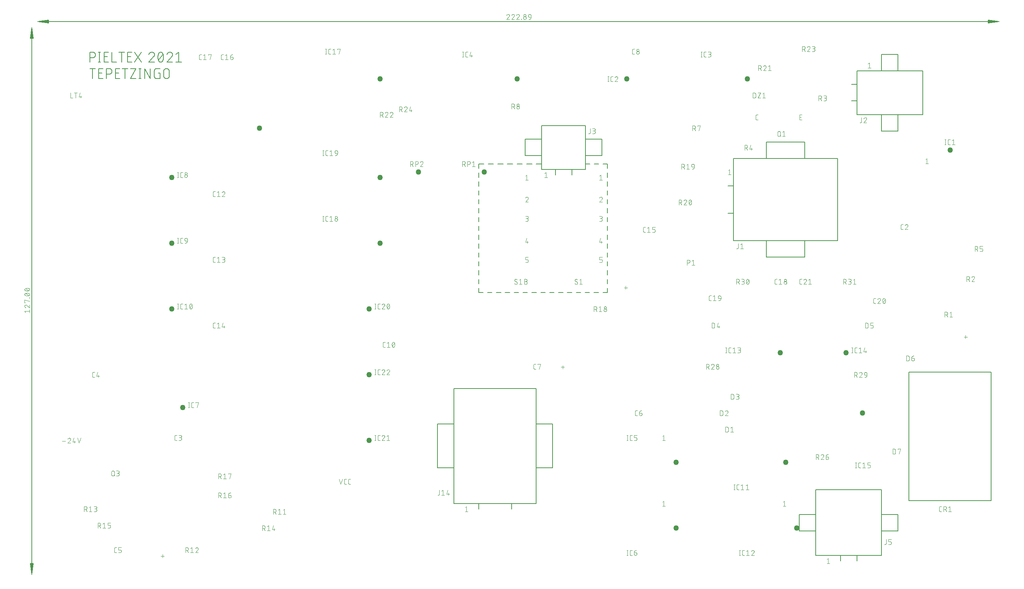
<source format=gbr>
G04 EAGLE Gerber RS-274X export*
G75*
%MOMM*%
%FSLAX34Y34*%
%LPD*%
%INSilkscreen Top*%
%IPPOS*%
%AMOC8*
5,1,8,0,0,1.08239X$1,22.5*%
G01*
%ADD10C,0.203200*%
%ADD11C,0.101600*%
%ADD12C,0.152400*%
%ADD13C,0.130000*%
%ADD14C,0.130000*%
%ADD15C,1.270000*%
%ADD16C,0.127000*%


D10*
X121666Y1188466D02*
X121666Y1211834D01*
X128157Y1211834D01*
X128316Y1211832D01*
X128475Y1211826D01*
X128635Y1211816D01*
X128793Y1211803D01*
X128952Y1211785D01*
X129109Y1211764D01*
X129267Y1211738D01*
X129423Y1211709D01*
X129579Y1211676D01*
X129734Y1211639D01*
X129888Y1211599D01*
X130041Y1211554D01*
X130193Y1211506D01*
X130344Y1211455D01*
X130493Y1211399D01*
X130641Y1211340D01*
X130787Y1211277D01*
X130932Y1211211D01*
X131075Y1211141D01*
X131217Y1211068D01*
X131356Y1210991D01*
X131494Y1210911D01*
X131630Y1210827D01*
X131763Y1210740D01*
X131895Y1210650D01*
X132024Y1210557D01*
X132150Y1210460D01*
X132275Y1210361D01*
X132397Y1210258D01*
X132516Y1210153D01*
X132633Y1210044D01*
X132747Y1209933D01*
X132858Y1209819D01*
X132967Y1209702D01*
X133072Y1209583D01*
X133175Y1209461D01*
X133274Y1209336D01*
X133371Y1209210D01*
X133464Y1209081D01*
X133554Y1208949D01*
X133641Y1208816D01*
X133725Y1208680D01*
X133805Y1208542D01*
X133882Y1208403D01*
X133955Y1208261D01*
X134025Y1208118D01*
X134091Y1207973D01*
X134154Y1207827D01*
X134213Y1207679D01*
X134269Y1207530D01*
X134320Y1207379D01*
X134368Y1207227D01*
X134413Y1207074D01*
X134453Y1206920D01*
X134490Y1206765D01*
X134523Y1206609D01*
X134552Y1206453D01*
X134578Y1206295D01*
X134599Y1206138D01*
X134617Y1205979D01*
X134630Y1205821D01*
X134640Y1205661D01*
X134646Y1205502D01*
X134648Y1205343D01*
X134646Y1205184D01*
X134640Y1205025D01*
X134630Y1204865D01*
X134617Y1204707D01*
X134599Y1204548D01*
X134578Y1204391D01*
X134552Y1204233D01*
X134523Y1204077D01*
X134490Y1203921D01*
X134453Y1203766D01*
X134413Y1203612D01*
X134368Y1203459D01*
X134320Y1203307D01*
X134269Y1203156D01*
X134213Y1203007D01*
X134154Y1202859D01*
X134091Y1202713D01*
X134025Y1202568D01*
X133955Y1202425D01*
X133882Y1202283D01*
X133805Y1202144D01*
X133725Y1202006D01*
X133641Y1201870D01*
X133554Y1201737D01*
X133464Y1201605D01*
X133371Y1201476D01*
X133274Y1201350D01*
X133175Y1201225D01*
X133072Y1201103D01*
X132967Y1200984D01*
X132858Y1200867D01*
X132747Y1200753D01*
X132633Y1200642D01*
X132516Y1200533D01*
X132397Y1200428D01*
X132275Y1200325D01*
X132150Y1200226D01*
X132024Y1200129D01*
X131895Y1200036D01*
X131763Y1199946D01*
X131630Y1199859D01*
X131494Y1199775D01*
X131356Y1199695D01*
X131217Y1199618D01*
X131075Y1199545D01*
X130932Y1199475D01*
X130787Y1199409D01*
X130641Y1199346D01*
X130493Y1199287D01*
X130344Y1199231D01*
X130193Y1199180D01*
X130041Y1199132D01*
X129888Y1199087D01*
X129734Y1199047D01*
X129579Y1199010D01*
X129423Y1198977D01*
X129267Y1198948D01*
X129109Y1198922D01*
X128952Y1198901D01*
X128793Y1198883D01*
X128635Y1198870D01*
X128475Y1198860D01*
X128316Y1198854D01*
X128157Y1198852D01*
X121666Y1198852D01*
X144017Y1188466D02*
X144017Y1211834D01*
X141420Y1188466D02*
X146613Y1188466D01*
X146613Y1211834D02*
X141420Y1211834D01*
X154949Y1188466D02*
X165335Y1188466D01*
X154949Y1188466D02*
X154949Y1211834D01*
X165335Y1211834D01*
X162738Y1201448D02*
X154949Y1201448D01*
X173044Y1211834D02*
X173044Y1188466D01*
X183430Y1188466D01*
X195518Y1188466D02*
X195518Y1211834D01*
X202009Y1211834D02*
X189026Y1211834D01*
X209234Y1188466D02*
X219619Y1188466D01*
X209234Y1188466D02*
X209234Y1211834D01*
X219619Y1211834D01*
X217023Y1201448D02*
X209234Y1201448D01*
X225310Y1188466D02*
X240889Y1211834D01*
X225310Y1211834D02*
X240889Y1188466D01*
X265763Y1211834D02*
X265913Y1211832D01*
X266064Y1211826D01*
X266214Y1211817D01*
X266364Y1211803D01*
X266513Y1211786D01*
X266662Y1211764D01*
X266810Y1211739D01*
X266958Y1211710D01*
X267105Y1211678D01*
X267251Y1211641D01*
X267396Y1211601D01*
X267540Y1211557D01*
X267682Y1211510D01*
X267824Y1211458D01*
X267964Y1211404D01*
X268102Y1211345D01*
X268240Y1211283D01*
X268375Y1211218D01*
X268509Y1211149D01*
X268640Y1211076D01*
X268770Y1211000D01*
X268898Y1210921D01*
X269024Y1210839D01*
X269148Y1210753D01*
X269269Y1210665D01*
X269389Y1210573D01*
X269505Y1210478D01*
X269620Y1210380D01*
X269731Y1210279D01*
X269840Y1210176D01*
X269947Y1210069D01*
X270050Y1209960D01*
X270151Y1209849D01*
X270249Y1209734D01*
X270344Y1209618D01*
X270436Y1209498D01*
X270524Y1209377D01*
X270610Y1209253D01*
X270692Y1209127D01*
X270771Y1208999D01*
X270847Y1208869D01*
X270920Y1208738D01*
X270989Y1208604D01*
X271054Y1208469D01*
X271116Y1208331D01*
X271175Y1208193D01*
X271229Y1208053D01*
X271281Y1207911D01*
X271328Y1207769D01*
X271372Y1207625D01*
X271412Y1207480D01*
X271449Y1207334D01*
X271481Y1207187D01*
X271510Y1207039D01*
X271535Y1206891D01*
X271557Y1206742D01*
X271574Y1206593D01*
X271588Y1206443D01*
X271597Y1206293D01*
X271603Y1206142D01*
X271605Y1205992D01*
X265763Y1211834D02*
X265582Y1211832D01*
X265400Y1211825D01*
X265219Y1211814D01*
X265038Y1211799D01*
X264858Y1211779D01*
X264678Y1211755D01*
X264499Y1211727D01*
X264320Y1211694D01*
X264142Y1211657D01*
X263966Y1211616D01*
X263790Y1211570D01*
X263615Y1211520D01*
X263442Y1211466D01*
X263270Y1211408D01*
X263100Y1211346D01*
X262931Y1211279D01*
X262764Y1211209D01*
X262598Y1211134D01*
X262435Y1211056D01*
X262273Y1210973D01*
X262113Y1210887D01*
X261956Y1210797D01*
X261800Y1210703D01*
X261647Y1210605D01*
X261497Y1210504D01*
X261349Y1210399D01*
X261203Y1210290D01*
X261060Y1210178D01*
X260920Y1210063D01*
X260783Y1209944D01*
X260649Y1209822D01*
X260518Y1209696D01*
X260389Y1209568D01*
X260264Y1209437D01*
X260142Y1209302D01*
X260024Y1209165D01*
X259908Y1209025D01*
X259797Y1208882D01*
X259688Y1208736D01*
X259583Y1208588D01*
X259482Y1208437D01*
X259385Y1208284D01*
X259291Y1208129D01*
X259201Y1207971D01*
X259115Y1207811D01*
X259033Y1207649D01*
X258954Y1207486D01*
X258880Y1207320D01*
X258810Y1207153D01*
X258743Y1206984D01*
X258681Y1206813D01*
X258623Y1206641D01*
X269658Y1201448D02*
X269768Y1201556D01*
X269875Y1201666D01*
X269980Y1201779D01*
X270082Y1201894D01*
X270181Y1202012D01*
X270277Y1202132D01*
X270371Y1202255D01*
X270461Y1202379D01*
X270548Y1202506D01*
X270632Y1202635D01*
X270713Y1202767D01*
X270790Y1202900D01*
X270864Y1203035D01*
X270935Y1203171D01*
X271003Y1203310D01*
X271067Y1203450D01*
X271128Y1203591D01*
X271185Y1203734D01*
X271238Y1203878D01*
X271288Y1204024D01*
X271335Y1204171D01*
X271378Y1204319D01*
X271417Y1204468D01*
X271453Y1204617D01*
X271484Y1204768D01*
X271513Y1204919D01*
X271537Y1205071D01*
X271558Y1205224D01*
X271575Y1205377D01*
X271588Y1205530D01*
X271597Y1205684D01*
X271603Y1205838D01*
X271605Y1205992D01*
X269657Y1201448D02*
X258622Y1188466D01*
X271605Y1188466D01*
X279501Y1200150D02*
X279506Y1200610D01*
X279523Y1201069D01*
X279550Y1201528D01*
X279589Y1201986D01*
X279638Y1202443D01*
X279698Y1202899D01*
X279769Y1203353D01*
X279851Y1203806D01*
X279944Y1204256D01*
X280047Y1204704D01*
X280161Y1205149D01*
X280286Y1205592D01*
X280421Y1206031D01*
X280567Y1206467D01*
X280723Y1206899D01*
X280889Y1207328D01*
X281065Y1207753D01*
X281252Y1208173D01*
X281448Y1208588D01*
X281449Y1208589D02*
X281494Y1208716D01*
X281544Y1208842D01*
X281596Y1208967D01*
X281653Y1209090D01*
X281713Y1209212D01*
X281776Y1209331D01*
X281842Y1209449D01*
X281912Y1209565D01*
X281985Y1209679D01*
X282061Y1209791D01*
X282141Y1209901D01*
X282223Y1210008D01*
X282309Y1210113D01*
X282397Y1210216D01*
X282488Y1210316D01*
X282582Y1210414D01*
X282679Y1210508D01*
X282778Y1210600D01*
X282880Y1210690D01*
X282984Y1210776D01*
X283091Y1210859D01*
X283200Y1210939D01*
X283312Y1211017D01*
X283425Y1211090D01*
X283540Y1211161D01*
X283658Y1211229D01*
X283777Y1211293D01*
X283898Y1211354D01*
X284021Y1211411D01*
X284145Y1211465D01*
X284271Y1211515D01*
X284398Y1211562D01*
X284526Y1211605D01*
X284656Y1211644D01*
X284786Y1211680D01*
X284918Y1211712D01*
X285050Y1211741D01*
X285183Y1211765D01*
X285317Y1211786D01*
X285452Y1211803D01*
X285586Y1211817D01*
X285721Y1211826D01*
X285857Y1211832D01*
X285992Y1211834D01*
X286127Y1211832D01*
X286263Y1211826D01*
X286398Y1211817D01*
X286533Y1211803D01*
X286667Y1211786D01*
X286801Y1211765D01*
X286934Y1211741D01*
X287066Y1211712D01*
X287198Y1211680D01*
X287328Y1211644D01*
X287458Y1211605D01*
X287586Y1211562D01*
X287713Y1211515D01*
X287839Y1211465D01*
X287963Y1211411D01*
X288086Y1211354D01*
X288207Y1211293D01*
X288326Y1211229D01*
X288444Y1211161D01*
X288559Y1211090D01*
X288672Y1211016D01*
X288784Y1210939D01*
X288893Y1210859D01*
X289000Y1210776D01*
X289104Y1210690D01*
X289206Y1210600D01*
X289305Y1210508D01*
X289402Y1210414D01*
X289496Y1210316D01*
X289587Y1210216D01*
X289675Y1210113D01*
X289761Y1210008D01*
X289843Y1209901D01*
X289923Y1209791D01*
X289999Y1209679D01*
X290072Y1209565D01*
X290142Y1209449D01*
X290208Y1209331D01*
X290271Y1209212D01*
X290331Y1209090D01*
X290388Y1208967D01*
X290440Y1208842D01*
X290490Y1208716D01*
X290535Y1208589D01*
X290536Y1208589D02*
X290732Y1208173D01*
X290919Y1207753D01*
X291095Y1207328D01*
X291261Y1206900D01*
X291417Y1206467D01*
X291563Y1206031D01*
X291698Y1205592D01*
X291823Y1205149D01*
X291937Y1204704D01*
X292040Y1204256D01*
X292133Y1203806D01*
X292215Y1203353D01*
X292286Y1202899D01*
X292346Y1202443D01*
X292395Y1201986D01*
X292434Y1201528D01*
X292461Y1201069D01*
X292478Y1200610D01*
X292483Y1200150D01*
X279501Y1200150D02*
X279506Y1199690D01*
X279523Y1199231D01*
X279550Y1198772D01*
X279589Y1198314D01*
X279638Y1197857D01*
X279698Y1197401D01*
X279769Y1196947D01*
X279851Y1196495D01*
X279944Y1196044D01*
X280047Y1195596D01*
X280161Y1195151D01*
X280286Y1194708D01*
X280421Y1194269D01*
X280567Y1193833D01*
X280723Y1193401D01*
X280889Y1192972D01*
X281065Y1192547D01*
X281252Y1192127D01*
X281448Y1191712D01*
X281449Y1191711D02*
X281494Y1191584D01*
X281544Y1191458D01*
X281596Y1191333D01*
X281653Y1191210D01*
X281713Y1191088D01*
X281776Y1190969D01*
X281842Y1190851D01*
X281912Y1190735D01*
X281985Y1190621D01*
X282061Y1190509D01*
X282141Y1190399D01*
X282223Y1190292D01*
X282309Y1190187D01*
X282397Y1190084D01*
X282488Y1189984D01*
X282582Y1189886D01*
X282679Y1189792D01*
X282778Y1189700D01*
X282880Y1189610D01*
X282985Y1189524D01*
X283091Y1189441D01*
X283200Y1189361D01*
X283312Y1189283D01*
X283425Y1189210D01*
X283540Y1189139D01*
X283658Y1189071D01*
X283777Y1189007D01*
X283898Y1188946D01*
X284021Y1188889D01*
X284145Y1188835D01*
X284271Y1188785D01*
X284398Y1188738D01*
X284526Y1188695D01*
X284656Y1188656D01*
X284786Y1188620D01*
X284918Y1188588D01*
X285050Y1188559D01*
X285183Y1188535D01*
X285317Y1188514D01*
X285452Y1188497D01*
X285586Y1188483D01*
X285721Y1188474D01*
X285857Y1188468D01*
X285992Y1188466D01*
X290536Y1191712D02*
X290732Y1192127D01*
X290919Y1192547D01*
X291095Y1192972D01*
X291261Y1193400D01*
X291417Y1193833D01*
X291563Y1194269D01*
X291698Y1194708D01*
X291823Y1195151D01*
X291937Y1195596D01*
X292040Y1196044D01*
X292133Y1196494D01*
X292215Y1196947D01*
X292286Y1197401D01*
X292346Y1197857D01*
X292395Y1198314D01*
X292434Y1198772D01*
X292461Y1199231D01*
X292478Y1199690D01*
X292483Y1200150D01*
X290535Y1191711D02*
X290490Y1191584D01*
X290440Y1191458D01*
X290388Y1191333D01*
X290331Y1191210D01*
X290271Y1191088D01*
X290208Y1190969D01*
X290142Y1190851D01*
X290072Y1190735D01*
X289999Y1190621D01*
X289923Y1190509D01*
X289843Y1190399D01*
X289761Y1190292D01*
X289675Y1190187D01*
X289587Y1190084D01*
X289496Y1189984D01*
X289402Y1189886D01*
X289305Y1189792D01*
X289206Y1189700D01*
X289104Y1189610D01*
X289000Y1189524D01*
X288893Y1189441D01*
X288784Y1189361D01*
X288672Y1189283D01*
X288559Y1189210D01*
X288444Y1189139D01*
X288326Y1189071D01*
X288207Y1189007D01*
X288086Y1188946D01*
X287963Y1188889D01*
X287839Y1188835D01*
X287713Y1188785D01*
X287586Y1188738D01*
X287458Y1188695D01*
X287328Y1188656D01*
X287198Y1188620D01*
X287066Y1188588D01*
X286934Y1188559D01*
X286801Y1188535D01*
X286667Y1188514D01*
X286532Y1188497D01*
X286398Y1188483D01*
X286263Y1188474D01*
X286127Y1188468D01*
X285992Y1188466D01*
X280799Y1193659D02*
X291185Y1206641D01*
X307520Y1211834D02*
X307670Y1211832D01*
X307821Y1211826D01*
X307971Y1211817D01*
X308121Y1211803D01*
X308270Y1211786D01*
X308419Y1211764D01*
X308567Y1211739D01*
X308715Y1211710D01*
X308862Y1211678D01*
X309008Y1211641D01*
X309153Y1211601D01*
X309297Y1211557D01*
X309439Y1211510D01*
X309581Y1211458D01*
X309721Y1211404D01*
X309859Y1211345D01*
X309997Y1211283D01*
X310132Y1211218D01*
X310266Y1211149D01*
X310397Y1211076D01*
X310527Y1211000D01*
X310655Y1210921D01*
X310781Y1210839D01*
X310905Y1210753D01*
X311026Y1210665D01*
X311146Y1210573D01*
X311262Y1210478D01*
X311377Y1210380D01*
X311488Y1210279D01*
X311597Y1210176D01*
X311704Y1210069D01*
X311807Y1209960D01*
X311908Y1209849D01*
X312006Y1209734D01*
X312101Y1209618D01*
X312193Y1209498D01*
X312281Y1209377D01*
X312367Y1209253D01*
X312449Y1209127D01*
X312528Y1208999D01*
X312604Y1208869D01*
X312677Y1208738D01*
X312746Y1208604D01*
X312811Y1208469D01*
X312873Y1208331D01*
X312932Y1208193D01*
X312986Y1208053D01*
X313038Y1207911D01*
X313085Y1207769D01*
X313129Y1207625D01*
X313169Y1207480D01*
X313206Y1207334D01*
X313238Y1207187D01*
X313267Y1207039D01*
X313292Y1206891D01*
X313314Y1206742D01*
X313331Y1206593D01*
X313345Y1206443D01*
X313354Y1206293D01*
X313360Y1206142D01*
X313362Y1205992D01*
X307520Y1211834D02*
X307339Y1211832D01*
X307157Y1211825D01*
X306976Y1211814D01*
X306795Y1211799D01*
X306615Y1211779D01*
X306435Y1211755D01*
X306256Y1211727D01*
X306077Y1211694D01*
X305899Y1211657D01*
X305723Y1211616D01*
X305547Y1211570D01*
X305372Y1211520D01*
X305199Y1211466D01*
X305027Y1211408D01*
X304857Y1211346D01*
X304688Y1211279D01*
X304521Y1211209D01*
X304355Y1211134D01*
X304192Y1211056D01*
X304030Y1210973D01*
X303870Y1210887D01*
X303713Y1210797D01*
X303557Y1210703D01*
X303404Y1210605D01*
X303254Y1210504D01*
X303106Y1210399D01*
X302960Y1210290D01*
X302817Y1210178D01*
X302677Y1210063D01*
X302540Y1209944D01*
X302406Y1209822D01*
X302275Y1209696D01*
X302146Y1209568D01*
X302021Y1209437D01*
X301899Y1209302D01*
X301781Y1209165D01*
X301665Y1209025D01*
X301554Y1208882D01*
X301445Y1208736D01*
X301340Y1208588D01*
X301239Y1208437D01*
X301142Y1208284D01*
X301048Y1208129D01*
X300958Y1207971D01*
X300872Y1207811D01*
X300790Y1207649D01*
X300711Y1207486D01*
X300637Y1207320D01*
X300567Y1207153D01*
X300500Y1206984D01*
X300438Y1206813D01*
X300380Y1206641D01*
X311415Y1201448D02*
X311525Y1201556D01*
X311632Y1201666D01*
X311737Y1201779D01*
X311839Y1201894D01*
X311938Y1202012D01*
X312034Y1202132D01*
X312128Y1202255D01*
X312218Y1202379D01*
X312305Y1202506D01*
X312389Y1202635D01*
X312470Y1202767D01*
X312547Y1202900D01*
X312621Y1203035D01*
X312692Y1203171D01*
X312760Y1203310D01*
X312824Y1203450D01*
X312885Y1203591D01*
X312942Y1203734D01*
X312995Y1203878D01*
X313045Y1204024D01*
X313092Y1204171D01*
X313135Y1204319D01*
X313174Y1204468D01*
X313210Y1204617D01*
X313241Y1204768D01*
X313270Y1204919D01*
X313294Y1205071D01*
X313315Y1205224D01*
X313332Y1205377D01*
X313345Y1205530D01*
X313354Y1205684D01*
X313360Y1205838D01*
X313362Y1205992D01*
X311415Y1201448D02*
X300380Y1188466D01*
X313362Y1188466D01*
X321259Y1206641D02*
X327750Y1211834D01*
X327750Y1188466D01*
X321259Y1188466D02*
X334241Y1188466D01*
X128157Y1173734D02*
X128157Y1150366D01*
X121666Y1173734D02*
X134648Y1173734D01*
X141873Y1150366D02*
X152259Y1150366D01*
X141873Y1150366D02*
X141873Y1173734D01*
X152259Y1173734D01*
X149662Y1163348D02*
X141873Y1163348D01*
X160091Y1173734D02*
X160091Y1150366D01*
X160091Y1173734D02*
X166582Y1173734D01*
X166741Y1173732D01*
X166900Y1173726D01*
X167060Y1173716D01*
X167218Y1173703D01*
X167377Y1173685D01*
X167534Y1173664D01*
X167692Y1173638D01*
X167848Y1173609D01*
X168004Y1173576D01*
X168159Y1173539D01*
X168313Y1173499D01*
X168466Y1173454D01*
X168618Y1173406D01*
X168769Y1173355D01*
X168918Y1173299D01*
X169066Y1173240D01*
X169212Y1173177D01*
X169357Y1173111D01*
X169500Y1173041D01*
X169642Y1172968D01*
X169781Y1172891D01*
X169919Y1172811D01*
X170055Y1172727D01*
X170188Y1172640D01*
X170320Y1172550D01*
X170449Y1172457D01*
X170575Y1172360D01*
X170700Y1172261D01*
X170822Y1172158D01*
X170941Y1172053D01*
X171058Y1171944D01*
X171172Y1171833D01*
X171283Y1171719D01*
X171392Y1171602D01*
X171497Y1171483D01*
X171600Y1171361D01*
X171699Y1171236D01*
X171796Y1171110D01*
X171889Y1170981D01*
X171979Y1170849D01*
X172066Y1170716D01*
X172150Y1170580D01*
X172230Y1170442D01*
X172307Y1170303D01*
X172380Y1170161D01*
X172450Y1170018D01*
X172516Y1169873D01*
X172579Y1169727D01*
X172638Y1169579D01*
X172694Y1169430D01*
X172745Y1169279D01*
X172793Y1169127D01*
X172838Y1168974D01*
X172878Y1168820D01*
X172915Y1168665D01*
X172948Y1168509D01*
X172977Y1168353D01*
X173003Y1168195D01*
X173024Y1168038D01*
X173042Y1167879D01*
X173055Y1167721D01*
X173065Y1167561D01*
X173071Y1167402D01*
X173073Y1167243D01*
X173071Y1167084D01*
X173065Y1166925D01*
X173055Y1166765D01*
X173042Y1166607D01*
X173024Y1166448D01*
X173003Y1166291D01*
X172977Y1166133D01*
X172948Y1165977D01*
X172915Y1165821D01*
X172878Y1165666D01*
X172838Y1165512D01*
X172793Y1165359D01*
X172745Y1165207D01*
X172694Y1165056D01*
X172638Y1164907D01*
X172579Y1164759D01*
X172516Y1164613D01*
X172450Y1164468D01*
X172380Y1164325D01*
X172307Y1164183D01*
X172230Y1164044D01*
X172150Y1163906D01*
X172066Y1163770D01*
X171979Y1163637D01*
X171889Y1163505D01*
X171796Y1163376D01*
X171699Y1163250D01*
X171600Y1163125D01*
X171497Y1163003D01*
X171392Y1162884D01*
X171283Y1162767D01*
X171172Y1162653D01*
X171058Y1162542D01*
X170941Y1162433D01*
X170822Y1162328D01*
X170700Y1162225D01*
X170575Y1162126D01*
X170449Y1162029D01*
X170320Y1161936D01*
X170188Y1161846D01*
X170055Y1161759D01*
X169919Y1161675D01*
X169781Y1161595D01*
X169642Y1161518D01*
X169500Y1161445D01*
X169357Y1161375D01*
X169212Y1161309D01*
X169066Y1161246D01*
X168918Y1161187D01*
X168769Y1161131D01*
X168618Y1161080D01*
X168466Y1161032D01*
X168313Y1160987D01*
X168159Y1160947D01*
X168004Y1160910D01*
X167848Y1160877D01*
X167692Y1160848D01*
X167534Y1160822D01*
X167377Y1160801D01*
X167218Y1160783D01*
X167060Y1160770D01*
X166900Y1160760D01*
X166741Y1160754D01*
X166582Y1160752D01*
X160091Y1160752D01*
X180847Y1150366D02*
X191233Y1150366D01*
X180847Y1150366D02*
X180847Y1173734D01*
X191233Y1173734D01*
X188636Y1163348D02*
X180847Y1163348D01*
X203321Y1173734D02*
X203321Y1150366D01*
X196830Y1173734D02*
X209812Y1173734D01*
X215620Y1173734D02*
X228603Y1173734D01*
X215620Y1150366D01*
X228603Y1150366D01*
X238119Y1150366D02*
X238119Y1173734D01*
X235522Y1150366D02*
X240715Y1150366D01*
X240715Y1173734D02*
X235522Y1173734D01*
X249026Y1173734D02*
X249026Y1150366D01*
X262009Y1150366D02*
X249026Y1173734D01*
X262009Y1173734D02*
X262009Y1150366D01*
X280385Y1163348D02*
X284279Y1163348D01*
X284279Y1150366D01*
X276490Y1150366D01*
X276347Y1150368D01*
X276204Y1150374D01*
X276061Y1150384D01*
X275919Y1150398D01*
X275777Y1150415D01*
X275635Y1150437D01*
X275494Y1150462D01*
X275354Y1150492D01*
X275215Y1150525D01*
X275077Y1150562D01*
X274940Y1150603D01*
X274804Y1150647D01*
X274669Y1150696D01*
X274536Y1150748D01*
X274404Y1150803D01*
X274274Y1150863D01*
X274145Y1150926D01*
X274018Y1150992D01*
X273893Y1151062D01*
X273771Y1151135D01*
X273650Y1151212D01*
X273531Y1151292D01*
X273415Y1151375D01*
X273300Y1151461D01*
X273189Y1151550D01*
X273079Y1151643D01*
X272973Y1151738D01*
X272869Y1151837D01*
X272768Y1151938D01*
X272669Y1152042D01*
X272574Y1152148D01*
X272481Y1152258D01*
X272392Y1152369D01*
X272306Y1152484D01*
X272223Y1152600D01*
X272143Y1152719D01*
X272066Y1152840D01*
X271993Y1152963D01*
X271923Y1153087D01*
X271857Y1153214D01*
X271794Y1153343D01*
X271734Y1153473D01*
X271679Y1153605D01*
X271627Y1153738D01*
X271578Y1153873D01*
X271534Y1154009D01*
X271493Y1154146D01*
X271456Y1154284D01*
X271423Y1154423D01*
X271393Y1154563D01*
X271368Y1154704D01*
X271346Y1154846D01*
X271329Y1154988D01*
X271315Y1155130D01*
X271305Y1155273D01*
X271299Y1155416D01*
X271297Y1155559D01*
X271297Y1168541D01*
X271299Y1168684D01*
X271305Y1168827D01*
X271315Y1168970D01*
X271329Y1169112D01*
X271346Y1169254D01*
X271368Y1169396D01*
X271393Y1169537D01*
X271423Y1169677D01*
X271456Y1169816D01*
X271493Y1169954D01*
X271534Y1170091D01*
X271578Y1170227D01*
X271627Y1170362D01*
X271679Y1170495D01*
X271734Y1170627D01*
X271794Y1170757D01*
X271857Y1170886D01*
X271923Y1171013D01*
X271993Y1171137D01*
X272066Y1171260D01*
X272143Y1171381D01*
X272223Y1171500D01*
X272306Y1171616D01*
X272392Y1171731D01*
X272481Y1171842D01*
X272574Y1171952D01*
X272669Y1172058D01*
X272768Y1172162D01*
X272869Y1172263D01*
X272973Y1172362D01*
X273079Y1172457D01*
X273189Y1172550D01*
X273300Y1172639D01*
X273415Y1172725D01*
X273531Y1172808D01*
X273650Y1172888D01*
X273771Y1172965D01*
X273893Y1173038D01*
X274018Y1173108D01*
X274145Y1173174D01*
X274274Y1173237D01*
X274404Y1173297D01*
X274536Y1173352D01*
X274669Y1173404D01*
X274804Y1173453D01*
X274940Y1173497D01*
X275077Y1173538D01*
X275215Y1173575D01*
X275354Y1173608D01*
X275494Y1173638D01*
X275635Y1173663D01*
X275777Y1173685D01*
X275919Y1173702D01*
X276061Y1173716D01*
X276204Y1173726D01*
X276347Y1173732D01*
X276490Y1173734D01*
X284279Y1173734D01*
X292872Y1167243D02*
X292872Y1156857D01*
X292872Y1167243D02*
X292874Y1167402D01*
X292880Y1167561D01*
X292890Y1167721D01*
X292903Y1167879D01*
X292921Y1168038D01*
X292942Y1168195D01*
X292968Y1168353D01*
X292997Y1168509D01*
X293030Y1168665D01*
X293067Y1168820D01*
X293107Y1168974D01*
X293152Y1169127D01*
X293200Y1169279D01*
X293251Y1169430D01*
X293307Y1169579D01*
X293366Y1169727D01*
X293429Y1169873D01*
X293495Y1170018D01*
X293565Y1170161D01*
X293638Y1170303D01*
X293715Y1170442D01*
X293795Y1170580D01*
X293879Y1170716D01*
X293966Y1170849D01*
X294056Y1170981D01*
X294149Y1171110D01*
X294246Y1171236D01*
X294345Y1171361D01*
X294448Y1171483D01*
X294553Y1171602D01*
X294662Y1171719D01*
X294773Y1171833D01*
X294887Y1171944D01*
X295004Y1172053D01*
X295123Y1172158D01*
X295245Y1172261D01*
X295370Y1172360D01*
X295496Y1172457D01*
X295625Y1172550D01*
X295757Y1172640D01*
X295890Y1172727D01*
X296026Y1172811D01*
X296164Y1172891D01*
X296303Y1172968D01*
X296445Y1173041D01*
X296588Y1173111D01*
X296733Y1173177D01*
X296879Y1173240D01*
X297027Y1173299D01*
X297176Y1173355D01*
X297327Y1173406D01*
X297479Y1173454D01*
X297632Y1173499D01*
X297786Y1173539D01*
X297941Y1173576D01*
X298097Y1173609D01*
X298253Y1173638D01*
X298411Y1173664D01*
X298568Y1173685D01*
X298727Y1173703D01*
X298885Y1173716D01*
X299045Y1173726D01*
X299204Y1173732D01*
X299363Y1173734D01*
X299522Y1173732D01*
X299681Y1173726D01*
X299841Y1173716D01*
X299999Y1173703D01*
X300158Y1173685D01*
X300315Y1173664D01*
X300473Y1173638D01*
X300629Y1173609D01*
X300785Y1173576D01*
X300940Y1173539D01*
X301094Y1173499D01*
X301247Y1173454D01*
X301399Y1173406D01*
X301550Y1173355D01*
X301699Y1173299D01*
X301847Y1173240D01*
X301993Y1173177D01*
X302138Y1173111D01*
X302281Y1173041D01*
X302423Y1172968D01*
X302562Y1172891D01*
X302700Y1172811D01*
X302836Y1172727D01*
X302969Y1172640D01*
X303101Y1172550D01*
X303230Y1172457D01*
X303356Y1172360D01*
X303481Y1172261D01*
X303603Y1172158D01*
X303722Y1172053D01*
X303839Y1171944D01*
X303953Y1171833D01*
X304064Y1171719D01*
X304173Y1171602D01*
X304278Y1171483D01*
X304381Y1171361D01*
X304480Y1171236D01*
X304577Y1171110D01*
X304670Y1170981D01*
X304760Y1170849D01*
X304847Y1170716D01*
X304931Y1170580D01*
X305011Y1170442D01*
X305088Y1170303D01*
X305161Y1170161D01*
X305231Y1170018D01*
X305297Y1169873D01*
X305360Y1169727D01*
X305419Y1169579D01*
X305475Y1169430D01*
X305526Y1169279D01*
X305574Y1169127D01*
X305619Y1168974D01*
X305659Y1168820D01*
X305696Y1168665D01*
X305729Y1168509D01*
X305758Y1168353D01*
X305784Y1168195D01*
X305805Y1168038D01*
X305823Y1167879D01*
X305836Y1167721D01*
X305846Y1167561D01*
X305852Y1167402D01*
X305854Y1167243D01*
X305854Y1156857D01*
X305852Y1156698D01*
X305846Y1156539D01*
X305836Y1156379D01*
X305823Y1156221D01*
X305805Y1156062D01*
X305784Y1155905D01*
X305758Y1155747D01*
X305729Y1155591D01*
X305696Y1155435D01*
X305659Y1155280D01*
X305619Y1155126D01*
X305574Y1154973D01*
X305526Y1154821D01*
X305475Y1154670D01*
X305419Y1154521D01*
X305360Y1154373D01*
X305297Y1154227D01*
X305231Y1154082D01*
X305161Y1153939D01*
X305088Y1153797D01*
X305011Y1153658D01*
X304931Y1153520D01*
X304847Y1153384D01*
X304760Y1153251D01*
X304670Y1153119D01*
X304577Y1152990D01*
X304480Y1152864D01*
X304381Y1152739D01*
X304278Y1152617D01*
X304173Y1152498D01*
X304064Y1152381D01*
X303953Y1152267D01*
X303839Y1152156D01*
X303722Y1152047D01*
X303603Y1151942D01*
X303481Y1151839D01*
X303356Y1151740D01*
X303230Y1151643D01*
X303101Y1151550D01*
X302969Y1151460D01*
X302836Y1151373D01*
X302700Y1151289D01*
X302562Y1151209D01*
X302423Y1151132D01*
X302281Y1151059D01*
X302138Y1150989D01*
X301993Y1150923D01*
X301847Y1150860D01*
X301699Y1150801D01*
X301550Y1150745D01*
X301399Y1150694D01*
X301247Y1150646D01*
X301094Y1150601D01*
X300940Y1150561D01*
X300785Y1150524D01*
X300629Y1150491D01*
X300473Y1150462D01*
X300315Y1150436D01*
X300158Y1150415D01*
X299999Y1150397D01*
X299841Y1150384D01*
X299681Y1150374D01*
X299522Y1150368D01*
X299363Y1150366D01*
X299204Y1150368D01*
X299045Y1150374D01*
X298885Y1150384D01*
X298727Y1150397D01*
X298568Y1150415D01*
X298411Y1150436D01*
X298253Y1150462D01*
X298097Y1150491D01*
X297941Y1150524D01*
X297786Y1150561D01*
X297632Y1150601D01*
X297479Y1150646D01*
X297327Y1150694D01*
X297176Y1150745D01*
X297027Y1150801D01*
X296879Y1150860D01*
X296733Y1150923D01*
X296588Y1150989D01*
X296445Y1151059D01*
X296303Y1151132D01*
X296164Y1151209D01*
X296026Y1151289D01*
X295890Y1151373D01*
X295757Y1151460D01*
X295625Y1151550D01*
X295496Y1151643D01*
X295370Y1151740D01*
X295245Y1151839D01*
X295123Y1151942D01*
X295004Y1152047D01*
X294887Y1152156D01*
X294773Y1152267D01*
X294662Y1152381D01*
X294553Y1152498D01*
X294448Y1152617D01*
X294345Y1152739D01*
X294246Y1152864D01*
X294149Y1152990D01*
X294056Y1153119D01*
X293966Y1153251D01*
X293879Y1153384D01*
X293795Y1153520D01*
X293715Y1153658D01*
X293638Y1153797D01*
X293565Y1153939D01*
X293495Y1154082D01*
X293429Y1154227D01*
X293366Y1154373D01*
X293307Y1154521D01*
X293251Y1154670D01*
X293200Y1154821D01*
X293152Y1154973D01*
X293107Y1155126D01*
X293067Y1155280D01*
X293030Y1155435D01*
X292997Y1155591D01*
X292968Y1155747D01*
X292942Y1155905D01*
X292921Y1156062D01*
X292903Y1156221D01*
X292890Y1156379D01*
X292880Y1156539D01*
X292874Y1156698D01*
X292872Y1156857D01*
D11*
X76708Y1117092D02*
X76708Y1105408D01*
X81901Y1105408D01*
X88694Y1105408D02*
X88694Y1117092D01*
X85448Y1117092D02*
X91940Y1117092D01*
X98713Y1117092D02*
X96116Y1108004D01*
X102607Y1108004D01*
X100660Y1110601D02*
X100660Y1105408D01*
X409504Y876808D02*
X412101Y876808D01*
X409504Y876808D02*
X409405Y876810D01*
X409305Y876816D01*
X409206Y876825D01*
X409108Y876838D01*
X409010Y876855D01*
X408912Y876876D01*
X408816Y876901D01*
X408721Y876929D01*
X408627Y876961D01*
X408534Y876996D01*
X408442Y877035D01*
X408352Y877078D01*
X408264Y877123D01*
X408177Y877173D01*
X408093Y877225D01*
X408010Y877281D01*
X407930Y877339D01*
X407852Y877401D01*
X407777Y877466D01*
X407704Y877534D01*
X407634Y877604D01*
X407566Y877677D01*
X407501Y877752D01*
X407439Y877830D01*
X407381Y877910D01*
X407325Y877993D01*
X407273Y878077D01*
X407223Y878164D01*
X407178Y878252D01*
X407135Y878342D01*
X407096Y878434D01*
X407061Y878527D01*
X407029Y878621D01*
X407001Y878716D01*
X406976Y878812D01*
X406955Y878910D01*
X406938Y879008D01*
X406925Y879106D01*
X406916Y879205D01*
X406910Y879305D01*
X406908Y879404D01*
X406908Y885896D01*
X406910Y885995D01*
X406916Y886095D01*
X406925Y886194D01*
X406938Y886292D01*
X406955Y886390D01*
X406976Y886488D01*
X407001Y886584D01*
X407029Y886679D01*
X407061Y886773D01*
X407096Y886866D01*
X407135Y886958D01*
X407178Y887048D01*
X407223Y887136D01*
X407273Y887223D01*
X407325Y887307D01*
X407381Y887390D01*
X407439Y887470D01*
X407501Y887548D01*
X407566Y887623D01*
X407634Y887696D01*
X407704Y887766D01*
X407777Y887834D01*
X407852Y887899D01*
X407930Y887961D01*
X408010Y888019D01*
X408093Y888075D01*
X408177Y888127D01*
X408264Y888177D01*
X408352Y888222D01*
X408442Y888265D01*
X408534Y888304D01*
X408626Y888339D01*
X408721Y888371D01*
X408816Y888399D01*
X408912Y888424D01*
X409010Y888445D01*
X409108Y888462D01*
X409206Y888475D01*
X409305Y888484D01*
X409405Y888490D01*
X409504Y888492D01*
X412101Y888492D01*
X416466Y885896D02*
X419712Y888492D01*
X419712Y876808D01*
X422957Y876808D02*
X416466Y876808D01*
X431466Y888492D02*
X431573Y888490D01*
X431679Y888484D01*
X431785Y888474D01*
X431891Y888461D01*
X431997Y888443D01*
X432101Y888422D01*
X432205Y888397D01*
X432308Y888368D01*
X432409Y888336D01*
X432509Y888299D01*
X432608Y888259D01*
X432706Y888216D01*
X432802Y888169D01*
X432896Y888118D01*
X432988Y888064D01*
X433078Y888007D01*
X433166Y887947D01*
X433251Y887883D01*
X433334Y887816D01*
X433415Y887746D01*
X433493Y887674D01*
X433569Y887598D01*
X433641Y887520D01*
X433711Y887439D01*
X433778Y887356D01*
X433842Y887271D01*
X433902Y887183D01*
X433959Y887093D01*
X434013Y887001D01*
X434064Y886907D01*
X434111Y886811D01*
X434154Y886713D01*
X434194Y886614D01*
X434231Y886514D01*
X434263Y886413D01*
X434292Y886310D01*
X434317Y886206D01*
X434338Y886102D01*
X434356Y885996D01*
X434369Y885890D01*
X434379Y885784D01*
X434385Y885678D01*
X434387Y885571D01*
X431466Y888492D02*
X431345Y888490D01*
X431224Y888484D01*
X431104Y888474D01*
X430983Y888461D01*
X430864Y888443D01*
X430744Y888422D01*
X430626Y888397D01*
X430509Y888368D01*
X430392Y888335D01*
X430277Y888299D01*
X430163Y888258D01*
X430050Y888215D01*
X429938Y888167D01*
X429829Y888116D01*
X429721Y888061D01*
X429614Y888003D01*
X429510Y887942D01*
X429408Y887877D01*
X429308Y887809D01*
X429210Y887738D01*
X429114Y887664D01*
X429021Y887587D01*
X428931Y887506D01*
X428843Y887423D01*
X428758Y887337D01*
X428675Y887248D01*
X428596Y887157D01*
X428519Y887063D01*
X428446Y886967D01*
X428376Y886869D01*
X428309Y886768D01*
X428245Y886665D01*
X428185Y886560D01*
X428128Y886453D01*
X428074Y886345D01*
X428024Y886235D01*
X427978Y886123D01*
X427935Y886010D01*
X427896Y885895D01*
X433414Y883299D02*
X433493Y883376D01*
X433569Y883457D01*
X433642Y883540D01*
X433712Y883625D01*
X433779Y883713D01*
X433843Y883803D01*
X433903Y883895D01*
X433960Y883990D01*
X434014Y884086D01*
X434065Y884184D01*
X434112Y884284D01*
X434156Y884386D01*
X434196Y884489D01*
X434232Y884593D01*
X434264Y884699D01*
X434293Y884805D01*
X434318Y884913D01*
X434340Y885021D01*
X434357Y885131D01*
X434371Y885240D01*
X434380Y885350D01*
X434386Y885461D01*
X434388Y885571D01*
X433414Y883299D02*
X427896Y876808D01*
X434387Y876808D01*
X412101Y724408D02*
X409504Y724408D01*
X409405Y724410D01*
X409305Y724416D01*
X409206Y724425D01*
X409108Y724438D01*
X409010Y724455D01*
X408912Y724476D01*
X408816Y724501D01*
X408721Y724529D01*
X408627Y724561D01*
X408534Y724596D01*
X408442Y724635D01*
X408352Y724678D01*
X408264Y724723D01*
X408177Y724773D01*
X408093Y724825D01*
X408010Y724881D01*
X407930Y724939D01*
X407852Y725001D01*
X407777Y725066D01*
X407704Y725134D01*
X407634Y725204D01*
X407566Y725277D01*
X407501Y725352D01*
X407439Y725430D01*
X407381Y725510D01*
X407325Y725593D01*
X407273Y725677D01*
X407223Y725764D01*
X407178Y725852D01*
X407135Y725942D01*
X407096Y726034D01*
X407061Y726127D01*
X407029Y726221D01*
X407001Y726316D01*
X406976Y726412D01*
X406955Y726510D01*
X406938Y726608D01*
X406925Y726706D01*
X406916Y726805D01*
X406910Y726905D01*
X406908Y727004D01*
X406908Y733496D01*
X406910Y733595D01*
X406916Y733695D01*
X406925Y733794D01*
X406938Y733892D01*
X406955Y733990D01*
X406976Y734088D01*
X407001Y734184D01*
X407029Y734279D01*
X407061Y734373D01*
X407096Y734466D01*
X407135Y734558D01*
X407178Y734648D01*
X407223Y734736D01*
X407273Y734823D01*
X407325Y734907D01*
X407381Y734990D01*
X407439Y735070D01*
X407501Y735148D01*
X407566Y735223D01*
X407634Y735296D01*
X407704Y735366D01*
X407777Y735434D01*
X407852Y735499D01*
X407930Y735561D01*
X408010Y735619D01*
X408093Y735675D01*
X408177Y735727D01*
X408264Y735777D01*
X408352Y735822D01*
X408442Y735865D01*
X408534Y735904D01*
X408626Y735939D01*
X408721Y735971D01*
X408816Y735999D01*
X408912Y736024D01*
X409010Y736045D01*
X409108Y736062D01*
X409206Y736075D01*
X409305Y736084D01*
X409405Y736090D01*
X409504Y736092D01*
X412101Y736092D01*
X416466Y733496D02*
X419712Y736092D01*
X419712Y724408D01*
X422957Y724408D02*
X416466Y724408D01*
X427896Y724408D02*
X431142Y724408D01*
X431255Y724410D01*
X431368Y724416D01*
X431481Y724426D01*
X431594Y724440D01*
X431706Y724457D01*
X431817Y724479D01*
X431927Y724504D01*
X432037Y724534D01*
X432145Y724567D01*
X432252Y724604D01*
X432358Y724644D01*
X432462Y724689D01*
X432565Y724737D01*
X432666Y724788D01*
X432765Y724843D01*
X432862Y724901D01*
X432957Y724963D01*
X433050Y725028D01*
X433140Y725096D01*
X433228Y725167D01*
X433314Y725242D01*
X433397Y725319D01*
X433477Y725399D01*
X433554Y725482D01*
X433629Y725568D01*
X433700Y725656D01*
X433768Y725746D01*
X433833Y725839D01*
X433895Y725934D01*
X433953Y726031D01*
X434008Y726130D01*
X434059Y726231D01*
X434107Y726334D01*
X434152Y726438D01*
X434192Y726544D01*
X434229Y726651D01*
X434262Y726759D01*
X434292Y726869D01*
X434317Y726979D01*
X434339Y727090D01*
X434356Y727202D01*
X434370Y727315D01*
X434380Y727428D01*
X434386Y727541D01*
X434388Y727654D01*
X434386Y727767D01*
X434380Y727880D01*
X434370Y727993D01*
X434356Y728106D01*
X434339Y728218D01*
X434317Y728329D01*
X434292Y728439D01*
X434262Y728549D01*
X434229Y728657D01*
X434192Y728764D01*
X434152Y728870D01*
X434107Y728974D01*
X434059Y729077D01*
X434008Y729178D01*
X433953Y729277D01*
X433895Y729374D01*
X433833Y729469D01*
X433768Y729562D01*
X433700Y729652D01*
X433629Y729740D01*
X433554Y729826D01*
X433477Y729909D01*
X433397Y729989D01*
X433314Y730066D01*
X433228Y730141D01*
X433140Y730212D01*
X433050Y730280D01*
X432957Y730345D01*
X432862Y730407D01*
X432765Y730465D01*
X432666Y730520D01*
X432565Y730571D01*
X432462Y730619D01*
X432358Y730664D01*
X432252Y730704D01*
X432145Y730741D01*
X432037Y730774D01*
X431927Y730804D01*
X431817Y730829D01*
X431706Y730851D01*
X431594Y730868D01*
X431481Y730882D01*
X431368Y730892D01*
X431255Y730898D01*
X431142Y730900D01*
X431791Y736092D02*
X427896Y736092D01*
X431791Y736092D02*
X431892Y736090D01*
X431992Y736084D01*
X432092Y736074D01*
X432192Y736061D01*
X432291Y736043D01*
X432390Y736022D01*
X432487Y735997D01*
X432584Y735968D01*
X432679Y735935D01*
X432773Y735899D01*
X432865Y735859D01*
X432956Y735816D01*
X433045Y735769D01*
X433132Y735719D01*
X433218Y735665D01*
X433301Y735608D01*
X433381Y735548D01*
X433460Y735485D01*
X433536Y735418D01*
X433609Y735349D01*
X433679Y735277D01*
X433747Y735203D01*
X433812Y735126D01*
X433873Y735046D01*
X433932Y734964D01*
X433987Y734880D01*
X434039Y734794D01*
X434088Y734706D01*
X434133Y734616D01*
X434175Y734524D01*
X434213Y734431D01*
X434247Y734336D01*
X434278Y734241D01*
X434305Y734144D01*
X434328Y734046D01*
X434348Y733947D01*
X434363Y733847D01*
X434375Y733747D01*
X434383Y733647D01*
X434387Y733546D01*
X434387Y733446D01*
X434383Y733345D01*
X434375Y733245D01*
X434363Y733145D01*
X434348Y733045D01*
X434328Y732946D01*
X434305Y732848D01*
X434278Y732751D01*
X434247Y732656D01*
X434213Y732561D01*
X434175Y732468D01*
X434133Y732376D01*
X434088Y732286D01*
X434039Y732198D01*
X433987Y732112D01*
X433932Y732028D01*
X433873Y731946D01*
X433812Y731866D01*
X433747Y731789D01*
X433679Y731715D01*
X433609Y731643D01*
X433536Y731574D01*
X433460Y731507D01*
X433381Y731444D01*
X433301Y731384D01*
X433218Y731327D01*
X433132Y731273D01*
X433045Y731223D01*
X432956Y731176D01*
X432865Y731133D01*
X432773Y731093D01*
X432679Y731057D01*
X432584Y731024D01*
X432487Y730995D01*
X432390Y730970D01*
X432291Y730949D01*
X432192Y730931D01*
X432092Y730918D01*
X431992Y730908D01*
X431892Y730902D01*
X431791Y730900D01*
X431791Y730899D02*
X429194Y730899D01*
X412101Y572008D02*
X409504Y572008D01*
X409405Y572010D01*
X409305Y572016D01*
X409206Y572025D01*
X409108Y572038D01*
X409010Y572055D01*
X408912Y572076D01*
X408816Y572101D01*
X408721Y572129D01*
X408627Y572161D01*
X408534Y572196D01*
X408442Y572235D01*
X408352Y572278D01*
X408264Y572323D01*
X408177Y572373D01*
X408093Y572425D01*
X408010Y572481D01*
X407930Y572539D01*
X407852Y572601D01*
X407777Y572666D01*
X407704Y572734D01*
X407634Y572804D01*
X407566Y572877D01*
X407501Y572952D01*
X407439Y573030D01*
X407381Y573110D01*
X407325Y573193D01*
X407273Y573277D01*
X407223Y573364D01*
X407178Y573452D01*
X407135Y573542D01*
X407096Y573634D01*
X407061Y573727D01*
X407029Y573821D01*
X407001Y573916D01*
X406976Y574012D01*
X406955Y574110D01*
X406938Y574208D01*
X406925Y574306D01*
X406916Y574405D01*
X406910Y574505D01*
X406908Y574604D01*
X406908Y581096D01*
X406910Y581195D01*
X406916Y581295D01*
X406925Y581394D01*
X406938Y581492D01*
X406955Y581590D01*
X406976Y581688D01*
X407001Y581784D01*
X407029Y581879D01*
X407061Y581973D01*
X407096Y582066D01*
X407135Y582158D01*
X407178Y582248D01*
X407223Y582336D01*
X407273Y582423D01*
X407325Y582507D01*
X407381Y582590D01*
X407439Y582670D01*
X407501Y582748D01*
X407566Y582823D01*
X407634Y582896D01*
X407704Y582966D01*
X407777Y583034D01*
X407852Y583099D01*
X407930Y583161D01*
X408010Y583219D01*
X408093Y583275D01*
X408177Y583327D01*
X408264Y583377D01*
X408352Y583422D01*
X408442Y583465D01*
X408534Y583504D01*
X408626Y583539D01*
X408721Y583571D01*
X408816Y583599D01*
X408912Y583624D01*
X409010Y583645D01*
X409108Y583662D01*
X409206Y583675D01*
X409305Y583684D01*
X409405Y583690D01*
X409504Y583692D01*
X412101Y583692D01*
X416466Y581096D02*
X419712Y583692D01*
X419712Y572008D01*
X422957Y572008D02*
X416466Y572008D01*
X427896Y574604D02*
X430493Y583692D01*
X427896Y574604D02*
X434387Y574604D01*
X432440Y577201D02*
X432440Y572008D01*
X65447Y309852D02*
X57658Y309852D01*
X74069Y316992D02*
X74176Y316990D01*
X74282Y316984D01*
X74388Y316974D01*
X74494Y316961D01*
X74600Y316943D01*
X74704Y316922D01*
X74808Y316897D01*
X74911Y316868D01*
X75012Y316836D01*
X75112Y316799D01*
X75211Y316759D01*
X75309Y316716D01*
X75405Y316669D01*
X75499Y316618D01*
X75591Y316564D01*
X75681Y316507D01*
X75769Y316447D01*
X75854Y316383D01*
X75937Y316316D01*
X76018Y316246D01*
X76096Y316174D01*
X76172Y316098D01*
X76244Y316020D01*
X76314Y315939D01*
X76381Y315856D01*
X76445Y315771D01*
X76505Y315683D01*
X76562Y315593D01*
X76616Y315501D01*
X76667Y315407D01*
X76714Y315311D01*
X76757Y315213D01*
X76797Y315114D01*
X76834Y315014D01*
X76866Y314913D01*
X76895Y314810D01*
X76920Y314706D01*
X76941Y314602D01*
X76959Y314496D01*
X76972Y314390D01*
X76982Y314284D01*
X76988Y314178D01*
X76990Y314071D01*
X74069Y316992D02*
X73948Y316990D01*
X73827Y316984D01*
X73707Y316974D01*
X73586Y316961D01*
X73467Y316943D01*
X73347Y316922D01*
X73229Y316897D01*
X73112Y316868D01*
X72995Y316835D01*
X72880Y316799D01*
X72766Y316758D01*
X72653Y316715D01*
X72541Y316667D01*
X72432Y316616D01*
X72324Y316561D01*
X72217Y316503D01*
X72113Y316442D01*
X72011Y316377D01*
X71911Y316309D01*
X71813Y316238D01*
X71717Y316164D01*
X71624Y316087D01*
X71534Y316006D01*
X71446Y315923D01*
X71361Y315837D01*
X71278Y315748D01*
X71199Y315657D01*
X71122Y315563D01*
X71049Y315467D01*
X70979Y315369D01*
X70912Y315268D01*
X70848Y315165D01*
X70788Y315060D01*
X70731Y314953D01*
X70677Y314845D01*
X70627Y314735D01*
X70581Y314623D01*
X70538Y314510D01*
X70499Y314395D01*
X76017Y311799D02*
X76096Y311876D01*
X76172Y311957D01*
X76245Y312040D01*
X76315Y312125D01*
X76382Y312213D01*
X76446Y312303D01*
X76506Y312395D01*
X76563Y312490D01*
X76617Y312586D01*
X76668Y312684D01*
X76715Y312784D01*
X76759Y312886D01*
X76799Y312989D01*
X76835Y313093D01*
X76867Y313199D01*
X76896Y313305D01*
X76921Y313413D01*
X76943Y313521D01*
X76960Y313631D01*
X76974Y313740D01*
X76983Y313850D01*
X76989Y313961D01*
X76991Y314071D01*
X76017Y311799D02*
X70499Y305308D01*
X76990Y305308D01*
X81929Y307904D02*
X84526Y316992D01*
X81929Y307904D02*
X88420Y307904D01*
X86473Y310501D02*
X86473Y305308D01*
X96605Y305308D02*
X92710Y316992D01*
X100499Y316992D02*
X96605Y305308D01*
X108458Y158242D02*
X108458Y146558D01*
X108458Y158242D02*
X111704Y158242D01*
X111817Y158240D01*
X111930Y158234D01*
X112043Y158224D01*
X112156Y158210D01*
X112268Y158193D01*
X112379Y158171D01*
X112489Y158146D01*
X112599Y158116D01*
X112707Y158083D01*
X112814Y158046D01*
X112920Y158006D01*
X113024Y157961D01*
X113127Y157913D01*
X113228Y157862D01*
X113327Y157807D01*
X113424Y157749D01*
X113519Y157687D01*
X113612Y157622D01*
X113702Y157554D01*
X113790Y157483D01*
X113876Y157408D01*
X113959Y157331D01*
X114039Y157251D01*
X114116Y157168D01*
X114191Y157082D01*
X114262Y156994D01*
X114330Y156904D01*
X114395Y156811D01*
X114457Y156716D01*
X114515Y156619D01*
X114570Y156520D01*
X114621Y156419D01*
X114669Y156316D01*
X114714Y156212D01*
X114754Y156106D01*
X114791Y155999D01*
X114824Y155891D01*
X114854Y155781D01*
X114879Y155671D01*
X114901Y155560D01*
X114918Y155448D01*
X114932Y155335D01*
X114942Y155222D01*
X114948Y155109D01*
X114950Y154996D01*
X114948Y154883D01*
X114942Y154770D01*
X114932Y154657D01*
X114918Y154544D01*
X114901Y154432D01*
X114879Y154321D01*
X114854Y154211D01*
X114824Y154101D01*
X114791Y153993D01*
X114754Y153886D01*
X114714Y153780D01*
X114669Y153676D01*
X114621Y153573D01*
X114570Y153472D01*
X114515Y153373D01*
X114457Y153276D01*
X114395Y153181D01*
X114330Y153088D01*
X114262Y152998D01*
X114191Y152910D01*
X114116Y152824D01*
X114039Y152741D01*
X113959Y152661D01*
X113876Y152584D01*
X113790Y152509D01*
X113702Y152438D01*
X113612Y152370D01*
X113519Y152305D01*
X113424Y152243D01*
X113327Y152185D01*
X113228Y152130D01*
X113127Y152079D01*
X113024Y152031D01*
X112920Y151986D01*
X112814Y151946D01*
X112707Y151909D01*
X112599Y151876D01*
X112489Y151846D01*
X112379Y151821D01*
X112268Y151799D01*
X112156Y151782D01*
X112043Y151768D01*
X111930Y151758D01*
X111817Y151752D01*
X111704Y151750D01*
X111704Y151751D02*
X108458Y151751D01*
X112353Y151751D02*
X114949Y146558D01*
X119814Y155646D02*
X123060Y158242D01*
X123060Y146558D01*
X126305Y146558D02*
X119814Y146558D01*
X131244Y146558D02*
X134490Y146558D01*
X134603Y146560D01*
X134716Y146566D01*
X134829Y146576D01*
X134942Y146590D01*
X135054Y146607D01*
X135165Y146629D01*
X135275Y146654D01*
X135385Y146684D01*
X135493Y146717D01*
X135600Y146754D01*
X135706Y146794D01*
X135810Y146839D01*
X135913Y146887D01*
X136014Y146938D01*
X136113Y146993D01*
X136210Y147051D01*
X136305Y147113D01*
X136398Y147178D01*
X136488Y147246D01*
X136576Y147317D01*
X136662Y147392D01*
X136745Y147469D01*
X136825Y147549D01*
X136902Y147632D01*
X136977Y147718D01*
X137048Y147806D01*
X137116Y147896D01*
X137181Y147989D01*
X137243Y148084D01*
X137301Y148181D01*
X137356Y148280D01*
X137407Y148381D01*
X137455Y148484D01*
X137500Y148588D01*
X137540Y148694D01*
X137577Y148801D01*
X137610Y148909D01*
X137640Y149019D01*
X137665Y149129D01*
X137687Y149240D01*
X137704Y149352D01*
X137718Y149465D01*
X137728Y149578D01*
X137734Y149691D01*
X137736Y149804D01*
X137734Y149917D01*
X137728Y150030D01*
X137718Y150143D01*
X137704Y150256D01*
X137687Y150368D01*
X137665Y150479D01*
X137640Y150589D01*
X137610Y150699D01*
X137577Y150807D01*
X137540Y150914D01*
X137500Y151020D01*
X137455Y151124D01*
X137407Y151227D01*
X137356Y151328D01*
X137301Y151427D01*
X137243Y151524D01*
X137181Y151619D01*
X137116Y151712D01*
X137048Y151802D01*
X136977Y151890D01*
X136902Y151976D01*
X136825Y152059D01*
X136745Y152139D01*
X136662Y152216D01*
X136576Y152291D01*
X136488Y152362D01*
X136398Y152430D01*
X136305Y152495D01*
X136210Y152557D01*
X136113Y152615D01*
X136014Y152670D01*
X135913Y152721D01*
X135810Y152769D01*
X135706Y152814D01*
X135600Y152854D01*
X135493Y152891D01*
X135385Y152924D01*
X135275Y152954D01*
X135165Y152979D01*
X135054Y153001D01*
X134942Y153018D01*
X134829Y153032D01*
X134716Y153042D01*
X134603Y153048D01*
X134490Y153050D01*
X135139Y158242D02*
X131244Y158242D01*
X135139Y158242D02*
X135240Y158240D01*
X135340Y158234D01*
X135440Y158224D01*
X135540Y158211D01*
X135639Y158193D01*
X135738Y158172D01*
X135835Y158147D01*
X135932Y158118D01*
X136027Y158085D01*
X136121Y158049D01*
X136213Y158009D01*
X136304Y157966D01*
X136393Y157919D01*
X136480Y157869D01*
X136566Y157815D01*
X136649Y157758D01*
X136729Y157698D01*
X136808Y157635D01*
X136884Y157568D01*
X136957Y157499D01*
X137027Y157427D01*
X137095Y157353D01*
X137160Y157276D01*
X137221Y157196D01*
X137280Y157114D01*
X137335Y157030D01*
X137387Y156944D01*
X137436Y156856D01*
X137481Y156766D01*
X137523Y156674D01*
X137561Y156581D01*
X137595Y156486D01*
X137626Y156391D01*
X137653Y156294D01*
X137676Y156196D01*
X137696Y156097D01*
X137711Y155997D01*
X137723Y155897D01*
X137731Y155797D01*
X137735Y155696D01*
X137735Y155596D01*
X137731Y155495D01*
X137723Y155395D01*
X137711Y155295D01*
X137696Y155195D01*
X137676Y155096D01*
X137653Y154998D01*
X137626Y154901D01*
X137595Y154806D01*
X137561Y154711D01*
X137523Y154618D01*
X137481Y154526D01*
X137436Y154436D01*
X137387Y154348D01*
X137335Y154262D01*
X137280Y154178D01*
X137221Y154096D01*
X137160Y154016D01*
X137095Y153939D01*
X137027Y153865D01*
X136957Y153793D01*
X136884Y153724D01*
X136808Y153657D01*
X136729Y153594D01*
X136649Y153534D01*
X136566Y153477D01*
X136480Y153423D01*
X136393Y153373D01*
X136304Y153326D01*
X136213Y153283D01*
X136121Y153243D01*
X136027Y153207D01*
X135932Y153174D01*
X135835Y153145D01*
X135738Y153120D01*
X135639Y153099D01*
X135540Y153081D01*
X135440Y153068D01*
X135340Y153058D01*
X135240Y153052D01*
X135139Y153050D01*
X135139Y153049D02*
X132543Y153049D01*
X140208Y120142D02*
X140208Y108458D01*
X140208Y120142D02*
X143454Y120142D01*
X143567Y120140D01*
X143680Y120134D01*
X143793Y120124D01*
X143906Y120110D01*
X144018Y120093D01*
X144129Y120071D01*
X144239Y120046D01*
X144349Y120016D01*
X144457Y119983D01*
X144564Y119946D01*
X144670Y119906D01*
X144774Y119861D01*
X144877Y119813D01*
X144978Y119762D01*
X145077Y119707D01*
X145174Y119649D01*
X145269Y119587D01*
X145362Y119522D01*
X145452Y119454D01*
X145540Y119383D01*
X145626Y119308D01*
X145709Y119231D01*
X145789Y119151D01*
X145866Y119068D01*
X145941Y118982D01*
X146012Y118894D01*
X146080Y118804D01*
X146145Y118711D01*
X146207Y118616D01*
X146265Y118519D01*
X146320Y118420D01*
X146371Y118319D01*
X146419Y118216D01*
X146464Y118112D01*
X146504Y118006D01*
X146541Y117899D01*
X146574Y117791D01*
X146604Y117681D01*
X146629Y117571D01*
X146651Y117460D01*
X146668Y117348D01*
X146682Y117235D01*
X146692Y117122D01*
X146698Y117009D01*
X146700Y116896D01*
X146698Y116783D01*
X146692Y116670D01*
X146682Y116557D01*
X146668Y116444D01*
X146651Y116332D01*
X146629Y116221D01*
X146604Y116111D01*
X146574Y116001D01*
X146541Y115893D01*
X146504Y115786D01*
X146464Y115680D01*
X146419Y115576D01*
X146371Y115473D01*
X146320Y115372D01*
X146265Y115273D01*
X146207Y115176D01*
X146145Y115081D01*
X146080Y114988D01*
X146012Y114898D01*
X145941Y114810D01*
X145866Y114724D01*
X145789Y114641D01*
X145709Y114561D01*
X145626Y114484D01*
X145540Y114409D01*
X145452Y114338D01*
X145362Y114270D01*
X145269Y114205D01*
X145174Y114143D01*
X145077Y114085D01*
X144978Y114030D01*
X144877Y113979D01*
X144774Y113931D01*
X144670Y113886D01*
X144564Y113846D01*
X144457Y113809D01*
X144349Y113776D01*
X144239Y113746D01*
X144129Y113721D01*
X144018Y113699D01*
X143906Y113682D01*
X143793Y113668D01*
X143680Y113658D01*
X143567Y113652D01*
X143454Y113650D01*
X143454Y113651D02*
X140208Y113651D01*
X144103Y113651D02*
X146699Y108458D01*
X151564Y117546D02*
X154810Y120142D01*
X154810Y108458D01*
X158055Y108458D02*
X151564Y108458D01*
X162994Y108458D02*
X166889Y108458D01*
X166988Y108460D01*
X167088Y108466D01*
X167187Y108475D01*
X167285Y108488D01*
X167383Y108505D01*
X167481Y108526D01*
X167577Y108551D01*
X167672Y108579D01*
X167766Y108611D01*
X167859Y108646D01*
X167951Y108685D01*
X168041Y108728D01*
X168129Y108773D01*
X168216Y108823D01*
X168300Y108875D01*
X168383Y108931D01*
X168463Y108989D01*
X168541Y109051D01*
X168616Y109116D01*
X168689Y109184D01*
X168759Y109254D01*
X168827Y109327D01*
X168892Y109402D01*
X168954Y109480D01*
X169012Y109560D01*
X169068Y109643D01*
X169120Y109727D01*
X169170Y109814D01*
X169215Y109902D01*
X169258Y109992D01*
X169297Y110084D01*
X169332Y110177D01*
X169364Y110271D01*
X169392Y110366D01*
X169417Y110462D01*
X169438Y110560D01*
X169455Y110658D01*
X169468Y110756D01*
X169477Y110855D01*
X169483Y110955D01*
X169485Y111054D01*
X169485Y112353D01*
X169483Y112452D01*
X169477Y112552D01*
X169468Y112651D01*
X169455Y112749D01*
X169438Y112847D01*
X169417Y112945D01*
X169392Y113041D01*
X169364Y113136D01*
X169332Y113230D01*
X169297Y113323D01*
X169258Y113415D01*
X169215Y113505D01*
X169170Y113593D01*
X169120Y113680D01*
X169068Y113764D01*
X169012Y113847D01*
X168954Y113927D01*
X168892Y114005D01*
X168827Y114080D01*
X168759Y114153D01*
X168689Y114223D01*
X168616Y114291D01*
X168541Y114356D01*
X168463Y114418D01*
X168383Y114476D01*
X168300Y114532D01*
X168216Y114584D01*
X168129Y114634D01*
X168041Y114679D01*
X167951Y114722D01*
X167859Y114761D01*
X167766Y114796D01*
X167672Y114828D01*
X167577Y114856D01*
X167481Y114881D01*
X167383Y114902D01*
X167285Y114919D01*
X167187Y114932D01*
X167088Y114941D01*
X166988Y114947D01*
X166889Y114949D01*
X162994Y114949D01*
X162994Y120142D01*
X169485Y120142D01*
X180904Y51308D02*
X183501Y51308D01*
X180904Y51308D02*
X180805Y51310D01*
X180705Y51316D01*
X180606Y51325D01*
X180508Y51338D01*
X180410Y51355D01*
X180312Y51376D01*
X180216Y51401D01*
X180121Y51429D01*
X180027Y51461D01*
X179934Y51496D01*
X179842Y51535D01*
X179752Y51578D01*
X179664Y51623D01*
X179577Y51673D01*
X179493Y51725D01*
X179410Y51781D01*
X179330Y51839D01*
X179252Y51901D01*
X179177Y51966D01*
X179104Y52034D01*
X179034Y52104D01*
X178966Y52177D01*
X178901Y52252D01*
X178839Y52330D01*
X178781Y52410D01*
X178725Y52493D01*
X178673Y52577D01*
X178623Y52664D01*
X178578Y52752D01*
X178535Y52842D01*
X178496Y52934D01*
X178461Y53027D01*
X178429Y53121D01*
X178401Y53216D01*
X178376Y53312D01*
X178355Y53410D01*
X178338Y53508D01*
X178325Y53606D01*
X178316Y53705D01*
X178310Y53805D01*
X178308Y53904D01*
X178308Y60396D01*
X178310Y60495D01*
X178316Y60595D01*
X178325Y60694D01*
X178338Y60792D01*
X178355Y60890D01*
X178376Y60988D01*
X178401Y61084D01*
X178429Y61179D01*
X178461Y61273D01*
X178496Y61366D01*
X178535Y61458D01*
X178578Y61548D01*
X178623Y61636D01*
X178673Y61723D01*
X178725Y61807D01*
X178781Y61890D01*
X178839Y61970D01*
X178901Y62048D01*
X178966Y62123D01*
X179034Y62196D01*
X179104Y62266D01*
X179177Y62334D01*
X179252Y62399D01*
X179330Y62461D01*
X179410Y62519D01*
X179493Y62575D01*
X179577Y62627D01*
X179664Y62677D01*
X179752Y62722D01*
X179842Y62765D01*
X179934Y62804D01*
X180026Y62839D01*
X180121Y62871D01*
X180216Y62899D01*
X180312Y62924D01*
X180410Y62945D01*
X180508Y62962D01*
X180606Y62975D01*
X180705Y62984D01*
X180805Y62990D01*
X180904Y62992D01*
X183501Y62992D01*
X187866Y51308D02*
X191761Y51308D01*
X191860Y51310D01*
X191960Y51316D01*
X192059Y51325D01*
X192157Y51338D01*
X192255Y51355D01*
X192353Y51376D01*
X192449Y51401D01*
X192544Y51429D01*
X192638Y51461D01*
X192731Y51496D01*
X192823Y51535D01*
X192913Y51578D01*
X193001Y51623D01*
X193088Y51673D01*
X193172Y51725D01*
X193255Y51781D01*
X193335Y51839D01*
X193413Y51901D01*
X193488Y51966D01*
X193561Y52034D01*
X193631Y52104D01*
X193699Y52177D01*
X193764Y52252D01*
X193826Y52330D01*
X193884Y52410D01*
X193940Y52493D01*
X193992Y52577D01*
X194042Y52664D01*
X194087Y52752D01*
X194130Y52842D01*
X194169Y52934D01*
X194204Y53027D01*
X194236Y53121D01*
X194264Y53216D01*
X194289Y53312D01*
X194310Y53410D01*
X194327Y53508D01*
X194340Y53606D01*
X194349Y53705D01*
X194355Y53805D01*
X194357Y53904D01*
X194357Y55203D01*
X194355Y55302D01*
X194349Y55402D01*
X194340Y55501D01*
X194327Y55599D01*
X194310Y55697D01*
X194289Y55795D01*
X194264Y55891D01*
X194236Y55986D01*
X194204Y56080D01*
X194169Y56173D01*
X194130Y56265D01*
X194087Y56355D01*
X194042Y56443D01*
X193992Y56530D01*
X193940Y56614D01*
X193884Y56697D01*
X193826Y56777D01*
X193764Y56855D01*
X193699Y56930D01*
X193631Y57003D01*
X193561Y57073D01*
X193488Y57141D01*
X193413Y57206D01*
X193335Y57268D01*
X193255Y57326D01*
X193172Y57382D01*
X193088Y57434D01*
X193001Y57484D01*
X192913Y57529D01*
X192823Y57572D01*
X192731Y57611D01*
X192638Y57646D01*
X192544Y57678D01*
X192449Y57706D01*
X192353Y57731D01*
X192255Y57752D01*
X192157Y57769D01*
X192059Y57782D01*
X191960Y57791D01*
X191860Y57797D01*
X191761Y57799D01*
X187866Y57799D01*
X187866Y62992D01*
X194357Y62992D01*
X343408Y62992D02*
X343408Y51308D01*
X343408Y62992D02*
X346654Y62992D01*
X346767Y62990D01*
X346880Y62984D01*
X346993Y62974D01*
X347106Y62960D01*
X347218Y62943D01*
X347329Y62921D01*
X347439Y62896D01*
X347549Y62866D01*
X347657Y62833D01*
X347764Y62796D01*
X347870Y62756D01*
X347974Y62711D01*
X348077Y62663D01*
X348178Y62612D01*
X348277Y62557D01*
X348374Y62499D01*
X348469Y62437D01*
X348562Y62372D01*
X348652Y62304D01*
X348740Y62233D01*
X348826Y62158D01*
X348909Y62081D01*
X348989Y62001D01*
X349066Y61918D01*
X349141Y61832D01*
X349212Y61744D01*
X349280Y61654D01*
X349345Y61561D01*
X349407Y61466D01*
X349465Y61369D01*
X349520Y61270D01*
X349571Y61169D01*
X349619Y61066D01*
X349664Y60962D01*
X349704Y60856D01*
X349741Y60749D01*
X349774Y60641D01*
X349804Y60531D01*
X349829Y60421D01*
X349851Y60310D01*
X349868Y60198D01*
X349882Y60085D01*
X349892Y59972D01*
X349898Y59859D01*
X349900Y59746D01*
X349898Y59633D01*
X349892Y59520D01*
X349882Y59407D01*
X349868Y59294D01*
X349851Y59182D01*
X349829Y59071D01*
X349804Y58961D01*
X349774Y58851D01*
X349741Y58743D01*
X349704Y58636D01*
X349664Y58530D01*
X349619Y58426D01*
X349571Y58323D01*
X349520Y58222D01*
X349465Y58123D01*
X349407Y58026D01*
X349345Y57931D01*
X349280Y57838D01*
X349212Y57748D01*
X349141Y57660D01*
X349066Y57574D01*
X348989Y57491D01*
X348909Y57411D01*
X348826Y57334D01*
X348740Y57259D01*
X348652Y57188D01*
X348562Y57120D01*
X348469Y57055D01*
X348374Y56993D01*
X348277Y56935D01*
X348178Y56880D01*
X348077Y56829D01*
X347974Y56781D01*
X347870Y56736D01*
X347764Y56696D01*
X347657Y56659D01*
X347549Y56626D01*
X347439Y56596D01*
X347329Y56571D01*
X347218Y56549D01*
X347106Y56532D01*
X346993Y56518D01*
X346880Y56508D01*
X346767Y56502D01*
X346654Y56500D01*
X346654Y56501D02*
X343408Y56501D01*
X347303Y56501D02*
X349899Y51308D01*
X354764Y60396D02*
X358010Y62992D01*
X358010Y51308D01*
X361255Y51308D02*
X354764Y51308D01*
X369764Y62992D02*
X369871Y62990D01*
X369977Y62984D01*
X370083Y62974D01*
X370189Y62961D01*
X370295Y62943D01*
X370399Y62922D01*
X370503Y62897D01*
X370606Y62868D01*
X370707Y62836D01*
X370807Y62799D01*
X370906Y62759D01*
X371004Y62716D01*
X371100Y62669D01*
X371194Y62618D01*
X371286Y62564D01*
X371376Y62507D01*
X371464Y62447D01*
X371549Y62383D01*
X371632Y62316D01*
X371713Y62246D01*
X371791Y62174D01*
X371867Y62098D01*
X371939Y62020D01*
X372009Y61939D01*
X372076Y61856D01*
X372140Y61771D01*
X372200Y61683D01*
X372257Y61593D01*
X372311Y61501D01*
X372362Y61407D01*
X372409Y61311D01*
X372452Y61213D01*
X372492Y61114D01*
X372529Y61014D01*
X372561Y60913D01*
X372590Y60810D01*
X372615Y60706D01*
X372636Y60602D01*
X372654Y60496D01*
X372667Y60390D01*
X372677Y60284D01*
X372683Y60178D01*
X372685Y60071D01*
X369764Y62992D02*
X369643Y62990D01*
X369522Y62984D01*
X369402Y62974D01*
X369281Y62961D01*
X369162Y62943D01*
X369042Y62922D01*
X368924Y62897D01*
X368807Y62868D01*
X368690Y62835D01*
X368575Y62799D01*
X368461Y62758D01*
X368348Y62715D01*
X368236Y62667D01*
X368127Y62616D01*
X368019Y62561D01*
X367912Y62503D01*
X367808Y62442D01*
X367706Y62377D01*
X367606Y62309D01*
X367508Y62238D01*
X367412Y62164D01*
X367319Y62087D01*
X367229Y62006D01*
X367141Y61923D01*
X367056Y61837D01*
X366973Y61748D01*
X366894Y61657D01*
X366817Y61563D01*
X366744Y61467D01*
X366674Y61369D01*
X366607Y61268D01*
X366543Y61165D01*
X366483Y61060D01*
X366426Y60953D01*
X366372Y60845D01*
X366322Y60735D01*
X366276Y60623D01*
X366233Y60510D01*
X366194Y60395D01*
X371712Y57799D02*
X371791Y57876D01*
X371867Y57957D01*
X371940Y58040D01*
X372010Y58125D01*
X372077Y58213D01*
X372141Y58303D01*
X372201Y58395D01*
X372258Y58490D01*
X372312Y58586D01*
X372363Y58684D01*
X372410Y58784D01*
X372454Y58886D01*
X372494Y58989D01*
X372530Y59093D01*
X372562Y59199D01*
X372591Y59305D01*
X372616Y59413D01*
X372638Y59521D01*
X372655Y59631D01*
X372669Y59740D01*
X372678Y59850D01*
X372684Y59961D01*
X372686Y60071D01*
X371712Y57799D02*
X366194Y51308D01*
X372685Y51308D01*
X294047Y43152D02*
X286258Y43152D01*
X290153Y47046D02*
X290153Y39257D01*
X171958Y232354D02*
X171958Y237546D01*
X171960Y237659D01*
X171966Y237772D01*
X171976Y237885D01*
X171990Y237998D01*
X172007Y238110D01*
X172029Y238221D01*
X172054Y238331D01*
X172084Y238441D01*
X172117Y238549D01*
X172154Y238656D01*
X172194Y238762D01*
X172239Y238866D01*
X172287Y238969D01*
X172338Y239070D01*
X172393Y239169D01*
X172451Y239266D01*
X172513Y239361D01*
X172578Y239454D01*
X172646Y239544D01*
X172717Y239632D01*
X172792Y239718D01*
X172869Y239801D01*
X172949Y239881D01*
X173032Y239958D01*
X173118Y240033D01*
X173206Y240104D01*
X173296Y240172D01*
X173389Y240237D01*
X173484Y240299D01*
X173581Y240357D01*
X173680Y240412D01*
X173781Y240463D01*
X173884Y240511D01*
X173988Y240556D01*
X174094Y240596D01*
X174201Y240633D01*
X174309Y240666D01*
X174419Y240696D01*
X174529Y240721D01*
X174640Y240743D01*
X174752Y240760D01*
X174865Y240774D01*
X174978Y240784D01*
X175091Y240790D01*
X175204Y240792D01*
X175317Y240790D01*
X175430Y240784D01*
X175543Y240774D01*
X175656Y240760D01*
X175768Y240743D01*
X175879Y240721D01*
X175989Y240696D01*
X176099Y240666D01*
X176207Y240633D01*
X176314Y240596D01*
X176420Y240556D01*
X176524Y240511D01*
X176627Y240463D01*
X176728Y240412D01*
X176827Y240357D01*
X176924Y240299D01*
X177019Y240237D01*
X177112Y240172D01*
X177202Y240104D01*
X177290Y240033D01*
X177376Y239958D01*
X177459Y239881D01*
X177539Y239801D01*
X177616Y239718D01*
X177691Y239632D01*
X177762Y239544D01*
X177830Y239454D01*
X177895Y239361D01*
X177957Y239266D01*
X178015Y239169D01*
X178070Y239070D01*
X178121Y238969D01*
X178169Y238866D01*
X178214Y238762D01*
X178254Y238656D01*
X178291Y238549D01*
X178324Y238441D01*
X178354Y238331D01*
X178379Y238221D01*
X178401Y238110D01*
X178418Y237998D01*
X178432Y237885D01*
X178442Y237772D01*
X178448Y237659D01*
X178450Y237546D01*
X178449Y237546D02*
X178449Y232354D01*
X178450Y232354D02*
X178448Y232241D01*
X178442Y232128D01*
X178432Y232015D01*
X178418Y231902D01*
X178401Y231790D01*
X178379Y231679D01*
X178354Y231569D01*
X178324Y231459D01*
X178291Y231351D01*
X178254Y231244D01*
X178214Y231138D01*
X178169Y231034D01*
X178121Y230931D01*
X178070Y230830D01*
X178015Y230731D01*
X177957Y230634D01*
X177895Y230539D01*
X177830Y230446D01*
X177762Y230356D01*
X177691Y230268D01*
X177616Y230182D01*
X177539Y230099D01*
X177459Y230019D01*
X177376Y229942D01*
X177290Y229867D01*
X177202Y229796D01*
X177112Y229728D01*
X177019Y229663D01*
X176924Y229601D01*
X176827Y229543D01*
X176728Y229488D01*
X176627Y229437D01*
X176524Y229389D01*
X176420Y229344D01*
X176314Y229304D01*
X176207Y229267D01*
X176099Y229234D01*
X175989Y229204D01*
X175879Y229179D01*
X175768Y229157D01*
X175656Y229140D01*
X175543Y229126D01*
X175430Y229116D01*
X175317Y229110D01*
X175204Y229108D01*
X175091Y229110D01*
X174978Y229116D01*
X174865Y229126D01*
X174752Y229140D01*
X174640Y229157D01*
X174529Y229179D01*
X174419Y229204D01*
X174309Y229234D01*
X174201Y229267D01*
X174094Y229304D01*
X173988Y229344D01*
X173884Y229389D01*
X173781Y229437D01*
X173680Y229488D01*
X173581Y229543D01*
X173484Y229601D01*
X173389Y229663D01*
X173296Y229728D01*
X173206Y229796D01*
X173118Y229867D01*
X173032Y229942D01*
X172949Y230019D01*
X172869Y230099D01*
X172792Y230182D01*
X172717Y230268D01*
X172646Y230356D01*
X172578Y230446D01*
X172513Y230539D01*
X172451Y230634D01*
X172393Y230731D01*
X172338Y230830D01*
X172287Y230931D01*
X172239Y231034D01*
X172194Y231138D01*
X172154Y231244D01*
X172117Y231351D01*
X172084Y231459D01*
X172054Y231569D01*
X172029Y231679D01*
X172007Y231790D01*
X171990Y231902D01*
X171976Y232015D01*
X171966Y232128D01*
X171960Y232241D01*
X171958Y232354D01*
X177151Y231704D02*
X179747Y229108D01*
X183102Y229108D02*
X186347Y229108D01*
X186460Y229110D01*
X186573Y229116D01*
X186686Y229126D01*
X186799Y229140D01*
X186911Y229157D01*
X187022Y229179D01*
X187132Y229204D01*
X187242Y229234D01*
X187350Y229267D01*
X187457Y229304D01*
X187563Y229344D01*
X187667Y229389D01*
X187770Y229437D01*
X187871Y229488D01*
X187970Y229543D01*
X188067Y229601D01*
X188162Y229663D01*
X188255Y229728D01*
X188345Y229796D01*
X188433Y229867D01*
X188519Y229942D01*
X188602Y230019D01*
X188682Y230099D01*
X188759Y230182D01*
X188834Y230268D01*
X188905Y230356D01*
X188973Y230446D01*
X189038Y230539D01*
X189100Y230634D01*
X189158Y230731D01*
X189213Y230830D01*
X189264Y230931D01*
X189312Y231034D01*
X189357Y231138D01*
X189397Y231244D01*
X189434Y231351D01*
X189467Y231459D01*
X189497Y231569D01*
X189522Y231679D01*
X189544Y231790D01*
X189561Y231902D01*
X189575Y232015D01*
X189585Y232128D01*
X189591Y232241D01*
X189593Y232354D01*
X189591Y232467D01*
X189585Y232580D01*
X189575Y232693D01*
X189561Y232806D01*
X189544Y232918D01*
X189522Y233029D01*
X189497Y233139D01*
X189467Y233249D01*
X189434Y233357D01*
X189397Y233464D01*
X189357Y233570D01*
X189312Y233674D01*
X189264Y233777D01*
X189213Y233878D01*
X189158Y233977D01*
X189100Y234074D01*
X189038Y234169D01*
X188973Y234262D01*
X188905Y234352D01*
X188834Y234440D01*
X188759Y234526D01*
X188682Y234609D01*
X188602Y234689D01*
X188519Y234766D01*
X188433Y234841D01*
X188345Y234912D01*
X188255Y234980D01*
X188162Y235045D01*
X188067Y235107D01*
X187970Y235165D01*
X187871Y235220D01*
X187770Y235271D01*
X187667Y235319D01*
X187563Y235364D01*
X187457Y235404D01*
X187350Y235441D01*
X187242Y235474D01*
X187132Y235504D01*
X187022Y235529D01*
X186911Y235551D01*
X186799Y235568D01*
X186686Y235582D01*
X186573Y235592D01*
X186460Y235598D01*
X186347Y235600D01*
X186997Y240792D02*
X183102Y240792D01*
X186997Y240792D02*
X187098Y240790D01*
X187198Y240784D01*
X187298Y240774D01*
X187398Y240761D01*
X187497Y240743D01*
X187596Y240722D01*
X187693Y240697D01*
X187790Y240668D01*
X187885Y240635D01*
X187979Y240599D01*
X188071Y240559D01*
X188162Y240516D01*
X188251Y240469D01*
X188338Y240419D01*
X188424Y240365D01*
X188507Y240308D01*
X188587Y240248D01*
X188666Y240185D01*
X188742Y240118D01*
X188815Y240049D01*
X188885Y239977D01*
X188953Y239903D01*
X189018Y239826D01*
X189079Y239746D01*
X189138Y239664D01*
X189193Y239580D01*
X189245Y239494D01*
X189294Y239406D01*
X189339Y239316D01*
X189381Y239224D01*
X189419Y239131D01*
X189453Y239036D01*
X189484Y238941D01*
X189511Y238844D01*
X189534Y238746D01*
X189554Y238647D01*
X189569Y238547D01*
X189581Y238447D01*
X189589Y238347D01*
X189593Y238246D01*
X189593Y238146D01*
X189589Y238045D01*
X189581Y237945D01*
X189569Y237845D01*
X189554Y237745D01*
X189534Y237646D01*
X189511Y237548D01*
X189484Y237451D01*
X189453Y237356D01*
X189419Y237261D01*
X189381Y237168D01*
X189339Y237076D01*
X189294Y236986D01*
X189245Y236898D01*
X189193Y236812D01*
X189138Y236728D01*
X189079Y236646D01*
X189018Y236566D01*
X188953Y236489D01*
X188885Y236415D01*
X188815Y236343D01*
X188742Y236274D01*
X188666Y236207D01*
X188587Y236144D01*
X188507Y236084D01*
X188424Y236027D01*
X188338Y235973D01*
X188251Y235923D01*
X188162Y235876D01*
X188071Y235833D01*
X187979Y235793D01*
X187885Y235757D01*
X187790Y235724D01*
X187693Y235695D01*
X187596Y235670D01*
X187497Y235649D01*
X187398Y235631D01*
X187298Y235618D01*
X187198Y235608D01*
X187098Y235602D01*
X186997Y235600D01*
X186997Y235599D02*
X184400Y235599D01*
X419608Y234442D02*
X419608Y222758D01*
X419608Y234442D02*
X422854Y234442D01*
X422967Y234440D01*
X423080Y234434D01*
X423193Y234424D01*
X423306Y234410D01*
X423418Y234393D01*
X423529Y234371D01*
X423639Y234346D01*
X423749Y234316D01*
X423857Y234283D01*
X423964Y234246D01*
X424070Y234206D01*
X424174Y234161D01*
X424277Y234113D01*
X424378Y234062D01*
X424477Y234007D01*
X424574Y233949D01*
X424669Y233887D01*
X424762Y233822D01*
X424852Y233754D01*
X424940Y233683D01*
X425026Y233608D01*
X425109Y233531D01*
X425189Y233451D01*
X425266Y233368D01*
X425341Y233282D01*
X425412Y233194D01*
X425480Y233104D01*
X425545Y233011D01*
X425607Y232916D01*
X425665Y232819D01*
X425720Y232720D01*
X425771Y232619D01*
X425819Y232516D01*
X425864Y232412D01*
X425904Y232306D01*
X425941Y232199D01*
X425974Y232091D01*
X426004Y231981D01*
X426029Y231871D01*
X426051Y231760D01*
X426068Y231648D01*
X426082Y231535D01*
X426092Y231422D01*
X426098Y231309D01*
X426100Y231196D01*
X426098Y231083D01*
X426092Y230970D01*
X426082Y230857D01*
X426068Y230744D01*
X426051Y230632D01*
X426029Y230521D01*
X426004Y230411D01*
X425974Y230301D01*
X425941Y230193D01*
X425904Y230086D01*
X425864Y229980D01*
X425819Y229876D01*
X425771Y229773D01*
X425720Y229672D01*
X425665Y229573D01*
X425607Y229476D01*
X425545Y229381D01*
X425480Y229288D01*
X425412Y229198D01*
X425341Y229110D01*
X425266Y229024D01*
X425189Y228941D01*
X425109Y228861D01*
X425026Y228784D01*
X424940Y228709D01*
X424852Y228638D01*
X424762Y228570D01*
X424669Y228505D01*
X424574Y228443D01*
X424477Y228385D01*
X424378Y228330D01*
X424277Y228279D01*
X424174Y228231D01*
X424070Y228186D01*
X423964Y228146D01*
X423857Y228109D01*
X423749Y228076D01*
X423639Y228046D01*
X423529Y228021D01*
X423418Y227999D01*
X423306Y227982D01*
X423193Y227968D01*
X423080Y227958D01*
X422967Y227952D01*
X422854Y227950D01*
X422854Y227951D02*
X419608Y227951D01*
X423503Y227951D02*
X426099Y222758D01*
X430964Y231846D02*
X434210Y234442D01*
X434210Y222758D01*
X437455Y222758D02*
X430964Y222758D01*
X442394Y233144D02*
X442394Y234442D01*
X448885Y234442D01*
X445640Y222758D01*
X419608Y189992D02*
X419608Y178308D01*
X419608Y189992D02*
X422854Y189992D01*
X422967Y189990D01*
X423080Y189984D01*
X423193Y189974D01*
X423306Y189960D01*
X423418Y189943D01*
X423529Y189921D01*
X423639Y189896D01*
X423749Y189866D01*
X423857Y189833D01*
X423964Y189796D01*
X424070Y189756D01*
X424174Y189711D01*
X424277Y189663D01*
X424378Y189612D01*
X424477Y189557D01*
X424574Y189499D01*
X424669Y189437D01*
X424762Y189372D01*
X424852Y189304D01*
X424940Y189233D01*
X425026Y189158D01*
X425109Y189081D01*
X425189Y189001D01*
X425266Y188918D01*
X425341Y188832D01*
X425412Y188744D01*
X425480Y188654D01*
X425545Y188561D01*
X425607Y188466D01*
X425665Y188369D01*
X425720Y188270D01*
X425771Y188169D01*
X425819Y188066D01*
X425864Y187962D01*
X425904Y187856D01*
X425941Y187749D01*
X425974Y187641D01*
X426004Y187531D01*
X426029Y187421D01*
X426051Y187310D01*
X426068Y187198D01*
X426082Y187085D01*
X426092Y186972D01*
X426098Y186859D01*
X426100Y186746D01*
X426098Y186633D01*
X426092Y186520D01*
X426082Y186407D01*
X426068Y186294D01*
X426051Y186182D01*
X426029Y186071D01*
X426004Y185961D01*
X425974Y185851D01*
X425941Y185743D01*
X425904Y185636D01*
X425864Y185530D01*
X425819Y185426D01*
X425771Y185323D01*
X425720Y185222D01*
X425665Y185123D01*
X425607Y185026D01*
X425545Y184931D01*
X425480Y184838D01*
X425412Y184748D01*
X425341Y184660D01*
X425266Y184574D01*
X425189Y184491D01*
X425109Y184411D01*
X425026Y184334D01*
X424940Y184259D01*
X424852Y184188D01*
X424762Y184120D01*
X424669Y184055D01*
X424574Y183993D01*
X424477Y183935D01*
X424378Y183880D01*
X424277Y183829D01*
X424174Y183781D01*
X424070Y183736D01*
X423964Y183696D01*
X423857Y183659D01*
X423749Y183626D01*
X423639Y183596D01*
X423529Y183571D01*
X423418Y183549D01*
X423306Y183532D01*
X423193Y183518D01*
X423080Y183508D01*
X422967Y183502D01*
X422854Y183500D01*
X422854Y183501D02*
X419608Y183501D01*
X423503Y183501D02*
X426099Y178308D01*
X430964Y187396D02*
X434210Y189992D01*
X434210Y178308D01*
X437455Y178308D02*
X430964Y178308D01*
X442394Y184799D02*
X446289Y184799D01*
X446388Y184797D01*
X446488Y184791D01*
X446587Y184782D01*
X446685Y184769D01*
X446783Y184752D01*
X446881Y184731D01*
X446977Y184706D01*
X447072Y184678D01*
X447166Y184646D01*
X447259Y184611D01*
X447351Y184572D01*
X447441Y184529D01*
X447529Y184484D01*
X447616Y184434D01*
X447700Y184382D01*
X447783Y184326D01*
X447863Y184268D01*
X447941Y184206D01*
X448016Y184141D01*
X448089Y184073D01*
X448159Y184003D01*
X448227Y183930D01*
X448292Y183855D01*
X448354Y183777D01*
X448412Y183697D01*
X448468Y183614D01*
X448520Y183530D01*
X448570Y183443D01*
X448615Y183355D01*
X448658Y183265D01*
X448697Y183173D01*
X448732Y183080D01*
X448764Y182986D01*
X448792Y182891D01*
X448817Y182795D01*
X448838Y182697D01*
X448855Y182599D01*
X448868Y182501D01*
X448877Y182402D01*
X448883Y182302D01*
X448885Y182203D01*
X448885Y181554D01*
X448886Y181554D02*
X448884Y181441D01*
X448878Y181328D01*
X448868Y181215D01*
X448854Y181102D01*
X448837Y180990D01*
X448815Y180879D01*
X448790Y180769D01*
X448760Y180659D01*
X448727Y180551D01*
X448690Y180444D01*
X448650Y180338D01*
X448605Y180234D01*
X448557Y180131D01*
X448506Y180030D01*
X448451Y179931D01*
X448393Y179834D01*
X448331Y179739D01*
X448266Y179646D01*
X448198Y179556D01*
X448127Y179468D01*
X448052Y179382D01*
X447975Y179299D01*
X447895Y179219D01*
X447812Y179142D01*
X447726Y179067D01*
X447638Y178996D01*
X447548Y178928D01*
X447455Y178863D01*
X447360Y178801D01*
X447263Y178743D01*
X447164Y178688D01*
X447063Y178637D01*
X446960Y178589D01*
X446856Y178544D01*
X446750Y178504D01*
X446643Y178467D01*
X446535Y178434D01*
X446425Y178404D01*
X446315Y178379D01*
X446204Y178357D01*
X446092Y178340D01*
X445979Y178326D01*
X445866Y178316D01*
X445753Y178310D01*
X445640Y178308D01*
X445527Y178310D01*
X445414Y178316D01*
X445301Y178326D01*
X445188Y178340D01*
X445076Y178357D01*
X444965Y178379D01*
X444855Y178404D01*
X444745Y178434D01*
X444637Y178467D01*
X444530Y178504D01*
X444424Y178544D01*
X444320Y178589D01*
X444217Y178637D01*
X444116Y178688D01*
X444017Y178743D01*
X443920Y178801D01*
X443825Y178863D01*
X443732Y178928D01*
X443642Y178996D01*
X443554Y179067D01*
X443468Y179142D01*
X443385Y179219D01*
X443305Y179299D01*
X443228Y179382D01*
X443153Y179468D01*
X443082Y179556D01*
X443014Y179646D01*
X442949Y179739D01*
X442887Y179834D01*
X442829Y179931D01*
X442774Y180030D01*
X442723Y180131D01*
X442675Y180234D01*
X442630Y180338D01*
X442590Y180444D01*
X442553Y180551D01*
X442520Y180659D01*
X442490Y180769D01*
X442465Y180879D01*
X442443Y180990D01*
X442426Y181102D01*
X442412Y181215D01*
X442402Y181328D01*
X442396Y181441D01*
X442394Y181554D01*
X442394Y184799D01*
X442396Y184942D01*
X442402Y185085D01*
X442412Y185228D01*
X442426Y185370D01*
X442443Y185512D01*
X442465Y185654D01*
X442490Y185795D01*
X442520Y185935D01*
X442553Y186074D01*
X442590Y186212D01*
X442631Y186349D01*
X442675Y186485D01*
X442724Y186620D01*
X442776Y186753D01*
X442831Y186885D01*
X442891Y187015D01*
X442954Y187144D01*
X443020Y187271D01*
X443090Y187395D01*
X443163Y187518D01*
X443240Y187639D01*
X443320Y187758D01*
X443403Y187874D01*
X443489Y187989D01*
X443578Y188100D01*
X443671Y188210D01*
X443766Y188316D01*
X443865Y188420D01*
X443966Y188521D01*
X444070Y188620D01*
X444176Y188715D01*
X444286Y188808D01*
X444397Y188897D01*
X444512Y188983D01*
X444628Y189066D01*
X444747Y189146D01*
X444868Y189223D01*
X444990Y189296D01*
X445115Y189366D01*
X445242Y189432D01*
X445371Y189495D01*
X445501Y189555D01*
X445633Y189610D01*
X445766Y189662D01*
X445901Y189711D01*
X446037Y189755D01*
X446174Y189796D01*
X446312Y189833D01*
X446451Y189866D01*
X446591Y189896D01*
X446732Y189921D01*
X446874Y189943D01*
X447016Y189960D01*
X447158Y189974D01*
X447301Y189984D01*
X447444Y189990D01*
X447587Y189992D01*
X546608Y151892D02*
X546608Y140208D01*
X546608Y151892D02*
X549854Y151892D01*
X549967Y151890D01*
X550080Y151884D01*
X550193Y151874D01*
X550306Y151860D01*
X550418Y151843D01*
X550529Y151821D01*
X550639Y151796D01*
X550749Y151766D01*
X550857Y151733D01*
X550964Y151696D01*
X551070Y151656D01*
X551174Y151611D01*
X551277Y151563D01*
X551378Y151512D01*
X551477Y151457D01*
X551574Y151399D01*
X551669Y151337D01*
X551762Y151272D01*
X551852Y151204D01*
X551940Y151133D01*
X552026Y151058D01*
X552109Y150981D01*
X552189Y150901D01*
X552266Y150818D01*
X552341Y150732D01*
X552412Y150644D01*
X552480Y150554D01*
X552545Y150461D01*
X552607Y150366D01*
X552665Y150269D01*
X552720Y150170D01*
X552771Y150069D01*
X552819Y149966D01*
X552864Y149862D01*
X552904Y149756D01*
X552941Y149649D01*
X552974Y149541D01*
X553004Y149431D01*
X553029Y149321D01*
X553051Y149210D01*
X553068Y149098D01*
X553082Y148985D01*
X553092Y148872D01*
X553098Y148759D01*
X553100Y148646D01*
X553098Y148533D01*
X553092Y148420D01*
X553082Y148307D01*
X553068Y148194D01*
X553051Y148082D01*
X553029Y147971D01*
X553004Y147861D01*
X552974Y147751D01*
X552941Y147643D01*
X552904Y147536D01*
X552864Y147430D01*
X552819Y147326D01*
X552771Y147223D01*
X552720Y147122D01*
X552665Y147023D01*
X552607Y146926D01*
X552545Y146831D01*
X552480Y146738D01*
X552412Y146648D01*
X552341Y146560D01*
X552266Y146474D01*
X552189Y146391D01*
X552109Y146311D01*
X552026Y146234D01*
X551940Y146159D01*
X551852Y146088D01*
X551762Y146020D01*
X551669Y145955D01*
X551574Y145893D01*
X551477Y145835D01*
X551378Y145780D01*
X551277Y145729D01*
X551174Y145681D01*
X551070Y145636D01*
X550964Y145596D01*
X550857Y145559D01*
X550749Y145526D01*
X550639Y145496D01*
X550529Y145471D01*
X550418Y145449D01*
X550306Y145432D01*
X550193Y145418D01*
X550080Y145408D01*
X549967Y145402D01*
X549854Y145400D01*
X549854Y145401D02*
X546608Y145401D01*
X550503Y145401D02*
X553099Y140208D01*
X557964Y149296D02*
X561210Y151892D01*
X561210Y140208D01*
X564455Y140208D02*
X557964Y140208D01*
X569394Y149296D02*
X572640Y151892D01*
X572640Y140208D01*
X575885Y140208D02*
X569394Y140208D01*
X521208Y113792D02*
X521208Y102108D01*
X521208Y113792D02*
X524454Y113792D01*
X524567Y113790D01*
X524680Y113784D01*
X524793Y113774D01*
X524906Y113760D01*
X525018Y113743D01*
X525129Y113721D01*
X525239Y113696D01*
X525349Y113666D01*
X525457Y113633D01*
X525564Y113596D01*
X525670Y113556D01*
X525774Y113511D01*
X525877Y113463D01*
X525978Y113412D01*
X526077Y113357D01*
X526174Y113299D01*
X526269Y113237D01*
X526362Y113172D01*
X526452Y113104D01*
X526540Y113033D01*
X526626Y112958D01*
X526709Y112881D01*
X526789Y112801D01*
X526866Y112718D01*
X526941Y112632D01*
X527012Y112544D01*
X527080Y112454D01*
X527145Y112361D01*
X527207Y112266D01*
X527265Y112169D01*
X527320Y112070D01*
X527371Y111969D01*
X527419Y111866D01*
X527464Y111762D01*
X527504Y111656D01*
X527541Y111549D01*
X527574Y111441D01*
X527604Y111331D01*
X527629Y111221D01*
X527651Y111110D01*
X527668Y110998D01*
X527682Y110885D01*
X527692Y110772D01*
X527698Y110659D01*
X527700Y110546D01*
X527698Y110433D01*
X527692Y110320D01*
X527682Y110207D01*
X527668Y110094D01*
X527651Y109982D01*
X527629Y109871D01*
X527604Y109761D01*
X527574Y109651D01*
X527541Y109543D01*
X527504Y109436D01*
X527464Y109330D01*
X527419Y109226D01*
X527371Y109123D01*
X527320Y109022D01*
X527265Y108923D01*
X527207Y108826D01*
X527145Y108731D01*
X527080Y108638D01*
X527012Y108548D01*
X526941Y108460D01*
X526866Y108374D01*
X526789Y108291D01*
X526709Y108211D01*
X526626Y108134D01*
X526540Y108059D01*
X526452Y107988D01*
X526362Y107920D01*
X526269Y107855D01*
X526174Y107793D01*
X526077Y107735D01*
X525978Y107680D01*
X525877Y107629D01*
X525774Y107581D01*
X525670Y107536D01*
X525564Y107496D01*
X525457Y107459D01*
X525349Y107426D01*
X525239Y107396D01*
X525129Y107371D01*
X525018Y107349D01*
X524906Y107332D01*
X524793Y107318D01*
X524680Y107308D01*
X524567Y107302D01*
X524454Y107300D01*
X524454Y107301D02*
X521208Y107301D01*
X525103Y107301D02*
X527699Y102108D01*
X532564Y111196D02*
X535810Y113792D01*
X535810Y102108D01*
X539055Y102108D02*
X532564Y102108D01*
X543994Y104704D02*
X546591Y113792D01*
X543994Y104704D02*
X550485Y104704D01*
X548538Y107301D02*
X548538Y102108D01*
X702903Y210058D02*
X699008Y221742D01*
X706797Y221742D02*
X702903Y210058D01*
X713650Y210058D02*
X716247Y210058D01*
X713650Y210058D02*
X713551Y210060D01*
X713451Y210066D01*
X713352Y210075D01*
X713254Y210088D01*
X713156Y210105D01*
X713058Y210126D01*
X712962Y210151D01*
X712867Y210179D01*
X712773Y210211D01*
X712680Y210246D01*
X712588Y210285D01*
X712498Y210328D01*
X712410Y210373D01*
X712323Y210423D01*
X712239Y210475D01*
X712156Y210531D01*
X712076Y210589D01*
X711998Y210651D01*
X711923Y210716D01*
X711850Y210784D01*
X711780Y210854D01*
X711712Y210927D01*
X711647Y211002D01*
X711585Y211080D01*
X711527Y211160D01*
X711471Y211243D01*
X711419Y211327D01*
X711369Y211414D01*
X711324Y211502D01*
X711281Y211592D01*
X711242Y211684D01*
X711207Y211777D01*
X711175Y211871D01*
X711147Y211966D01*
X711122Y212062D01*
X711101Y212160D01*
X711084Y212258D01*
X711071Y212356D01*
X711062Y212455D01*
X711056Y212555D01*
X711054Y212654D01*
X711054Y219146D01*
X711056Y219245D01*
X711062Y219345D01*
X711071Y219444D01*
X711084Y219542D01*
X711101Y219640D01*
X711122Y219738D01*
X711147Y219834D01*
X711175Y219929D01*
X711207Y220023D01*
X711242Y220116D01*
X711281Y220208D01*
X711324Y220298D01*
X711369Y220386D01*
X711419Y220473D01*
X711471Y220557D01*
X711527Y220640D01*
X711585Y220720D01*
X711647Y220798D01*
X711712Y220873D01*
X711780Y220946D01*
X711850Y221016D01*
X711923Y221084D01*
X711998Y221149D01*
X712076Y221211D01*
X712156Y221269D01*
X712239Y221325D01*
X712323Y221377D01*
X712410Y221427D01*
X712498Y221472D01*
X712588Y221515D01*
X712680Y221554D01*
X712772Y221589D01*
X712867Y221621D01*
X712962Y221649D01*
X713058Y221674D01*
X713156Y221695D01*
X713254Y221712D01*
X713352Y221725D01*
X713451Y221734D01*
X713551Y221740D01*
X713650Y221742D01*
X716247Y221742D01*
X723175Y210058D02*
X725772Y210058D01*
X723175Y210058D02*
X723076Y210060D01*
X722976Y210066D01*
X722877Y210075D01*
X722779Y210088D01*
X722681Y210105D01*
X722583Y210126D01*
X722487Y210151D01*
X722392Y210179D01*
X722298Y210211D01*
X722205Y210246D01*
X722113Y210285D01*
X722023Y210328D01*
X721935Y210373D01*
X721848Y210423D01*
X721764Y210475D01*
X721681Y210531D01*
X721601Y210589D01*
X721523Y210651D01*
X721448Y210716D01*
X721375Y210784D01*
X721305Y210854D01*
X721237Y210927D01*
X721172Y211002D01*
X721110Y211080D01*
X721052Y211160D01*
X720996Y211243D01*
X720944Y211327D01*
X720894Y211414D01*
X720849Y211502D01*
X720806Y211592D01*
X720767Y211684D01*
X720732Y211777D01*
X720700Y211871D01*
X720672Y211966D01*
X720647Y212062D01*
X720626Y212160D01*
X720609Y212258D01*
X720596Y212356D01*
X720587Y212455D01*
X720581Y212555D01*
X720579Y212654D01*
X720579Y219146D01*
X720581Y219245D01*
X720587Y219345D01*
X720596Y219444D01*
X720609Y219542D01*
X720626Y219640D01*
X720647Y219738D01*
X720672Y219834D01*
X720700Y219929D01*
X720732Y220023D01*
X720767Y220116D01*
X720806Y220208D01*
X720849Y220298D01*
X720894Y220386D01*
X720944Y220473D01*
X720996Y220557D01*
X721052Y220640D01*
X721110Y220720D01*
X721172Y220798D01*
X721237Y220873D01*
X721305Y220946D01*
X721375Y221016D01*
X721448Y221084D01*
X721523Y221149D01*
X721601Y221211D01*
X721681Y221269D01*
X721764Y221325D01*
X721848Y221377D01*
X721935Y221427D01*
X722023Y221472D01*
X722113Y221515D01*
X722205Y221554D01*
X722297Y221589D01*
X722392Y221621D01*
X722487Y221649D01*
X722583Y221674D01*
X722681Y221695D01*
X722779Y221712D01*
X722877Y221725D01*
X722976Y221734D01*
X723076Y221740D01*
X723175Y221742D01*
X725772Y221742D01*
X323201Y311658D02*
X320604Y311658D01*
X320505Y311660D01*
X320405Y311666D01*
X320306Y311675D01*
X320208Y311688D01*
X320110Y311705D01*
X320012Y311726D01*
X319916Y311751D01*
X319821Y311779D01*
X319727Y311811D01*
X319634Y311846D01*
X319542Y311885D01*
X319452Y311928D01*
X319364Y311973D01*
X319277Y312023D01*
X319193Y312075D01*
X319110Y312131D01*
X319030Y312189D01*
X318952Y312251D01*
X318877Y312316D01*
X318804Y312384D01*
X318734Y312454D01*
X318666Y312527D01*
X318601Y312602D01*
X318539Y312680D01*
X318481Y312760D01*
X318425Y312843D01*
X318373Y312927D01*
X318323Y313014D01*
X318278Y313102D01*
X318235Y313192D01*
X318196Y313284D01*
X318161Y313377D01*
X318129Y313471D01*
X318101Y313566D01*
X318076Y313662D01*
X318055Y313760D01*
X318038Y313858D01*
X318025Y313956D01*
X318016Y314055D01*
X318010Y314155D01*
X318008Y314254D01*
X318008Y320746D01*
X318010Y320845D01*
X318016Y320945D01*
X318025Y321044D01*
X318038Y321142D01*
X318055Y321240D01*
X318076Y321338D01*
X318101Y321434D01*
X318129Y321529D01*
X318161Y321623D01*
X318196Y321716D01*
X318235Y321808D01*
X318278Y321898D01*
X318323Y321986D01*
X318373Y322073D01*
X318425Y322157D01*
X318481Y322240D01*
X318539Y322320D01*
X318601Y322398D01*
X318666Y322473D01*
X318734Y322546D01*
X318804Y322616D01*
X318877Y322684D01*
X318952Y322749D01*
X319030Y322811D01*
X319110Y322869D01*
X319193Y322925D01*
X319277Y322977D01*
X319364Y323027D01*
X319452Y323072D01*
X319542Y323115D01*
X319634Y323154D01*
X319726Y323189D01*
X319821Y323221D01*
X319916Y323249D01*
X320012Y323274D01*
X320110Y323295D01*
X320208Y323312D01*
X320306Y323325D01*
X320405Y323334D01*
X320505Y323340D01*
X320604Y323342D01*
X323201Y323342D01*
X327566Y311658D02*
X330812Y311658D01*
X330925Y311660D01*
X331038Y311666D01*
X331151Y311676D01*
X331264Y311690D01*
X331376Y311707D01*
X331487Y311729D01*
X331597Y311754D01*
X331707Y311784D01*
X331815Y311817D01*
X331922Y311854D01*
X332028Y311894D01*
X332132Y311939D01*
X332235Y311987D01*
X332336Y312038D01*
X332435Y312093D01*
X332532Y312151D01*
X332627Y312213D01*
X332720Y312278D01*
X332810Y312346D01*
X332898Y312417D01*
X332984Y312492D01*
X333067Y312569D01*
X333147Y312649D01*
X333224Y312732D01*
X333299Y312818D01*
X333370Y312906D01*
X333438Y312996D01*
X333503Y313089D01*
X333565Y313184D01*
X333623Y313281D01*
X333678Y313380D01*
X333729Y313481D01*
X333777Y313584D01*
X333822Y313688D01*
X333862Y313794D01*
X333899Y313901D01*
X333932Y314009D01*
X333962Y314119D01*
X333987Y314229D01*
X334009Y314340D01*
X334026Y314452D01*
X334040Y314565D01*
X334050Y314678D01*
X334056Y314791D01*
X334058Y314904D01*
X334056Y315017D01*
X334050Y315130D01*
X334040Y315243D01*
X334026Y315356D01*
X334009Y315468D01*
X333987Y315579D01*
X333962Y315689D01*
X333932Y315799D01*
X333899Y315907D01*
X333862Y316014D01*
X333822Y316120D01*
X333777Y316224D01*
X333729Y316327D01*
X333678Y316428D01*
X333623Y316527D01*
X333565Y316624D01*
X333503Y316719D01*
X333438Y316812D01*
X333370Y316902D01*
X333299Y316990D01*
X333224Y317076D01*
X333147Y317159D01*
X333067Y317239D01*
X332984Y317316D01*
X332898Y317391D01*
X332810Y317462D01*
X332720Y317530D01*
X332627Y317595D01*
X332532Y317657D01*
X332435Y317715D01*
X332336Y317770D01*
X332235Y317821D01*
X332132Y317869D01*
X332028Y317914D01*
X331922Y317954D01*
X331815Y317991D01*
X331707Y318024D01*
X331597Y318054D01*
X331487Y318079D01*
X331376Y318101D01*
X331264Y318118D01*
X331151Y318132D01*
X331038Y318142D01*
X330925Y318148D01*
X330812Y318150D01*
X331461Y323342D02*
X327566Y323342D01*
X331461Y323342D02*
X331562Y323340D01*
X331662Y323334D01*
X331762Y323324D01*
X331862Y323311D01*
X331961Y323293D01*
X332060Y323272D01*
X332157Y323247D01*
X332254Y323218D01*
X332349Y323185D01*
X332443Y323149D01*
X332535Y323109D01*
X332626Y323066D01*
X332715Y323019D01*
X332802Y322969D01*
X332888Y322915D01*
X332971Y322858D01*
X333051Y322798D01*
X333130Y322735D01*
X333206Y322668D01*
X333279Y322599D01*
X333349Y322527D01*
X333417Y322453D01*
X333482Y322376D01*
X333543Y322296D01*
X333602Y322214D01*
X333657Y322130D01*
X333709Y322044D01*
X333758Y321956D01*
X333803Y321866D01*
X333845Y321774D01*
X333883Y321681D01*
X333917Y321586D01*
X333948Y321491D01*
X333975Y321394D01*
X333998Y321296D01*
X334018Y321197D01*
X334033Y321097D01*
X334045Y320997D01*
X334053Y320897D01*
X334057Y320796D01*
X334057Y320696D01*
X334053Y320595D01*
X334045Y320495D01*
X334033Y320395D01*
X334018Y320295D01*
X333998Y320196D01*
X333975Y320098D01*
X333948Y320001D01*
X333917Y319906D01*
X333883Y319811D01*
X333845Y319718D01*
X333803Y319626D01*
X333758Y319536D01*
X333709Y319448D01*
X333657Y319362D01*
X333602Y319278D01*
X333543Y319196D01*
X333482Y319116D01*
X333417Y319039D01*
X333349Y318965D01*
X333279Y318893D01*
X333206Y318824D01*
X333130Y318757D01*
X333051Y318694D01*
X332971Y318634D01*
X332888Y318577D01*
X332802Y318523D01*
X332715Y318473D01*
X332626Y318426D01*
X332535Y318383D01*
X332443Y318343D01*
X332349Y318307D01*
X332254Y318274D01*
X332157Y318245D01*
X332060Y318220D01*
X331961Y318199D01*
X331862Y318181D01*
X331762Y318168D01*
X331662Y318158D01*
X331562Y318152D01*
X331461Y318150D01*
X331461Y318149D02*
X328864Y318149D01*
X377754Y1194308D02*
X380351Y1194308D01*
X377754Y1194308D02*
X377655Y1194310D01*
X377555Y1194316D01*
X377456Y1194325D01*
X377358Y1194338D01*
X377260Y1194355D01*
X377162Y1194376D01*
X377066Y1194401D01*
X376971Y1194429D01*
X376877Y1194461D01*
X376784Y1194496D01*
X376692Y1194535D01*
X376602Y1194578D01*
X376514Y1194623D01*
X376427Y1194673D01*
X376343Y1194725D01*
X376260Y1194781D01*
X376180Y1194839D01*
X376102Y1194901D01*
X376027Y1194966D01*
X375954Y1195034D01*
X375884Y1195104D01*
X375816Y1195177D01*
X375751Y1195252D01*
X375689Y1195330D01*
X375631Y1195410D01*
X375575Y1195493D01*
X375523Y1195577D01*
X375473Y1195664D01*
X375428Y1195752D01*
X375385Y1195842D01*
X375346Y1195934D01*
X375311Y1196027D01*
X375279Y1196121D01*
X375251Y1196216D01*
X375226Y1196312D01*
X375205Y1196410D01*
X375188Y1196508D01*
X375175Y1196606D01*
X375166Y1196705D01*
X375160Y1196805D01*
X375158Y1196904D01*
X375158Y1203396D01*
X375160Y1203495D01*
X375166Y1203595D01*
X375175Y1203694D01*
X375188Y1203792D01*
X375205Y1203890D01*
X375226Y1203988D01*
X375251Y1204084D01*
X375279Y1204179D01*
X375311Y1204273D01*
X375346Y1204366D01*
X375385Y1204458D01*
X375428Y1204548D01*
X375473Y1204636D01*
X375523Y1204723D01*
X375575Y1204807D01*
X375631Y1204890D01*
X375689Y1204970D01*
X375751Y1205048D01*
X375816Y1205123D01*
X375884Y1205196D01*
X375954Y1205266D01*
X376027Y1205334D01*
X376102Y1205399D01*
X376180Y1205461D01*
X376260Y1205519D01*
X376343Y1205575D01*
X376427Y1205627D01*
X376514Y1205677D01*
X376602Y1205722D01*
X376692Y1205765D01*
X376784Y1205804D01*
X376876Y1205839D01*
X376971Y1205871D01*
X377066Y1205899D01*
X377162Y1205924D01*
X377260Y1205945D01*
X377358Y1205962D01*
X377456Y1205975D01*
X377555Y1205984D01*
X377655Y1205990D01*
X377754Y1205992D01*
X380351Y1205992D01*
X384716Y1203396D02*
X387962Y1205992D01*
X387962Y1194308D01*
X391207Y1194308D02*
X384716Y1194308D01*
X396146Y1204694D02*
X396146Y1205992D01*
X402637Y1205992D01*
X399392Y1194308D01*
X428554Y1194308D02*
X431151Y1194308D01*
X428554Y1194308D02*
X428455Y1194310D01*
X428355Y1194316D01*
X428256Y1194325D01*
X428158Y1194338D01*
X428060Y1194355D01*
X427962Y1194376D01*
X427866Y1194401D01*
X427771Y1194429D01*
X427677Y1194461D01*
X427584Y1194496D01*
X427492Y1194535D01*
X427402Y1194578D01*
X427314Y1194623D01*
X427227Y1194673D01*
X427143Y1194725D01*
X427060Y1194781D01*
X426980Y1194839D01*
X426902Y1194901D01*
X426827Y1194966D01*
X426754Y1195034D01*
X426684Y1195104D01*
X426616Y1195177D01*
X426551Y1195252D01*
X426489Y1195330D01*
X426431Y1195410D01*
X426375Y1195493D01*
X426323Y1195577D01*
X426273Y1195664D01*
X426228Y1195752D01*
X426185Y1195842D01*
X426146Y1195934D01*
X426111Y1196027D01*
X426079Y1196121D01*
X426051Y1196216D01*
X426026Y1196312D01*
X426005Y1196410D01*
X425988Y1196508D01*
X425975Y1196606D01*
X425966Y1196705D01*
X425960Y1196805D01*
X425958Y1196904D01*
X425958Y1203396D01*
X425960Y1203495D01*
X425966Y1203595D01*
X425975Y1203694D01*
X425988Y1203792D01*
X426005Y1203890D01*
X426026Y1203988D01*
X426051Y1204084D01*
X426079Y1204179D01*
X426111Y1204273D01*
X426146Y1204366D01*
X426185Y1204458D01*
X426228Y1204548D01*
X426273Y1204636D01*
X426323Y1204723D01*
X426375Y1204807D01*
X426431Y1204890D01*
X426489Y1204970D01*
X426551Y1205048D01*
X426616Y1205123D01*
X426684Y1205196D01*
X426754Y1205266D01*
X426827Y1205334D01*
X426902Y1205399D01*
X426980Y1205461D01*
X427060Y1205519D01*
X427143Y1205575D01*
X427227Y1205627D01*
X427314Y1205677D01*
X427402Y1205722D01*
X427492Y1205765D01*
X427584Y1205804D01*
X427676Y1205839D01*
X427771Y1205871D01*
X427866Y1205899D01*
X427962Y1205924D01*
X428060Y1205945D01*
X428158Y1205962D01*
X428256Y1205975D01*
X428355Y1205984D01*
X428455Y1205990D01*
X428554Y1205992D01*
X431151Y1205992D01*
X435516Y1203396D02*
X438762Y1205992D01*
X438762Y1194308D01*
X442007Y1194308D02*
X435516Y1194308D01*
X446946Y1200799D02*
X450841Y1200799D01*
X450940Y1200797D01*
X451040Y1200791D01*
X451139Y1200782D01*
X451237Y1200769D01*
X451335Y1200752D01*
X451433Y1200731D01*
X451529Y1200706D01*
X451624Y1200678D01*
X451718Y1200646D01*
X451811Y1200611D01*
X451903Y1200572D01*
X451993Y1200529D01*
X452081Y1200484D01*
X452168Y1200434D01*
X452252Y1200382D01*
X452335Y1200326D01*
X452415Y1200268D01*
X452493Y1200206D01*
X452568Y1200141D01*
X452641Y1200073D01*
X452711Y1200003D01*
X452779Y1199930D01*
X452844Y1199855D01*
X452906Y1199777D01*
X452964Y1199697D01*
X453020Y1199614D01*
X453072Y1199530D01*
X453122Y1199443D01*
X453167Y1199355D01*
X453210Y1199265D01*
X453249Y1199173D01*
X453284Y1199080D01*
X453316Y1198986D01*
X453344Y1198891D01*
X453369Y1198795D01*
X453390Y1198697D01*
X453407Y1198599D01*
X453420Y1198501D01*
X453429Y1198402D01*
X453435Y1198302D01*
X453437Y1198203D01*
X453437Y1197554D01*
X453438Y1197554D02*
X453436Y1197441D01*
X453430Y1197328D01*
X453420Y1197215D01*
X453406Y1197102D01*
X453389Y1196990D01*
X453367Y1196879D01*
X453342Y1196769D01*
X453312Y1196659D01*
X453279Y1196551D01*
X453242Y1196444D01*
X453202Y1196338D01*
X453157Y1196234D01*
X453109Y1196131D01*
X453058Y1196030D01*
X453003Y1195931D01*
X452945Y1195834D01*
X452883Y1195739D01*
X452818Y1195646D01*
X452750Y1195556D01*
X452679Y1195468D01*
X452604Y1195382D01*
X452527Y1195299D01*
X452447Y1195219D01*
X452364Y1195142D01*
X452278Y1195067D01*
X452190Y1194996D01*
X452100Y1194928D01*
X452007Y1194863D01*
X451912Y1194801D01*
X451815Y1194743D01*
X451716Y1194688D01*
X451615Y1194637D01*
X451512Y1194589D01*
X451408Y1194544D01*
X451302Y1194504D01*
X451195Y1194467D01*
X451087Y1194434D01*
X450977Y1194404D01*
X450867Y1194379D01*
X450756Y1194357D01*
X450644Y1194340D01*
X450531Y1194326D01*
X450418Y1194316D01*
X450305Y1194310D01*
X450192Y1194308D01*
X450079Y1194310D01*
X449966Y1194316D01*
X449853Y1194326D01*
X449740Y1194340D01*
X449628Y1194357D01*
X449517Y1194379D01*
X449407Y1194404D01*
X449297Y1194434D01*
X449189Y1194467D01*
X449082Y1194504D01*
X448976Y1194544D01*
X448872Y1194589D01*
X448769Y1194637D01*
X448668Y1194688D01*
X448569Y1194743D01*
X448472Y1194801D01*
X448377Y1194863D01*
X448284Y1194928D01*
X448194Y1194996D01*
X448106Y1195067D01*
X448020Y1195142D01*
X447937Y1195219D01*
X447857Y1195299D01*
X447780Y1195382D01*
X447705Y1195468D01*
X447634Y1195556D01*
X447566Y1195646D01*
X447501Y1195739D01*
X447439Y1195834D01*
X447381Y1195931D01*
X447326Y1196030D01*
X447275Y1196131D01*
X447227Y1196234D01*
X447182Y1196338D01*
X447142Y1196444D01*
X447105Y1196551D01*
X447072Y1196659D01*
X447042Y1196769D01*
X447017Y1196879D01*
X446995Y1196990D01*
X446978Y1197102D01*
X446964Y1197215D01*
X446954Y1197328D01*
X446948Y1197441D01*
X446946Y1197554D01*
X446946Y1200799D01*
X446948Y1200942D01*
X446954Y1201085D01*
X446964Y1201228D01*
X446978Y1201370D01*
X446995Y1201512D01*
X447017Y1201654D01*
X447042Y1201795D01*
X447072Y1201935D01*
X447105Y1202074D01*
X447142Y1202212D01*
X447183Y1202349D01*
X447227Y1202485D01*
X447276Y1202620D01*
X447328Y1202753D01*
X447383Y1202885D01*
X447443Y1203015D01*
X447506Y1203144D01*
X447572Y1203271D01*
X447642Y1203395D01*
X447715Y1203518D01*
X447792Y1203639D01*
X447872Y1203758D01*
X447955Y1203874D01*
X448041Y1203989D01*
X448130Y1204100D01*
X448223Y1204210D01*
X448318Y1204316D01*
X448417Y1204420D01*
X448518Y1204521D01*
X448622Y1204620D01*
X448728Y1204715D01*
X448838Y1204808D01*
X448949Y1204897D01*
X449064Y1204983D01*
X449180Y1205066D01*
X449299Y1205146D01*
X449420Y1205223D01*
X449542Y1205296D01*
X449667Y1205366D01*
X449794Y1205432D01*
X449923Y1205495D01*
X450053Y1205555D01*
X450185Y1205610D01*
X450318Y1205662D01*
X450453Y1205711D01*
X450589Y1205755D01*
X450726Y1205796D01*
X450864Y1205833D01*
X451003Y1205866D01*
X451143Y1205896D01*
X451284Y1205921D01*
X451426Y1205943D01*
X451568Y1205960D01*
X451710Y1205974D01*
X451853Y1205984D01*
X451996Y1205990D01*
X452139Y1205992D01*
X803204Y527558D02*
X805801Y527558D01*
X803204Y527558D02*
X803105Y527560D01*
X803005Y527566D01*
X802906Y527575D01*
X802808Y527588D01*
X802710Y527605D01*
X802612Y527626D01*
X802516Y527651D01*
X802421Y527679D01*
X802327Y527711D01*
X802234Y527746D01*
X802142Y527785D01*
X802052Y527828D01*
X801964Y527873D01*
X801877Y527923D01*
X801793Y527975D01*
X801710Y528031D01*
X801630Y528089D01*
X801552Y528151D01*
X801477Y528216D01*
X801404Y528284D01*
X801334Y528354D01*
X801266Y528427D01*
X801201Y528502D01*
X801139Y528580D01*
X801081Y528660D01*
X801025Y528743D01*
X800973Y528827D01*
X800923Y528914D01*
X800878Y529002D01*
X800835Y529092D01*
X800796Y529184D01*
X800761Y529277D01*
X800729Y529371D01*
X800701Y529466D01*
X800676Y529562D01*
X800655Y529660D01*
X800638Y529758D01*
X800625Y529856D01*
X800616Y529955D01*
X800610Y530055D01*
X800608Y530154D01*
X800608Y536646D01*
X800610Y536745D01*
X800616Y536845D01*
X800625Y536944D01*
X800638Y537042D01*
X800655Y537140D01*
X800676Y537238D01*
X800701Y537334D01*
X800729Y537429D01*
X800761Y537523D01*
X800796Y537616D01*
X800835Y537708D01*
X800878Y537798D01*
X800923Y537886D01*
X800973Y537973D01*
X801025Y538057D01*
X801081Y538140D01*
X801139Y538220D01*
X801201Y538298D01*
X801266Y538373D01*
X801334Y538446D01*
X801404Y538516D01*
X801477Y538584D01*
X801552Y538649D01*
X801630Y538711D01*
X801710Y538769D01*
X801793Y538825D01*
X801877Y538877D01*
X801964Y538927D01*
X802052Y538972D01*
X802142Y539015D01*
X802234Y539054D01*
X802326Y539089D01*
X802421Y539121D01*
X802516Y539149D01*
X802612Y539174D01*
X802710Y539195D01*
X802808Y539212D01*
X802906Y539225D01*
X803005Y539234D01*
X803105Y539240D01*
X803204Y539242D01*
X805801Y539242D01*
X810166Y536646D02*
X813412Y539242D01*
X813412Y527558D01*
X816657Y527558D02*
X810166Y527558D01*
X821597Y533400D02*
X821600Y533630D01*
X821608Y533860D01*
X821622Y534089D01*
X821641Y534318D01*
X821666Y534547D01*
X821696Y534774D01*
X821731Y535002D01*
X821772Y535228D01*
X821818Y535453D01*
X821870Y535677D01*
X821927Y535899D01*
X821989Y536121D01*
X822057Y536340D01*
X822130Y536558D01*
X822208Y536775D01*
X822291Y536989D01*
X822379Y537201D01*
X822472Y537411D01*
X822571Y537619D01*
X822570Y537619D02*
X822603Y537709D01*
X822639Y537798D01*
X822679Y537886D01*
X822723Y537971D01*
X822770Y538055D01*
X822820Y538137D01*
X822874Y538217D01*
X822930Y538294D01*
X822990Y538370D01*
X823053Y538443D01*
X823118Y538513D01*
X823187Y538581D01*
X823258Y538645D01*
X823331Y538707D01*
X823407Y538766D01*
X823485Y538822D01*
X823566Y538875D01*
X823648Y538924D01*
X823732Y538970D01*
X823819Y539013D01*
X823906Y539052D01*
X823996Y539088D01*
X824086Y539120D01*
X824178Y539148D01*
X824271Y539173D01*
X824365Y539194D01*
X824459Y539211D01*
X824554Y539225D01*
X824650Y539234D01*
X824746Y539240D01*
X824842Y539242D01*
X824938Y539240D01*
X825034Y539234D01*
X825130Y539225D01*
X825225Y539211D01*
X825319Y539194D01*
X825413Y539173D01*
X825506Y539148D01*
X825598Y539120D01*
X825688Y539088D01*
X825778Y539052D01*
X825865Y539013D01*
X825952Y538970D01*
X826036Y538924D01*
X826118Y538875D01*
X826199Y538822D01*
X826277Y538766D01*
X826353Y538707D01*
X826426Y538645D01*
X826497Y538581D01*
X826566Y538513D01*
X826631Y538443D01*
X826694Y538370D01*
X826754Y538294D01*
X826810Y538217D01*
X826864Y538137D01*
X826914Y538055D01*
X826961Y537971D01*
X827005Y537886D01*
X827045Y537798D01*
X827081Y537709D01*
X827114Y537619D01*
X827213Y537412D01*
X827306Y537202D01*
X827394Y536989D01*
X827477Y536775D01*
X827555Y536559D01*
X827628Y536341D01*
X827696Y536121D01*
X827758Y535900D01*
X827815Y535677D01*
X827867Y535453D01*
X827913Y535228D01*
X827954Y535002D01*
X827989Y534775D01*
X828019Y534547D01*
X828044Y534318D01*
X828063Y534089D01*
X828077Y533860D01*
X828085Y533630D01*
X828088Y533400D01*
X821596Y533400D02*
X821599Y533170D01*
X821607Y532940D01*
X821621Y532711D01*
X821640Y532482D01*
X821665Y532253D01*
X821695Y532025D01*
X821730Y531798D01*
X821771Y531572D01*
X821817Y531347D01*
X821869Y531123D01*
X821926Y530900D01*
X821988Y530679D01*
X822056Y530459D01*
X822129Y530241D01*
X822207Y530025D01*
X822290Y529811D01*
X822378Y529599D01*
X822471Y529388D01*
X822570Y529181D01*
X822603Y529091D01*
X822639Y529002D01*
X822680Y528914D01*
X822723Y528829D01*
X822770Y528745D01*
X822820Y528663D01*
X822874Y528583D01*
X822930Y528506D01*
X822990Y528430D01*
X823053Y528357D01*
X823118Y528287D01*
X823187Y528219D01*
X823258Y528155D01*
X823331Y528093D01*
X823407Y528034D01*
X823485Y527978D01*
X823566Y527925D01*
X823648Y527876D01*
X823732Y527830D01*
X823819Y527787D01*
X823906Y527748D01*
X823996Y527712D01*
X824086Y527680D01*
X824178Y527652D01*
X824271Y527627D01*
X824365Y527606D01*
X824459Y527589D01*
X824554Y527575D01*
X824650Y527566D01*
X824746Y527560D01*
X824842Y527558D01*
X827114Y529181D02*
X827213Y529388D01*
X827306Y529599D01*
X827394Y529811D01*
X827477Y530025D01*
X827555Y530241D01*
X827628Y530459D01*
X827696Y530679D01*
X827758Y530900D01*
X827815Y531123D01*
X827867Y531347D01*
X827913Y531572D01*
X827954Y531798D01*
X827989Y532025D01*
X828019Y532253D01*
X828044Y532482D01*
X828063Y532711D01*
X828077Y532940D01*
X828085Y533170D01*
X828088Y533400D01*
X827114Y529181D02*
X827081Y529091D01*
X827045Y529002D01*
X827005Y528914D01*
X826961Y528829D01*
X826914Y528745D01*
X826864Y528663D01*
X826810Y528583D01*
X826754Y528506D01*
X826694Y528430D01*
X826631Y528357D01*
X826566Y528287D01*
X826497Y528219D01*
X826426Y528155D01*
X826353Y528093D01*
X826277Y528034D01*
X826199Y527978D01*
X826118Y527925D01*
X826036Y527876D01*
X825952Y527830D01*
X825865Y527787D01*
X825778Y527748D01*
X825688Y527712D01*
X825598Y527680D01*
X825506Y527652D01*
X825413Y527627D01*
X825319Y527606D01*
X825225Y527589D01*
X825130Y527575D01*
X825034Y527566D01*
X824938Y527560D01*
X824842Y527558D01*
X822245Y530154D02*
X827438Y536646D01*
X1152454Y476758D02*
X1155051Y476758D01*
X1152454Y476758D02*
X1152355Y476760D01*
X1152255Y476766D01*
X1152156Y476775D01*
X1152058Y476788D01*
X1151960Y476805D01*
X1151862Y476826D01*
X1151766Y476851D01*
X1151671Y476879D01*
X1151577Y476911D01*
X1151484Y476946D01*
X1151392Y476985D01*
X1151302Y477028D01*
X1151214Y477073D01*
X1151127Y477123D01*
X1151043Y477175D01*
X1150960Y477231D01*
X1150880Y477289D01*
X1150802Y477351D01*
X1150727Y477416D01*
X1150654Y477484D01*
X1150584Y477554D01*
X1150516Y477627D01*
X1150451Y477702D01*
X1150389Y477780D01*
X1150331Y477860D01*
X1150275Y477943D01*
X1150223Y478027D01*
X1150173Y478114D01*
X1150128Y478202D01*
X1150085Y478292D01*
X1150046Y478384D01*
X1150011Y478477D01*
X1149979Y478571D01*
X1149951Y478666D01*
X1149926Y478762D01*
X1149905Y478860D01*
X1149888Y478958D01*
X1149875Y479056D01*
X1149866Y479155D01*
X1149860Y479255D01*
X1149858Y479354D01*
X1149858Y485846D01*
X1149860Y485945D01*
X1149866Y486045D01*
X1149875Y486144D01*
X1149888Y486242D01*
X1149905Y486340D01*
X1149926Y486438D01*
X1149951Y486534D01*
X1149979Y486629D01*
X1150011Y486723D01*
X1150046Y486816D01*
X1150085Y486908D01*
X1150128Y486998D01*
X1150173Y487086D01*
X1150223Y487173D01*
X1150275Y487257D01*
X1150331Y487340D01*
X1150389Y487420D01*
X1150451Y487498D01*
X1150516Y487573D01*
X1150584Y487646D01*
X1150654Y487716D01*
X1150727Y487784D01*
X1150802Y487849D01*
X1150880Y487911D01*
X1150960Y487969D01*
X1151043Y488025D01*
X1151127Y488077D01*
X1151214Y488127D01*
X1151302Y488172D01*
X1151392Y488215D01*
X1151484Y488254D01*
X1151576Y488289D01*
X1151671Y488321D01*
X1151766Y488349D01*
X1151862Y488374D01*
X1151960Y488395D01*
X1152058Y488412D01*
X1152156Y488425D01*
X1152255Y488434D01*
X1152355Y488440D01*
X1152454Y488442D01*
X1155051Y488442D01*
X1159416Y488442D02*
X1159416Y487144D01*
X1159416Y488442D02*
X1165907Y488442D01*
X1162662Y476758D01*
X1213358Y481302D02*
X1221147Y481302D01*
X1217253Y485196D02*
X1217253Y477407D01*
D12*
X1320800Y941937D02*
X1320800Y952500D01*
X1320800Y931937D02*
X1320800Y921373D01*
X1320800Y911373D02*
X1320800Y900810D01*
X1320800Y890810D02*
X1320800Y880247D01*
X1320800Y870247D02*
X1320800Y859683D01*
X1320800Y849683D02*
X1320800Y839120D01*
X1320800Y829120D02*
X1320800Y818557D01*
X1320800Y808557D02*
X1320800Y797993D01*
X1320800Y787993D02*
X1320800Y777430D01*
X1320800Y767430D02*
X1320800Y756867D01*
X1320800Y746867D02*
X1320800Y736303D01*
X1320800Y726303D02*
X1320800Y715740D01*
X1320800Y705740D02*
X1320800Y695177D01*
X1320800Y685177D02*
X1320800Y674613D01*
X1320800Y664613D02*
X1320800Y654050D01*
X1310237Y654050D01*
X1300237Y654050D02*
X1289673Y654050D01*
X1279673Y654050D02*
X1269110Y654050D01*
X1259110Y654050D02*
X1248547Y654050D01*
X1238547Y654050D02*
X1227983Y654050D01*
X1217983Y654050D02*
X1207420Y654050D01*
X1197420Y654050D02*
X1186857Y654050D01*
X1176857Y654050D02*
X1166293Y654050D01*
X1156293Y654050D02*
X1145730Y654050D01*
X1135730Y654050D02*
X1125167Y654050D01*
X1115167Y654050D02*
X1104603Y654050D01*
X1094603Y654050D02*
X1084040Y654050D01*
X1074040Y654050D02*
X1063477Y654050D01*
X1053477Y654050D02*
X1042913Y654050D01*
X1032913Y654050D02*
X1022350Y654050D01*
X1022350Y664613D01*
X1022350Y674613D02*
X1022350Y685177D01*
X1022350Y695177D02*
X1022350Y705740D01*
X1022350Y715740D02*
X1022350Y726303D01*
X1022350Y736303D02*
X1022350Y746867D01*
X1022350Y756867D02*
X1022350Y767430D01*
X1022350Y777430D02*
X1022350Y787993D01*
X1022350Y797993D02*
X1022350Y808557D01*
X1022350Y818557D02*
X1022350Y829120D01*
X1022350Y839120D02*
X1022350Y849683D01*
X1022350Y859683D02*
X1022350Y870247D01*
X1022350Y880247D02*
X1022350Y890810D01*
X1022350Y900810D02*
X1022350Y911373D01*
X1022350Y921373D02*
X1022350Y931937D01*
X1022350Y941937D02*
X1022350Y952500D01*
X1034643Y952500D01*
X1044643Y952500D02*
X1056936Y952500D01*
X1066936Y952500D02*
X1079229Y952500D01*
X1089229Y952500D02*
X1101521Y952500D01*
X1111521Y952500D02*
X1123814Y952500D01*
X1133814Y952500D02*
X1146107Y952500D01*
X1156107Y952500D02*
X1168400Y952500D01*
X1310533Y952500D02*
X1320800Y952500D01*
X1300533Y952500D02*
X1290267Y952500D01*
X1280267Y952500D02*
X1270000Y952500D01*
D11*
X2146808Y551152D02*
X2154597Y551152D01*
X2150703Y555046D02*
X2150703Y547257D01*
X2102358Y597408D02*
X2102358Y609092D01*
X2105604Y609092D01*
X2105717Y609090D01*
X2105830Y609084D01*
X2105943Y609074D01*
X2106056Y609060D01*
X2106168Y609043D01*
X2106279Y609021D01*
X2106389Y608996D01*
X2106499Y608966D01*
X2106607Y608933D01*
X2106714Y608896D01*
X2106820Y608856D01*
X2106924Y608811D01*
X2107027Y608763D01*
X2107128Y608712D01*
X2107227Y608657D01*
X2107324Y608599D01*
X2107419Y608537D01*
X2107512Y608472D01*
X2107602Y608404D01*
X2107690Y608333D01*
X2107776Y608258D01*
X2107859Y608181D01*
X2107939Y608101D01*
X2108016Y608018D01*
X2108091Y607932D01*
X2108162Y607844D01*
X2108230Y607754D01*
X2108295Y607661D01*
X2108357Y607566D01*
X2108415Y607469D01*
X2108470Y607370D01*
X2108521Y607269D01*
X2108569Y607166D01*
X2108614Y607062D01*
X2108654Y606956D01*
X2108691Y606849D01*
X2108724Y606741D01*
X2108754Y606631D01*
X2108779Y606521D01*
X2108801Y606410D01*
X2108818Y606298D01*
X2108832Y606185D01*
X2108842Y606072D01*
X2108848Y605959D01*
X2108850Y605846D01*
X2108848Y605733D01*
X2108842Y605620D01*
X2108832Y605507D01*
X2108818Y605394D01*
X2108801Y605282D01*
X2108779Y605171D01*
X2108754Y605061D01*
X2108724Y604951D01*
X2108691Y604843D01*
X2108654Y604736D01*
X2108614Y604630D01*
X2108569Y604526D01*
X2108521Y604423D01*
X2108470Y604322D01*
X2108415Y604223D01*
X2108357Y604126D01*
X2108295Y604031D01*
X2108230Y603938D01*
X2108162Y603848D01*
X2108091Y603760D01*
X2108016Y603674D01*
X2107939Y603591D01*
X2107859Y603511D01*
X2107776Y603434D01*
X2107690Y603359D01*
X2107602Y603288D01*
X2107512Y603220D01*
X2107419Y603155D01*
X2107324Y603093D01*
X2107227Y603035D01*
X2107128Y602980D01*
X2107027Y602929D01*
X2106924Y602881D01*
X2106820Y602836D01*
X2106714Y602796D01*
X2106607Y602759D01*
X2106499Y602726D01*
X2106389Y602696D01*
X2106279Y602671D01*
X2106168Y602649D01*
X2106056Y602632D01*
X2105943Y602618D01*
X2105830Y602608D01*
X2105717Y602602D01*
X2105604Y602600D01*
X2105604Y602601D02*
X2102358Y602601D01*
X2106253Y602601D02*
X2108849Y597408D01*
X2113714Y606496D02*
X2116960Y609092D01*
X2116960Y597408D01*
X2120205Y597408D02*
X2113714Y597408D01*
X2153158Y679958D02*
X2153158Y691642D01*
X2156404Y691642D01*
X2156517Y691640D01*
X2156630Y691634D01*
X2156743Y691624D01*
X2156856Y691610D01*
X2156968Y691593D01*
X2157079Y691571D01*
X2157189Y691546D01*
X2157299Y691516D01*
X2157407Y691483D01*
X2157514Y691446D01*
X2157620Y691406D01*
X2157724Y691361D01*
X2157827Y691313D01*
X2157928Y691262D01*
X2158027Y691207D01*
X2158124Y691149D01*
X2158219Y691087D01*
X2158312Y691022D01*
X2158402Y690954D01*
X2158490Y690883D01*
X2158576Y690808D01*
X2158659Y690731D01*
X2158739Y690651D01*
X2158816Y690568D01*
X2158891Y690482D01*
X2158962Y690394D01*
X2159030Y690304D01*
X2159095Y690211D01*
X2159157Y690116D01*
X2159215Y690019D01*
X2159270Y689920D01*
X2159321Y689819D01*
X2159369Y689716D01*
X2159414Y689612D01*
X2159454Y689506D01*
X2159491Y689399D01*
X2159524Y689291D01*
X2159554Y689181D01*
X2159579Y689071D01*
X2159601Y688960D01*
X2159618Y688848D01*
X2159632Y688735D01*
X2159642Y688622D01*
X2159648Y688509D01*
X2159650Y688396D01*
X2159648Y688283D01*
X2159642Y688170D01*
X2159632Y688057D01*
X2159618Y687944D01*
X2159601Y687832D01*
X2159579Y687721D01*
X2159554Y687611D01*
X2159524Y687501D01*
X2159491Y687393D01*
X2159454Y687286D01*
X2159414Y687180D01*
X2159369Y687076D01*
X2159321Y686973D01*
X2159270Y686872D01*
X2159215Y686773D01*
X2159157Y686676D01*
X2159095Y686581D01*
X2159030Y686488D01*
X2158962Y686398D01*
X2158891Y686310D01*
X2158816Y686224D01*
X2158739Y686141D01*
X2158659Y686061D01*
X2158576Y685984D01*
X2158490Y685909D01*
X2158402Y685838D01*
X2158312Y685770D01*
X2158219Y685705D01*
X2158124Y685643D01*
X2158027Y685585D01*
X2157928Y685530D01*
X2157827Y685479D01*
X2157724Y685431D01*
X2157620Y685386D01*
X2157514Y685346D01*
X2157407Y685309D01*
X2157299Y685276D01*
X2157189Y685246D01*
X2157079Y685221D01*
X2156968Y685199D01*
X2156856Y685182D01*
X2156743Y685168D01*
X2156630Y685158D01*
X2156517Y685152D01*
X2156404Y685150D01*
X2156404Y685151D02*
X2153158Y685151D01*
X2157053Y685151D02*
X2159649Y679958D01*
X2171005Y688721D02*
X2171003Y688828D01*
X2170997Y688934D01*
X2170987Y689040D01*
X2170974Y689146D01*
X2170956Y689252D01*
X2170935Y689356D01*
X2170910Y689460D01*
X2170881Y689563D01*
X2170849Y689664D01*
X2170812Y689764D01*
X2170772Y689863D01*
X2170729Y689961D01*
X2170682Y690057D01*
X2170631Y690151D01*
X2170577Y690243D01*
X2170520Y690333D01*
X2170460Y690421D01*
X2170396Y690506D01*
X2170329Y690589D01*
X2170259Y690670D01*
X2170187Y690748D01*
X2170111Y690824D01*
X2170033Y690896D01*
X2169952Y690966D01*
X2169869Y691033D01*
X2169784Y691097D01*
X2169696Y691157D01*
X2169606Y691214D01*
X2169514Y691268D01*
X2169420Y691319D01*
X2169324Y691366D01*
X2169226Y691409D01*
X2169127Y691449D01*
X2169027Y691486D01*
X2168926Y691518D01*
X2168823Y691547D01*
X2168719Y691572D01*
X2168615Y691593D01*
X2168509Y691611D01*
X2168403Y691624D01*
X2168297Y691634D01*
X2168191Y691640D01*
X2168084Y691642D01*
X2167963Y691640D01*
X2167842Y691634D01*
X2167722Y691624D01*
X2167601Y691611D01*
X2167482Y691593D01*
X2167362Y691572D01*
X2167244Y691547D01*
X2167127Y691518D01*
X2167010Y691485D01*
X2166895Y691449D01*
X2166781Y691408D01*
X2166668Y691365D01*
X2166556Y691317D01*
X2166447Y691266D01*
X2166339Y691211D01*
X2166232Y691153D01*
X2166128Y691092D01*
X2166026Y691027D01*
X2165926Y690959D01*
X2165828Y690888D01*
X2165732Y690814D01*
X2165639Y690737D01*
X2165549Y690656D01*
X2165461Y690573D01*
X2165376Y690487D01*
X2165293Y690398D01*
X2165214Y690307D01*
X2165137Y690213D01*
X2165064Y690117D01*
X2164994Y690019D01*
X2164927Y689918D01*
X2164863Y689815D01*
X2164803Y689710D01*
X2164746Y689603D01*
X2164692Y689495D01*
X2164642Y689385D01*
X2164596Y689273D01*
X2164553Y689160D01*
X2164514Y689045D01*
X2170032Y686449D02*
X2170111Y686526D01*
X2170187Y686607D01*
X2170260Y686690D01*
X2170330Y686775D01*
X2170397Y686863D01*
X2170461Y686953D01*
X2170521Y687045D01*
X2170578Y687140D01*
X2170632Y687236D01*
X2170683Y687334D01*
X2170730Y687434D01*
X2170774Y687536D01*
X2170814Y687639D01*
X2170850Y687743D01*
X2170882Y687849D01*
X2170911Y687955D01*
X2170936Y688063D01*
X2170958Y688171D01*
X2170975Y688281D01*
X2170989Y688390D01*
X2170998Y688500D01*
X2171004Y688611D01*
X2171006Y688721D01*
X2170032Y686449D02*
X2164514Y679958D01*
X2171005Y679958D01*
X2005951Y800608D02*
X2003354Y800608D01*
X2003255Y800610D01*
X2003155Y800616D01*
X2003056Y800625D01*
X2002958Y800638D01*
X2002860Y800655D01*
X2002762Y800676D01*
X2002666Y800701D01*
X2002571Y800729D01*
X2002477Y800761D01*
X2002384Y800796D01*
X2002292Y800835D01*
X2002202Y800878D01*
X2002114Y800923D01*
X2002027Y800973D01*
X2001943Y801025D01*
X2001860Y801081D01*
X2001780Y801139D01*
X2001702Y801201D01*
X2001627Y801266D01*
X2001554Y801334D01*
X2001484Y801404D01*
X2001416Y801477D01*
X2001351Y801552D01*
X2001289Y801630D01*
X2001231Y801710D01*
X2001175Y801793D01*
X2001123Y801877D01*
X2001073Y801964D01*
X2001028Y802052D01*
X2000985Y802142D01*
X2000946Y802234D01*
X2000911Y802327D01*
X2000879Y802421D01*
X2000851Y802516D01*
X2000826Y802612D01*
X2000805Y802710D01*
X2000788Y802808D01*
X2000775Y802906D01*
X2000766Y803005D01*
X2000760Y803105D01*
X2000758Y803204D01*
X2000758Y809696D01*
X2000760Y809795D01*
X2000766Y809895D01*
X2000775Y809994D01*
X2000788Y810092D01*
X2000805Y810190D01*
X2000826Y810288D01*
X2000851Y810384D01*
X2000879Y810479D01*
X2000911Y810573D01*
X2000946Y810666D01*
X2000985Y810758D01*
X2001028Y810848D01*
X2001073Y810936D01*
X2001123Y811023D01*
X2001175Y811107D01*
X2001231Y811190D01*
X2001289Y811270D01*
X2001351Y811348D01*
X2001416Y811423D01*
X2001484Y811496D01*
X2001554Y811566D01*
X2001627Y811634D01*
X2001702Y811699D01*
X2001780Y811761D01*
X2001860Y811819D01*
X2001943Y811875D01*
X2002027Y811927D01*
X2002114Y811977D01*
X2002202Y812022D01*
X2002292Y812065D01*
X2002384Y812104D01*
X2002476Y812139D01*
X2002571Y812171D01*
X2002666Y812199D01*
X2002762Y812224D01*
X2002860Y812245D01*
X2002958Y812262D01*
X2003056Y812275D01*
X2003155Y812284D01*
X2003255Y812290D01*
X2003354Y812292D01*
X2005951Y812292D01*
X2013886Y812292D02*
X2013993Y812290D01*
X2014099Y812284D01*
X2014205Y812274D01*
X2014311Y812261D01*
X2014417Y812243D01*
X2014521Y812222D01*
X2014625Y812197D01*
X2014728Y812168D01*
X2014829Y812136D01*
X2014929Y812099D01*
X2015028Y812059D01*
X2015126Y812016D01*
X2015222Y811969D01*
X2015316Y811918D01*
X2015408Y811864D01*
X2015498Y811807D01*
X2015586Y811747D01*
X2015671Y811683D01*
X2015754Y811616D01*
X2015835Y811546D01*
X2015913Y811474D01*
X2015989Y811398D01*
X2016061Y811320D01*
X2016131Y811239D01*
X2016198Y811156D01*
X2016262Y811071D01*
X2016322Y810983D01*
X2016379Y810893D01*
X2016433Y810801D01*
X2016484Y810707D01*
X2016531Y810611D01*
X2016574Y810513D01*
X2016614Y810414D01*
X2016651Y810314D01*
X2016683Y810213D01*
X2016712Y810110D01*
X2016737Y810006D01*
X2016758Y809902D01*
X2016776Y809796D01*
X2016789Y809690D01*
X2016799Y809584D01*
X2016805Y809478D01*
X2016807Y809371D01*
X2013886Y812292D02*
X2013765Y812290D01*
X2013644Y812284D01*
X2013524Y812274D01*
X2013403Y812261D01*
X2013284Y812243D01*
X2013164Y812222D01*
X2013046Y812197D01*
X2012929Y812168D01*
X2012812Y812135D01*
X2012697Y812099D01*
X2012583Y812058D01*
X2012470Y812015D01*
X2012358Y811967D01*
X2012249Y811916D01*
X2012141Y811861D01*
X2012034Y811803D01*
X2011930Y811742D01*
X2011828Y811677D01*
X2011728Y811609D01*
X2011630Y811538D01*
X2011534Y811464D01*
X2011441Y811387D01*
X2011351Y811306D01*
X2011263Y811223D01*
X2011178Y811137D01*
X2011095Y811048D01*
X2011016Y810957D01*
X2010939Y810863D01*
X2010866Y810767D01*
X2010796Y810669D01*
X2010729Y810568D01*
X2010665Y810465D01*
X2010605Y810360D01*
X2010548Y810253D01*
X2010494Y810145D01*
X2010444Y810035D01*
X2010398Y809923D01*
X2010355Y809810D01*
X2010316Y809695D01*
X2015834Y807099D02*
X2015913Y807176D01*
X2015989Y807257D01*
X2016062Y807340D01*
X2016132Y807425D01*
X2016199Y807513D01*
X2016263Y807603D01*
X2016323Y807695D01*
X2016380Y807790D01*
X2016434Y807886D01*
X2016485Y807984D01*
X2016532Y808084D01*
X2016576Y808186D01*
X2016616Y808289D01*
X2016652Y808393D01*
X2016684Y808499D01*
X2016713Y808605D01*
X2016738Y808713D01*
X2016760Y808821D01*
X2016777Y808931D01*
X2016791Y809040D01*
X2016800Y809150D01*
X2016806Y809261D01*
X2016808Y809371D01*
X2015834Y807099D02*
X2010316Y800608D01*
X2016807Y800608D01*
X1810258Y1099058D02*
X1810258Y1110742D01*
X1813504Y1110742D01*
X1813617Y1110740D01*
X1813730Y1110734D01*
X1813843Y1110724D01*
X1813956Y1110710D01*
X1814068Y1110693D01*
X1814179Y1110671D01*
X1814289Y1110646D01*
X1814399Y1110616D01*
X1814507Y1110583D01*
X1814614Y1110546D01*
X1814720Y1110506D01*
X1814824Y1110461D01*
X1814927Y1110413D01*
X1815028Y1110362D01*
X1815127Y1110307D01*
X1815224Y1110249D01*
X1815319Y1110187D01*
X1815412Y1110122D01*
X1815502Y1110054D01*
X1815590Y1109983D01*
X1815676Y1109908D01*
X1815759Y1109831D01*
X1815839Y1109751D01*
X1815916Y1109668D01*
X1815991Y1109582D01*
X1816062Y1109494D01*
X1816130Y1109404D01*
X1816195Y1109311D01*
X1816257Y1109216D01*
X1816315Y1109119D01*
X1816370Y1109020D01*
X1816421Y1108919D01*
X1816469Y1108816D01*
X1816514Y1108712D01*
X1816554Y1108606D01*
X1816591Y1108499D01*
X1816624Y1108391D01*
X1816654Y1108281D01*
X1816679Y1108171D01*
X1816701Y1108060D01*
X1816718Y1107948D01*
X1816732Y1107835D01*
X1816742Y1107722D01*
X1816748Y1107609D01*
X1816750Y1107496D01*
X1816748Y1107383D01*
X1816742Y1107270D01*
X1816732Y1107157D01*
X1816718Y1107044D01*
X1816701Y1106932D01*
X1816679Y1106821D01*
X1816654Y1106711D01*
X1816624Y1106601D01*
X1816591Y1106493D01*
X1816554Y1106386D01*
X1816514Y1106280D01*
X1816469Y1106176D01*
X1816421Y1106073D01*
X1816370Y1105972D01*
X1816315Y1105873D01*
X1816257Y1105776D01*
X1816195Y1105681D01*
X1816130Y1105588D01*
X1816062Y1105498D01*
X1815991Y1105410D01*
X1815916Y1105324D01*
X1815839Y1105241D01*
X1815759Y1105161D01*
X1815676Y1105084D01*
X1815590Y1105009D01*
X1815502Y1104938D01*
X1815412Y1104870D01*
X1815319Y1104805D01*
X1815224Y1104743D01*
X1815127Y1104685D01*
X1815028Y1104630D01*
X1814927Y1104579D01*
X1814824Y1104531D01*
X1814720Y1104486D01*
X1814614Y1104446D01*
X1814507Y1104409D01*
X1814399Y1104376D01*
X1814289Y1104346D01*
X1814179Y1104321D01*
X1814068Y1104299D01*
X1813956Y1104282D01*
X1813843Y1104268D01*
X1813730Y1104258D01*
X1813617Y1104252D01*
X1813504Y1104250D01*
X1813504Y1104251D02*
X1810258Y1104251D01*
X1814153Y1104251D02*
X1816749Y1099058D01*
X1821614Y1099058D02*
X1824860Y1099058D01*
X1824973Y1099060D01*
X1825086Y1099066D01*
X1825199Y1099076D01*
X1825312Y1099090D01*
X1825424Y1099107D01*
X1825535Y1099129D01*
X1825645Y1099154D01*
X1825755Y1099184D01*
X1825863Y1099217D01*
X1825970Y1099254D01*
X1826076Y1099294D01*
X1826180Y1099339D01*
X1826283Y1099387D01*
X1826384Y1099438D01*
X1826483Y1099493D01*
X1826580Y1099551D01*
X1826675Y1099613D01*
X1826768Y1099678D01*
X1826858Y1099746D01*
X1826946Y1099817D01*
X1827032Y1099892D01*
X1827115Y1099969D01*
X1827195Y1100049D01*
X1827272Y1100132D01*
X1827347Y1100218D01*
X1827418Y1100306D01*
X1827486Y1100396D01*
X1827551Y1100489D01*
X1827613Y1100584D01*
X1827671Y1100681D01*
X1827726Y1100780D01*
X1827777Y1100881D01*
X1827825Y1100984D01*
X1827870Y1101088D01*
X1827910Y1101194D01*
X1827947Y1101301D01*
X1827980Y1101409D01*
X1828010Y1101519D01*
X1828035Y1101629D01*
X1828057Y1101740D01*
X1828074Y1101852D01*
X1828088Y1101965D01*
X1828098Y1102078D01*
X1828104Y1102191D01*
X1828106Y1102304D01*
X1828104Y1102417D01*
X1828098Y1102530D01*
X1828088Y1102643D01*
X1828074Y1102756D01*
X1828057Y1102868D01*
X1828035Y1102979D01*
X1828010Y1103089D01*
X1827980Y1103199D01*
X1827947Y1103307D01*
X1827910Y1103414D01*
X1827870Y1103520D01*
X1827825Y1103624D01*
X1827777Y1103727D01*
X1827726Y1103828D01*
X1827671Y1103927D01*
X1827613Y1104024D01*
X1827551Y1104119D01*
X1827486Y1104212D01*
X1827418Y1104302D01*
X1827347Y1104390D01*
X1827272Y1104476D01*
X1827195Y1104559D01*
X1827115Y1104639D01*
X1827032Y1104716D01*
X1826946Y1104791D01*
X1826858Y1104862D01*
X1826768Y1104930D01*
X1826675Y1104995D01*
X1826580Y1105057D01*
X1826483Y1105115D01*
X1826384Y1105170D01*
X1826283Y1105221D01*
X1826180Y1105269D01*
X1826076Y1105314D01*
X1825970Y1105354D01*
X1825863Y1105391D01*
X1825755Y1105424D01*
X1825645Y1105454D01*
X1825535Y1105479D01*
X1825424Y1105501D01*
X1825312Y1105518D01*
X1825199Y1105532D01*
X1825086Y1105542D01*
X1824973Y1105548D01*
X1824860Y1105550D01*
X1825509Y1110742D02*
X1821614Y1110742D01*
X1825509Y1110742D02*
X1825610Y1110740D01*
X1825710Y1110734D01*
X1825810Y1110724D01*
X1825910Y1110711D01*
X1826009Y1110693D01*
X1826108Y1110672D01*
X1826205Y1110647D01*
X1826302Y1110618D01*
X1826397Y1110585D01*
X1826491Y1110549D01*
X1826583Y1110509D01*
X1826674Y1110466D01*
X1826763Y1110419D01*
X1826850Y1110369D01*
X1826936Y1110315D01*
X1827019Y1110258D01*
X1827099Y1110198D01*
X1827178Y1110135D01*
X1827254Y1110068D01*
X1827327Y1109999D01*
X1827397Y1109927D01*
X1827465Y1109853D01*
X1827530Y1109776D01*
X1827591Y1109696D01*
X1827650Y1109614D01*
X1827705Y1109530D01*
X1827757Y1109444D01*
X1827806Y1109356D01*
X1827851Y1109266D01*
X1827893Y1109174D01*
X1827931Y1109081D01*
X1827965Y1108986D01*
X1827996Y1108891D01*
X1828023Y1108794D01*
X1828046Y1108696D01*
X1828066Y1108597D01*
X1828081Y1108497D01*
X1828093Y1108397D01*
X1828101Y1108297D01*
X1828105Y1108196D01*
X1828105Y1108096D01*
X1828101Y1107995D01*
X1828093Y1107895D01*
X1828081Y1107795D01*
X1828066Y1107695D01*
X1828046Y1107596D01*
X1828023Y1107498D01*
X1827996Y1107401D01*
X1827965Y1107306D01*
X1827931Y1107211D01*
X1827893Y1107118D01*
X1827851Y1107026D01*
X1827806Y1106936D01*
X1827757Y1106848D01*
X1827705Y1106762D01*
X1827650Y1106678D01*
X1827591Y1106596D01*
X1827530Y1106516D01*
X1827465Y1106439D01*
X1827397Y1106365D01*
X1827327Y1106293D01*
X1827254Y1106224D01*
X1827178Y1106157D01*
X1827099Y1106094D01*
X1827019Y1106034D01*
X1826936Y1105977D01*
X1826850Y1105923D01*
X1826763Y1105873D01*
X1826674Y1105826D01*
X1826583Y1105783D01*
X1826491Y1105743D01*
X1826397Y1105707D01*
X1826302Y1105674D01*
X1826205Y1105645D01*
X1826108Y1105620D01*
X1826009Y1105599D01*
X1825910Y1105581D01*
X1825810Y1105568D01*
X1825710Y1105558D01*
X1825610Y1105552D01*
X1825509Y1105550D01*
X1825509Y1105549D02*
X1822913Y1105549D01*
X1715008Y1024946D02*
X1715008Y1019754D01*
X1715008Y1024946D02*
X1715010Y1025059D01*
X1715016Y1025172D01*
X1715026Y1025285D01*
X1715040Y1025398D01*
X1715057Y1025510D01*
X1715079Y1025621D01*
X1715104Y1025731D01*
X1715134Y1025841D01*
X1715167Y1025949D01*
X1715204Y1026056D01*
X1715244Y1026162D01*
X1715289Y1026266D01*
X1715337Y1026369D01*
X1715388Y1026470D01*
X1715443Y1026569D01*
X1715501Y1026666D01*
X1715563Y1026761D01*
X1715628Y1026854D01*
X1715696Y1026944D01*
X1715767Y1027032D01*
X1715842Y1027118D01*
X1715919Y1027201D01*
X1715999Y1027281D01*
X1716082Y1027358D01*
X1716168Y1027433D01*
X1716256Y1027504D01*
X1716346Y1027572D01*
X1716439Y1027637D01*
X1716534Y1027699D01*
X1716631Y1027757D01*
X1716730Y1027812D01*
X1716831Y1027863D01*
X1716934Y1027911D01*
X1717038Y1027956D01*
X1717144Y1027996D01*
X1717251Y1028033D01*
X1717359Y1028066D01*
X1717469Y1028096D01*
X1717579Y1028121D01*
X1717690Y1028143D01*
X1717802Y1028160D01*
X1717915Y1028174D01*
X1718028Y1028184D01*
X1718141Y1028190D01*
X1718254Y1028192D01*
X1718367Y1028190D01*
X1718480Y1028184D01*
X1718593Y1028174D01*
X1718706Y1028160D01*
X1718818Y1028143D01*
X1718929Y1028121D01*
X1719039Y1028096D01*
X1719149Y1028066D01*
X1719257Y1028033D01*
X1719364Y1027996D01*
X1719470Y1027956D01*
X1719574Y1027911D01*
X1719677Y1027863D01*
X1719778Y1027812D01*
X1719877Y1027757D01*
X1719974Y1027699D01*
X1720069Y1027637D01*
X1720162Y1027572D01*
X1720252Y1027504D01*
X1720340Y1027433D01*
X1720426Y1027358D01*
X1720509Y1027281D01*
X1720589Y1027201D01*
X1720666Y1027118D01*
X1720741Y1027032D01*
X1720812Y1026944D01*
X1720880Y1026854D01*
X1720945Y1026761D01*
X1721007Y1026666D01*
X1721065Y1026569D01*
X1721120Y1026470D01*
X1721171Y1026369D01*
X1721219Y1026266D01*
X1721264Y1026162D01*
X1721304Y1026056D01*
X1721341Y1025949D01*
X1721374Y1025841D01*
X1721404Y1025731D01*
X1721429Y1025621D01*
X1721451Y1025510D01*
X1721468Y1025398D01*
X1721482Y1025285D01*
X1721492Y1025172D01*
X1721498Y1025059D01*
X1721500Y1024946D01*
X1721499Y1024946D02*
X1721499Y1019754D01*
X1721500Y1019754D02*
X1721498Y1019641D01*
X1721492Y1019528D01*
X1721482Y1019415D01*
X1721468Y1019302D01*
X1721451Y1019190D01*
X1721429Y1019079D01*
X1721404Y1018969D01*
X1721374Y1018859D01*
X1721341Y1018751D01*
X1721304Y1018644D01*
X1721264Y1018538D01*
X1721219Y1018434D01*
X1721171Y1018331D01*
X1721120Y1018230D01*
X1721065Y1018131D01*
X1721007Y1018034D01*
X1720945Y1017939D01*
X1720880Y1017846D01*
X1720812Y1017756D01*
X1720741Y1017668D01*
X1720666Y1017582D01*
X1720589Y1017499D01*
X1720509Y1017419D01*
X1720426Y1017342D01*
X1720340Y1017267D01*
X1720252Y1017196D01*
X1720162Y1017128D01*
X1720069Y1017063D01*
X1719974Y1017001D01*
X1719877Y1016943D01*
X1719778Y1016888D01*
X1719677Y1016837D01*
X1719574Y1016789D01*
X1719470Y1016744D01*
X1719364Y1016704D01*
X1719257Y1016667D01*
X1719149Y1016634D01*
X1719039Y1016604D01*
X1718929Y1016579D01*
X1718818Y1016557D01*
X1718706Y1016540D01*
X1718593Y1016526D01*
X1718480Y1016516D01*
X1718367Y1016510D01*
X1718254Y1016508D01*
X1718141Y1016510D01*
X1718028Y1016516D01*
X1717915Y1016526D01*
X1717802Y1016540D01*
X1717690Y1016557D01*
X1717579Y1016579D01*
X1717469Y1016604D01*
X1717359Y1016634D01*
X1717251Y1016667D01*
X1717144Y1016704D01*
X1717038Y1016744D01*
X1716934Y1016789D01*
X1716831Y1016837D01*
X1716730Y1016888D01*
X1716631Y1016943D01*
X1716534Y1017001D01*
X1716439Y1017063D01*
X1716346Y1017128D01*
X1716256Y1017196D01*
X1716168Y1017267D01*
X1716082Y1017342D01*
X1715999Y1017419D01*
X1715919Y1017499D01*
X1715842Y1017582D01*
X1715767Y1017668D01*
X1715696Y1017756D01*
X1715628Y1017846D01*
X1715563Y1017939D01*
X1715501Y1018034D01*
X1715443Y1018131D01*
X1715388Y1018230D01*
X1715337Y1018331D01*
X1715289Y1018434D01*
X1715244Y1018538D01*
X1715204Y1018644D01*
X1715167Y1018751D01*
X1715134Y1018859D01*
X1715104Y1018969D01*
X1715079Y1019079D01*
X1715057Y1019190D01*
X1715040Y1019302D01*
X1715026Y1019415D01*
X1715016Y1019528D01*
X1715010Y1019641D01*
X1715008Y1019754D01*
X1720201Y1019104D02*
X1722797Y1016508D01*
X1726152Y1025596D02*
X1729397Y1028192D01*
X1729397Y1016508D01*
X1726152Y1016508D02*
X1732643Y1016508D01*
X1772158Y1213358D02*
X1772158Y1225042D01*
X1775404Y1225042D01*
X1775517Y1225040D01*
X1775630Y1225034D01*
X1775743Y1225024D01*
X1775856Y1225010D01*
X1775968Y1224993D01*
X1776079Y1224971D01*
X1776189Y1224946D01*
X1776299Y1224916D01*
X1776407Y1224883D01*
X1776514Y1224846D01*
X1776620Y1224806D01*
X1776724Y1224761D01*
X1776827Y1224713D01*
X1776928Y1224662D01*
X1777027Y1224607D01*
X1777124Y1224549D01*
X1777219Y1224487D01*
X1777312Y1224422D01*
X1777402Y1224354D01*
X1777490Y1224283D01*
X1777576Y1224208D01*
X1777659Y1224131D01*
X1777739Y1224051D01*
X1777816Y1223968D01*
X1777891Y1223882D01*
X1777962Y1223794D01*
X1778030Y1223704D01*
X1778095Y1223611D01*
X1778157Y1223516D01*
X1778215Y1223419D01*
X1778270Y1223320D01*
X1778321Y1223219D01*
X1778369Y1223116D01*
X1778414Y1223012D01*
X1778454Y1222906D01*
X1778491Y1222799D01*
X1778524Y1222691D01*
X1778554Y1222581D01*
X1778579Y1222471D01*
X1778601Y1222360D01*
X1778618Y1222248D01*
X1778632Y1222135D01*
X1778642Y1222022D01*
X1778648Y1221909D01*
X1778650Y1221796D01*
X1778648Y1221683D01*
X1778642Y1221570D01*
X1778632Y1221457D01*
X1778618Y1221344D01*
X1778601Y1221232D01*
X1778579Y1221121D01*
X1778554Y1221011D01*
X1778524Y1220901D01*
X1778491Y1220793D01*
X1778454Y1220686D01*
X1778414Y1220580D01*
X1778369Y1220476D01*
X1778321Y1220373D01*
X1778270Y1220272D01*
X1778215Y1220173D01*
X1778157Y1220076D01*
X1778095Y1219981D01*
X1778030Y1219888D01*
X1777962Y1219798D01*
X1777891Y1219710D01*
X1777816Y1219624D01*
X1777739Y1219541D01*
X1777659Y1219461D01*
X1777576Y1219384D01*
X1777490Y1219309D01*
X1777402Y1219238D01*
X1777312Y1219170D01*
X1777219Y1219105D01*
X1777124Y1219043D01*
X1777027Y1218985D01*
X1776928Y1218930D01*
X1776827Y1218879D01*
X1776724Y1218831D01*
X1776620Y1218786D01*
X1776514Y1218746D01*
X1776407Y1218709D01*
X1776299Y1218676D01*
X1776189Y1218646D01*
X1776079Y1218621D01*
X1775968Y1218599D01*
X1775856Y1218582D01*
X1775743Y1218568D01*
X1775630Y1218558D01*
X1775517Y1218552D01*
X1775404Y1218550D01*
X1775404Y1218551D02*
X1772158Y1218551D01*
X1776053Y1218551D02*
X1778649Y1213358D01*
X1790005Y1222121D02*
X1790003Y1222228D01*
X1789997Y1222334D01*
X1789987Y1222440D01*
X1789974Y1222546D01*
X1789956Y1222652D01*
X1789935Y1222756D01*
X1789910Y1222860D01*
X1789881Y1222963D01*
X1789849Y1223064D01*
X1789812Y1223164D01*
X1789772Y1223263D01*
X1789729Y1223361D01*
X1789682Y1223457D01*
X1789631Y1223551D01*
X1789577Y1223643D01*
X1789520Y1223733D01*
X1789460Y1223821D01*
X1789396Y1223906D01*
X1789329Y1223989D01*
X1789259Y1224070D01*
X1789187Y1224148D01*
X1789111Y1224224D01*
X1789033Y1224296D01*
X1788952Y1224366D01*
X1788869Y1224433D01*
X1788784Y1224497D01*
X1788696Y1224557D01*
X1788606Y1224614D01*
X1788514Y1224668D01*
X1788420Y1224719D01*
X1788324Y1224766D01*
X1788226Y1224809D01*
X1788127Y1224849D01*
X1788027Y1224886D01*
X1787926Y1224918D01*
X1787823Y1224947D01*
X1787719Y1224972D01*
X1787615Y1224993D01*
X1787509Y1225011D01*
X1787403Y1225024D01*
X1787297Y1225034D01*
X1787191Y1225040D01*
X1787084Y1225042D01*
X1786963Y1225040D01*
X1786842Y1225034D01*
X1786722Y1225024D01*
X1786601Y1225011D01*
X1786482Y1224993D01*
X1786362Y1224972D01*
X1786244Y1224947D01*
X1786127Y1224918D01*
X1786010Y1224885D01*
X1785895Y1224849D01*
X1785781Y1224808D01*
X1785668Y1224765D01*
X1785556Y1224717D01*
X1785447Y1224666D01*
X1785339Y1224611D01*
X1785232Y1224553D01*
X1785128Y1224492D01*
X1785026Y1224427D01*
X1784926Y1224359D01*
X1784828Y1224288D01*
X1784732Y1224214D01*
X1784639Y1224137D01*
X1784549Y1224056D01*
X1784461Y1223973D01*
X1784376Y1223887D01*
X1784293Y1223798D01*
X1784214Y1223707D01*
X1784137Y1223613D01*
X1784064Y1223517D01*
X1783994Y1223419D01*
X1783927Y1223318D01*
X1783863Y1223215D01*
X1783803Y1223110D01*
X1783746Y1223003D01*
X1783692Y1222895D01*
X1783642Y1222785D01*
X1783596Y1222673D01*
X1783553Y1222560D01*
X1783514Y1222445D01*
X1789032Y1219849D02*
X1789111Y1219926D01*
X1789187Y1220007D01*
X1789260Y1220090D01*
X1789330Y1220175D01*
X1789397Y1220263D01*
X1789461Y1220353D01*
X1789521Y1220445D01*
X1789578Y1220540D01*
X1789632Y1220636D01*
X1789683Y1220734D01*
X1789730Y1220834D01*
X1789774Y1220936D01*
X1789814Y1221039D01*
X1789850Y1221143D01*
X1789882Y1221249D01*
X1789911Y1221355D01*
X1789936Y1221463D01*
X1789958Y1221571D01*
X1789975Y1221681D01*
X1789989Y1221790D01*
X1789998Y1221900D01*
X1790004Y1222011D01*
X1790006Y1222121D01*
X1789032Y1219849D02*
X1783514Y1213358D01*
X1790005Y1213358D01*
X1794944Y1213358D02*
X1798190Y1213358D01*
X1798303Y1213360D01*
X1798416Y1213366D01*
X1798529Y1213376D01*
X1798642Y1213390D01*
X1798754Y1213407D01*
X1798865Y1213429D01*
X1798975Y1213454D01*
X1799085Y1213484D01*
X1799193Y1213517D01*
X1799300Y1213554D01*
X1799406Y1213594D01*
X1799510Y1213639D01*
X1799613Y1213687D01*
X1799714Y1213738D01*
X1799813Y1213793D01*
X1799910Y1213851D01*
X1800005Y1213913D01*
X1800098Y1213978D01*
X1800188Y1214046D01*
X1800276Y1214117D01*
X1800362Y1214192D01*
X1800445Y1214269D01*
X1800525Y1214349D01*
X1800602Y1214432D01*
X1800677Y1214518D01*
X1800748Y1214606D01*
X1800816Y1214696D01*
X1800881Y1214789D01*
X1800943Y1214884D01*
X1801001Y1214981D01*
X1801056Y1215080D01*
X1801107Y1215181D01*
X1801155Y1215284D01*
X1801200Y1215388D01*
X1801240Y1215494D01*
X1801277Y1215601D01*
X1801310Y1215709D01*
X1801340Y1215819D01*
X1801365Y1215929D01*
X1801387Y1216040D01*
X1801404Y1216152D01*
X1801418Y1216265D01*
X1801428Y1216378D01*
X1801434Y1216491D01*
X1801436Y1216604D01*
X1801434Y1216717D01*
X1801428Y1216830D01*
X1801418Y1216943D01*
X1801404Y1217056D01*
X1801387Y1217168D01*
X1801365Y1217279D01*
X1801340Y1217389D01*
X1801310Y1217499D01*
X1801277Y1217607D01*
X1801240Y1217714D01*
X1801200Y1217820D01*
X1801155Y1217924D01*
X1801107Y1218027D01*
X1801056Y1218128D01*
X1801001Y1218227D01*
X1800943Y1218324D01*
X1800881Y1218419D01*
X1800816Y1218512D01*
X1800748Y1218602D01*
X1800677Y1218690D01*
X1800602Y1218776D01*
X1800525Y1218859D01*
X1800445Y1218939D01*
X1800362Y1219016D01*
X1800276Y1219091D01*
X1800188Y1219162D01*
X1800098Y1219230D01*
X1800005Y1219295D01*
X1799910Y1219357D01*
X1799813Y1219415D01*
X1799714Y1219470D01*
X1799613Y1219521D01*
X1799510Y1219569D01*
X1799406Y1219614D01*
X1799300Y1219654D01*
X1799193Y1219691D01*
X1799085Y1219724D01*
X1798975Y1219754D01*
X1798865Y1219779D01*
X1798754Y1219801D01*
X1798642Y1219818D01*
X1798529Y1219832D01*
X1798416Y1219842D01*
X1798303Y1219848D01*
X1798190Y1219850D01*
X1798839Y1225042D02*
X1794944Y1225042D01*
X1798839Y1225042D02*
X1798940Y1225040D01*
X1799040Y1225034D01*
X1799140Y1225024D01*
X1799240Y1225011D01*
X1799339Y1224993D01*
X1799438Y1224972D01*
X1799535Y1224947D01*
X1799632Y1224918D01*
X1799727Y1224885D01*
X1799821Y1224849D01*
X1799913Y1224809D01*
X1800004Y1224766D01*
X1800093Y1224719D01*
X1800180Y1224669D01*
X1800266Y1224615D01*
X1800349Y1224558D01*
X1800429Y1224498D01*
X1800508Y1224435D01*
X1800584Y1224368D01*
X1800657Y1224299D01*
X1800727Y1224227D01*
X1800795Y1224153D01*
X1800860Y1224076D01*
X1800921Y1223996D01*
X1800980Y1223914D01*
X1801035Y1223830D01*
X1801087Y1223744D01*
X1801136Y1223656D01*
X1801181Y1223566D01*
X1801223Y1223474D01*
X1801261Y1223381D01*
X1801295Y1223286D01*
X1801326Y1223191D01*
X1801353Y1223094D01*
X1801376Y1222996D01*
X1801396Y1222897D01*
X1801411Y1222797D01*
X1801423Y1222697D01*
X1801431Y1222597D01*
X1801435Y1222496D01*
X1801435Y1222396D01*
X1801431Y1222295D01*
X1801423Y1222195D01*
X1801411Y1222095D01*
X1801396Y1221995D01*
X1801376Y1221896D01*
X1801353Y1221798D01*
X1801326Y1221701D01*
X1801295Y1221606D01*
X1801261Y1221511D01*
X1801223Y1221418D01*
X1801181Y1221326D01*
X1801136Y1221236D01*
X1801087Y1221148D01*
X1801035Y1221062D01*
X1800980Y1220978D01*
X1800921Y1220896D01*
X1800860Y1220816D01*
X1800795Y1220739D01*
X1800727Y1220665D01*
X1800657Y1220593D01*
X1800584Y1220524D01*
X1800508Y1220457D01*
X1800429Y1220394D01*
X1800349Y1220334D01*
X1800266Y1220277D01*
X1800180Y1220223D01*
X1800093Y1220173D01*
X1800004Y1220126D01*
X1799913Y1220083D01*
X1799821Y1220043D01*
X1799727Y1220007D01*
X1799632Y1219974D01*
X1799535Y1219945D01*
X1799438Y1219920D01*
X1799339Y1219899D01*
X1799240Y1219881D01*
X1799140Y1219868D01*
X1799040Y1219858D01*
X1798940Y1219852D01*
X1798839Y1219850D01*
X1798839Y1219849D02*
X1796243Y1219849D01*
X1670558Y1180592D02*
X1670558Y1168908D01*
X1670558Y1180592D02*
X1673804Y1180592D01*
X1673917Y1180590D01*
X1674030Y1180584D01*
X1674143Y1180574D01*
X1674256Y1180560D01*
X1674368Y1180543D01*
X1674479Y1180521D01*
X1674589Y1180496D01*
X1674699Y1180466D01*
X1674807Y1180433D01*
X1674914Y1180396D01*
X1675020Y1180356D01*
X1675124Y1180311D01*
X1675227Y1180263D01*
X1675328Y1180212D01*
X1675427Y1180157D01*
X1675524Y1180099D01*
X1675619Y1180037D01*
X1675712Y1179972D01*
X1675802Y1179904D01*
X1675890Y1179833D01*
X1675976Y1179758D01*
X1676059Y1179681D01*
X1676139Y1179601D01*
X1676216Y1179518D01*
X1676291Y1179432D01*
X1676362Y1179344D01*
X1676430Y1179254D01*
X1676495Y1179161D01*
X1676557Y1179066D01*
X1676615Y1178969D01*
X1676670Y1178870D01*
X1676721Y1178769D01*
X1676769Y1178666D01*
X1676814Y1178562D01*
X1676854Y1178456D01*
X1676891Y1178349D01*
X1676924Y1178241D01*
X1676954Y1178131D01*
X1676979Y1178021D01*
X1677001Y1177910D01*
X1677018Y1177798D01*
X1677032Y1177685D01*
X1677042Y1177572D01*
X1677048Y1177459D01*
X1677050Y1177346D01*
X1677048Y1177233D01*
X1677042Y1177120D01*
X1677032Y1177007D01*
X1677018Y1176894D01*
X1677001Y1176782D01*
X1676979Y1176671D01*
X1676954Y1176561D01*
X1676924Y1176451D01*
X1676891Y1176343D01*
X1676854Y1176236D01*
X1676814Y1176130D01*
X1676769Y1176026D01*
X1676721Y1175923D01*
X1676670Y1175822D01*
X1676615Y1175723D01*
X1676557Y1175626D01*
X1676495Y1175531D01*
X1676430Y1175438D01*
X1676362Y1175348D01*
X1676291Y1175260D01*
X1676216Y1175174D01*
X1676139Y1175091D01*
X1676059Y1175011D01*
X1675976Y1174934D01*
X1675890Y1174859D01*
X1675802Y1174788D01*
X1675712Y1174720D01*
X1675619Y1174655D01*
X1675524Y1174593D01*
X1675427Y1174535D01*
X1675328Y1174480D01*
X1675227Y1174429D01*
X1675124Y1174381D01*
X1675020Y1174336D01*
X1674914Y1174296D01*
X1674807Y1174259D01*
X1674699Y1174226D01*
X1674589Y1174196D01*
X1674479Y1174171D01*
X1674368Y1174149D01*
X1674256Y1174132D01*
X1674143Y1174118D01*
X1674030Y1174108D01*
X1673917Y1174102D01*
X1673804Y1174100D01*
X1673804Y1174101D02*
X1670558Y1174101D01*
X1674453Y1174101D02*
X1677049Y1168908D01*
X1688405Y1177671D02*
X1688403Y1177778D01*
X1688397Y1177884D01*
X1688387Y1177990D01*
X1688374Y1178096D01*
X1688356Y1178202D01*
X1688335Y1178306D01*
X1688310Y1178410D01*
X1688281Y1178513D01*
X1688249Y1178614D01*
X1688212Y1178714D01*
X1688172Y1178813D01*
X1688129Y1178911D01*
X1688082Y1179007D01*
X1688031Y1179101D01*
X1687977Y1179193D01*
X1687920Y1179283D01*
X1687860Y1179371D01*
X1687796Y1179456D01*
X1687729Y1179539D01*
X1687659Y1179620D01*
X1687587Y1179698D01*
X1687511Y1179774D01*
X1687433Y1179846D01*
X1687352Y1179916D01*
X1687269Y1179983D01*
X1687184Y1180047D01*
X1687096Y1180107D01*
X1687006Y1180164D01*
X1686914Y1180218D01*
X1686820Y1180269D01*
X1686724Y1180316D01*
X1686626Y1180359D01*
X1686527Y1180399D01*
X1686427Y1180436D01*
X1686326Y1180468D01*
X1686223Y1180497D01*
X1686119Y1180522D01*
X1686015Y1180543D01*
X1685909Y1180561D01*
X1685803Y1180574D01*
X1685697Y1180584D01*
X1685591Y1180590D01*
X1685484Y1180592D01*
X1685363Y1180590D01*
X1685242Y1180584D01*
X1685122Y1180574D01*
X1685001Y1180561D01*
X1684882Y1180543D01*
X1684762Y1180522D01*
X1684644Y1180497D01*
X1684527Y1180468D01*
X1684410Y1180435D01*
X1684295Y1180399D01*
X1684181Y1180358D01*
X1684068Y1180315D01*
X1683956Y1180267D01*
X1683847Y1180216D01*
X1683739Y1180161D01*
X1683632Y1180103D01*
X1683528Y1180042D01*
X1683426Y1179977D01*
X1683326Y1179909D01*
X1683228Y1179838D01*
X1683132Y1179764D01*
X1683039Y1179687D01*
X1682949Y1179606D01*
X1682861Y1179523D01*
X1682776Y1179437D01*
X1682693Y1179348D01*
X1682614Y1179257D01*
X1682537Y1179163D01*
X1682464Y1179067D01*
X1682394Y1178969D01*
X1682327Y1178868D01*
X1682263Y1178765D01*
X1682203Y1178660D01*
X1682146Y1178553D01*
X1682092Y1178445D01*
X1682042Y1178335D01*
X1681996Y1178223D01*
X1681953Y1178110D01*
X1681914Y1177995D01*
X1687432Y1175399D02*
X1687511Y1175476D01*
X1687587Y1175557D01*
X1687660Y1175640D01*
X1687730Y1175725D01*
X1687797Y1175813D01*
X1687861Y1175903D01*
X1687921Y1175995D01*
X1687978Y1176090D01*
X1688032Y1176186D01*
X1688083Y1176284D01*
X1688130Y1176384D01*
X1688174Y1176486D01*
X1688214Y1176589D01*
X1688250Y1176693D01*
X1688282Y1176799D01*
X1688311Y1176905D01*
X1688336Y1177013D01*
X1688358Y1177121D01*
X1688375Y1177231D01*
X1688389Y1177340D01*
X1688398Y1177450D01*
X1688404Y1177561D01*
X1688406Y1177671D01*
X1687432Y1175399D02*
X1681914Y1168908D01*
X1688405Y1168908D01*
X1693344Y1177996D02*
X1696590Y1180592D01*
X1696590Y1168908D01*
X1699835Y1168908D02*
X1693344Y1168908D01*
X1383651Y1207008D02*
X1381054Y1207008D01*
X1380955Y1207010D01*
X1380855Y1207016D01*
X1380756Y1207025D01*
X1380658Y1207038D01*
X1380560Y1207055D01*
X1380462Y1207076D01*
X1380366Y1207101D01*
X1380271Y1207129D01*
X1380177Y1207161D01*
X1380084Y1207196D01*
X1379992Y1207235D01*
X1379902Y1207278D01*
X1379814Y1207323D01*
X1379727Y1207373D01*
X1379643Y1207425D01*
X1379560Y1207481D01*
X1379480Y1207539D01*
X1379402Y1207601D01*
X1379327Y1207666D01*
X1379254Y1207734D01*
X1379184Y1207804D01*
X1379116Y1207877D01*
X1379051Y1207952D01*
X1378989Y1208030D01*
X1378931Y1208110D01*
X1378875Y1208193D01*
X1378823Y1208277D01*
X1378773Y1208364D01*
X1378728Y1208452D01*
X1378685Y1208542D01*
X1378646Y1208634D01*
X1378611Y1208727D01*
X1378579Y1208821D01*
X1378551Y1208916D01*
X1378526Y1209012D01*
X1378505Y1209110D01*
X1378488Y1209208D01*
X1378475Y1209306D01*
X1378466Y1209405D01*
X1378460Y1209505D01*
X1378458Y1209604D01*
X1378458Y1216096D01*
X1378460Y1216195D01*
X1378466Y1216295D01*
X1378475Y1216394D01*
X1378488Y1216492D01*
X1378505Y1216590D01*
X1378526Y1216688D01*
X1378551Y1216784D01*
X1378579Y1216879D01*
X1378611Y1216973D01*
X1378646Y1217066D01*
X1378685Y1217158D01*
X1378728Y1217248D01*
X1378773Y1217336D01*
X1378823Y1217423D01*
X1378875Y1217507D01*
X1378931Y1217590D01*
X1378989Y1217670D01*
X1379051Y1217748D01*
X1379116Y1217823D01*
X1379184Y1217896D01*
X1379254Y1217966D01*
X1379327Y1218034D01*
X1379402Y1218099D01*
X1379480Y1218161D01*
X1379560Y1218219D01*
X1379643Y1218275D01*
X1379727Y1218327D01*
X1379814Y1218377D01*
X1379902Y1218422D01*
X1379992Y1218465D01*
X1380084Y1218504D01*
X1380176Y1218539D01*
X1380271Y1218571D01*
X1380366Y1218599D01*
X1380462Y1218624D01*
X1380560Y1218645D01*
X1380658Y1218662D01*
X1380756Y1218675D01*
X1380855Y1218684D01*
X1380955Y1218690D01*
X1381054Y1218692D01*
X1383651Y1218692D01*
X1388016Y1210254D02*
X1388018Y1210367D01*
X1388024Y1210480D01*
X1388034Y1210593D01*
X1388048Y1210706D01*
X1388065Y1210818D01*
X1388087Y1210929D01*
X1388112Y1211039D01*
X1388142Y1211149D01*
X1388175Y1211257D01*
X1388212Y1211364D01*
X1388252Y1211470D01*
X1388297Y1211574D01*
X1388345Y1211677D01*
X1388396Y1211778D01*
X1388451Y1211877D01*
X1388509Y1211974D01*
X1388571Y1212069D01*
X1388636Y1212162D01*
X1388704Y1212252D01*
X1388775Y1212340D01*
X1388850Y1212426D01*
X1388927Y1212509D01*
X1389007Y1212589D01*
X1389090Y1212666D01*
X1389176Y1212741D01*
X1389264Y1212812D01*
X1389354Y1212880D01*
X1389447Y1212945D01*
X1389542Y1213007D01*
X1389639Y1213065D01*
X1389738Y1213120D01*
X1389839Y1213171D01*
X1389942Y1213219D01*
X1390046Y1213264D01*
X1390152Y1213304D01*
X1390259Y1213341D01*
X1390367Y1213374D01*
X1390477Y1213404D01*
X1390587Y1213429D01*
X1390698Y1213451D01*
X1390810Y1213468D01*
X1390923Y1213482D01*
X1391036Y1213492D01*
X1391149Y1213498D01*
X1391262Y1213500D01*
X1391375Y1213498D01*
X1391488Y1213492D01*
X1391601Y1213482D01*
X1391714Y1213468D01*
X1391826Y1213451D01*
X1391937Y1213429D01*
X1392047Y1213404D01*
X1392157Y1213374D01*
X1392265Y1213341D01*
X1392372Y1213304D01*
X1392478Y1213264D01*
X1392582Y1213219D01*
X1392685Y1213171D01*
X1392786Y1213120D01*
X1392885Y1213065D01*
X1392982Y1213007D01*
X1393077Y1212945D01*
X1393170Y1212880D01*
X1393260Y1212812D01*
X1393348Y1212741D01*
X1393434Y1212666D01*
X1393517Y1212589D01*
X1393597Y1212509D01*
X1393674Y1212426D01*
X1393749Y1212340D01*
X1393820Y1212252D01*
X1393888Y1212162D01*
X1393953Y1212069D01*
X1394015Y1211974D01*
X1394073Y1211877D01*
X1394128Y1211778D01*
X1394179Y1211677D01*
X1394227Y1211574D01*
X1394272Y1211470D01*
X1394312Y1211364D01*
X1394349Y1211257D01*
X1394382Y1211149D01*
X1394412Y1211039D01*
X1394437Y1210929D01*
X1394459Y1210818D01*
X1394476Y1210706D01*
X1394490Y1210593D01*
X1394500Y1210480D01*
X1394506Y1210367D01*
X1394508Y1210254D01*
X1394506Y1210141D01*
X1394500Y1210028D01*
X1394490Y1209915D01*
X1394476Y1209802D01*
X1394459Y1209690D01*
X1394437Y1209579D01*
X1394412Y1209469D01*
X1394382Y1209359D01*
X1394349Y1209251D01*
X1394312Y1209144D01*
X1394272Y1209038D01*
X1394227Y1208934D01*
X1394179Y1208831D01*
X1394128Y1208730D01*
X1394073Y1208631D01*
X1394015Y1208534D01*
X1393953Y1208439D01*
X1393888Y1208346D01*
X1393820Y1208256D01*
X1393749Y1208168D01*
X1393674Y1208082D01*
X1393597Y1207999D01*
X1393517Y1207919D01*
X1393434Y1207842D01*
X1393348Y1207767D01*
X1393260Y1207696D01*
X1393170Y1207628D01*
X1393077Y1207563D01*
X1392982Y1207501D01*
X1392885Y1207443D01*
X1392786Y1207388D01*
X1392685Y1207337D01*
X1392582Y1207289D01*
X1392478Y1207244D01*
X1392372Y1207204D01*
X1392265Y1207167D01*
X1392157Y1207134D01*
X1392047Y1207104D01*
X1391937Y1207079D01*
X1391826Y1207057D01*
X1391714Y1207040D01*
X1391601Y1207026D01*
X1391488Y1207016D01*
X1391375Y1207010D01*
X1391262Y1207008D01*
X1391149Y1207010D01*
X1391036Y1207016D01*
X1390923Y1207026D01*
X1390810Y1207040D01*
X1390698Y1207057D01*
X1390587Y1207079D01*
X1390477Y1207104D01*
X1390367Y1207134D01*
X1390259Y1207167D01*
X1390152Y1207204D01*
X1390046Y1207244D01*
X1389942Y1207289D01*
X1389839Y1207337D01*
X1389738Y1207388D01*
X1389639Y1207443D01*
X1389542Y1207501D01*
X1389447Y1207563D01*
X1389354Y1207628D01*
X1389264Y1207696D01*
X1389176Y1207767D01*
X1389090Y1207842D01*
X1389007Y1207919D01*
X1388927Y1207999D01*
X1388850Y1208082D01*
X1388775Y1208168D01*
X1388704Y1208256D01*
X1388636Y1208346D01*
X1388571Y1208439D01*
X1388509Y1208534D01*
X1388451Y1208631D01*
X1388396Y1208730D01*
X1388345Y1208831D01*
X1388297Y1208934D01*
X1388252Y1209038D01*
X1388212Y1209144D01*
X1388175Y1209251D01*
X1388142Y1209359D01*
X1388112Y1209469D01*
X1388087Y1209579D01*
X1388065Y1209690D01*
X1388048Y1209802D01*
X1388034Y1209915D01*
X1388024Y1210028D01*
X1388018Y1210141D01*
X1388016Y1210254D01*
X1388666Y1216096D02*
X1388668Y1216197D01*
X1388674Y1216297D01*
X1388684Y1216397D01*
X1388697Y1216497D01*
X1388715Y1216596D01*
X1388736Y1216695D01*
X1388761Y1216792D01*
X1388790Y1216889D01*
X1388823Y1216984D01*
X1388859Y1217078D01*
X1388899Y1217170D01*
X1388942Y1217261D01*
X1388989Y1217350D01*
X1389039Y1217437D01*
X1389093Y1217523D01*
X1389150Y1217606D01*
X1389210Y1217686D01*
X1389273Y1217765D01*
X1389340Y1217841D01*
X1389409Y1217914D01*
X1389481Y1217984D01*
X1389555Y1218052D01*
X1389632Y1218117D01*
X1389712Y1218178D01*
X1389794Y1218237D01*
X1389878Y1218292D01*
X1389964Y1218344D01*
X1390052Y1218393D01*
X1390142Y1218438D01*
X1390234Y1218480D01*
X1390327Y1218518D01*
X1390422Y1218552D01*
X1390517Y1218583D01*
X1390614Y1218610D01*
X1390712Y1218633D01*
X1390811Y1218653D01*
X1390911Y1218668D01*
X1391011Y1218680D01*
X1391111Y1218688D01*
X1391212Y1218692D01*
X1391312Y1218692D01*
X1391413Y1218688D01*
X1391513Y1218680D01*
X1391613Y1218668D01*
X1391713Y1218653D01*
X1391812Y1218633D01*
X1391910Y1218610D01*
X1392007Y1218583D01*
X1392102Y1218552D01*
X1392197Y1218518D01*
X1392290Y1218480D01*
X1392382Y1218438D01*
X1392472Y1218393D01*
X1392560Y1218344D01*
X1392646Y1218292D01*
X1392730Y1218237D01*
X1392812Y1218178D01*
X1392892Y1218117D01*
X1392969Y1218052D01*
X1393043Y1217984D01*
X1393115Y1217914D01*
X1393184Y1217841D01*
X1393251Y1217765D01*
X1393314Y1217686D01*
X1393374Y1217606D01*
X1393431Y1217523D01*
X1393485Y1217437D01*
X1393535Y1217350D01*
X1393582Y1217261D01*
X1393625Y1217170D01*
X1393665Y1217078D01*
X1393701Y1216984D01*
X1393734Y1216889D01*
X1393763Y1216792D01*
X1393788Y1216695D01*
X1393809Y1216596D01*
X1393827Y1216497D01*
X1393840Y1216397D01*
X1393850Y1216297D01*
X1393856Y1216197D01*
X1393858Y1216096D01*
X1393856Y1215995D01*
X1393850Y1215895D01*
X1393840Y1215795D01*
X1393827Y1215695D01*
X1393809Y1215596D01*
X1393788Y1215497D01*
X1393763Y1215400D01*
X1393734Y1215303D01*
X1393701Y1215208D01*
X1393665Y1215114D01*
X1393625Y1215022D01*
X1393582Y1214931D01*
X1393535Y1214842D01*
X1393485Y1214755D01*
X1393431Y1214669D01*
X1393374Y1214586D01*
X1393314Y1214506D01*
X1393251Y1214427D01*
X1393184Y1214351D01*
X1393115Y1214278D01*
X1393043Y1214208D01*
X1392969Y1214140D01*
X1392892Y1214075D01*
X1392812Y1214014D01*
X1392730Y1213955D01*
X1392646Y1213900D01*
X1392560Y1213848D01*
X1392472Y1213799D01*
X1392382Y1213754D01*
X1392290Y1213712D01*
X1392197Y1213674D01*
X1392102Y1213640D01*
X1392007Y1213609D01*
X1391910Y1213582D01*
X1391812Y1213559D01*
X1391713Y1213539D01*
X1391613Y1213524D01*
X1391513Y1213512D01*
X1391413Y1213504D01*
X1391312Y1213500D01*
X1391212Y1213500D01*
X1391111Y1213504D01*
X1391011Y1213512D01*
X1390911Y1213524D01*
X1390811Y1213539D01*
X1390712Y1213559D01*
X1390614Y1213582D01*
X1390517Y1213609D01*
X1390422Y1213640D01*
X1390327Y1213674D01*
X1390234Y1213712D01*
X1390142Y1213754D01*
X1390052Y1213799D01*
X1389964Y1213848D01*
X1389878Y1213900D01*
X1389794Y1213955D01*
X1389712Y1214014D01*
X1389632Y1214075D01*
X1389555Y1214140D01*
X1389481Y1214208D01*
X1389409Y1214278D01*
X1389340Y1214351D01*
X1389273Y1214427D01*
X1389210Y1214506D01*
X1389150Y1214586D01*
X1389093Y1214669D01*
X1389039Y1214755D01*
X1388989Y1214842D01*
X1388942Y1214931D01*
X1388899Y1215022D01*
X1388859Y1215114D01*
X1388823Y1215208D01*
X1388790Y1215303D01*
X1388761Y1215400D01*
X1388736Y1215497D01*
X1388715Y1215596D01*
X1388697Y1215695D01*
X1388684Y1215795D01*
X1388674Y1215895D01*
X1388668Y1215995D01*
X1388666Y1216096D01*
X1657858Y1117092D02*
X1657858Y1105408D01*
X1657858Y1117092D02*
X1661104Y1117092D01*
X1661217Y1117090D01*
X1661330Y1117084D01*
X1661443Y1117074D01*
X1661556Y1117060D01*
X1661668Y1117043D01*
X1661779Y1117021D01*
X1661889Y1116996D01*
X1661999Y1116966D01*
X1662107Y1116933D01*
X1662214Y1116896D01*
X1662320Y1116856D01*
X1662424Y1116811D01*
X1662527Y1116763D01*
X1662628Y1116712D01*
X1662727Y1116657D01*
X1662824Y1116599D01*
X1662919Y1116537D01*
X1663012Y1116472D01*
X1663102Y1116404D01*
X1663190Y1116333D01*
X1663276Y1116258D01*
X1663359Y1116181D01*
X1663439Y1116101D01*
X1663516Y1116018D01*
X1663591Y1115932D01*
X1663662Y1115844D01*
X1663730Y1115754D01*
X1663795Y1115661D01*
X1663857Y1115566D01*
X1663915Y1115469D01*
X1663970Y1115370D01*
X1664021Y1115269D01*
X1664069Y1115166D01*
X1664114Y1115062D01*
X1664154Y1114956D01*
X1664191Y1114849D01*
X1664224Y1114741D01*
X1664254Y1114631D01*
X1664279Y1114521D01*
X1664301Y1114410D01*
X1664318Y1114298D01*
X1664332Y1114185D01*
X1664342Y1114072D01*
X1664348Y1113959D01*
X1664350Y1113846D01*
X1664349Y1113846D02*
X1664349Y1108654D01*
X1664350Y1108654D02*
X1664348Y1108541D01*
X1664342Y1108428D01*
X1664332Y1108315D01*
X1664318Y1108202D01*
X1664301Y1108090D01*
X1664279Y1107979D01*
X1664254Y1107869D01*
X1664224Y1107759D01*
X1664191Y1107651D01*
X1664154Y1107544D01*
X1664114Y1107438D01*
X1664069Y1107334D01*
X1664021Y1107231D01*
X1663970Y1107130D01*
X1663915Y1107031D01*
X1663857Y1106934D01*
X1663795Y1106839D01*
X1663730Y1106746D01*
X1663662Y1106656D01*
X1663591Y1106568D01*
X1663516Y1106482D01*
X1663439Y1106399D01*
X1663359Y1106319D01*
X1663276Y1106242D01*
X1663190Y1106167D01*
X1663102Y1106096D01*
X1663012Y1106028D01*
X1662919Y1105963D01*
X1662824Y1105901D01*
X1662727Y1105843D01*
X1662628Y1105788D01*
X1662527Y1105737D01*
X1662424Y1105689D01*
X1662320Y1105644D01*
X1662214Y1105604D01*
X1662107Y1105567D01*
X1661999Y1105534D01*
X1661889Y1105504D01*
X1661779Y1105479D01*
X1661668Y1105457D01*
X1661556Y1105440D01*
X1661443Y1105426D01*
X1661330Y1105416D01*
X1661217Y1105410D01*
X1661104Y1105408D01*
X1657858Y1105408D01*
X1669288Y1117092D02*
X1675779Y1117092D01*
X1669288Y1105408D01*
X1675779Y1105408D01*
X1680337Y1114496D02*
X1683582Y1117092D01*
X1683582Y1105408D01*
X1680337Y1105408D02*
X1686828Y1105408D01*
X1638808Y996442D02*
X1638808Y984758D01*
X1638808Y996442D02*
X1642054Y996442D01*
X1642167Y996440D01*
X1642280Y996434D01*
X1642393Y996424D01*
X1642506Y996410D01*
X1642618Y996393D01*
X1642729Y996371D01*
X1642839Y996346D01*
X1642949Y996316D01*
X1643057Y996283D01*
X1643164Y996246D01*
X1643270Y996206D01*
X1643374Y996161D01*
X1643477Y996113D01*
X1643578Y996062D01*
X1643677Y996007D01*
X1643774Y995949D01*
X1643869Y995887D01*
X1643962Y995822D01*
X1644052Y995754D01*
X1644140Y995683D01*
X1644226Y995608D01*
X1644309Y995531D01*
X1644389Y995451D01*
X1644466Y995368D01*
X1644541Y995282D01*
X1644612Y995194D01*
X1644680Y995104D01*
X1644745Y995011D01*
X1644807Y994916D01*
X1644865Y994819D01*
X1644920Y994720D01*
X1644971Y994619D01*
X1645019Y994516D01*
X1645064Y994412D01*
X1645104Y994306D01*
X1645141Y994199D01*
X1645174Y994091D01*
X1645204Y993981D01*
X1645229Y993871D01*
X1645251Y993760D01*
X1645268Y993648D01*
X1645282Y993535D01*
X1645292Y993422D01*
X1645298Y993309D01*
X1645300Y993196D01*
X1645298Y993083D01*
X1645292Y992970D01*
X1645282Y992857D01*
X1645268Y992744D01*
X1645251Y992632D01*
X1645229Y992521D01*
X1645204Y992411D01*
X1645174Y992301D01*
X1645141Y992193D01*
X1645104Y992086D01*
X1645064Y991980D01*
X1645019Y991876D01*
X1644971Y991773D01*
X1644920Y991672D01*
X1644865Y991573D01*
X1644807Y991476D01*
X1644745Y991381D01*
X1644680Y991288D01*
X1644612Y991198D01*
X1644541Y991110D01*
X1644466Y991024D01*
X1644389Y990941D01*
X1644309Y990861D01*
X1644226Y990784D01*
X1644140Y990709D01*
X1644052Y990638D01*
X1643962Y990570D01*
X1643869Y990505D01*
X1643774Y990443D01*
X1643677Y990385D01*
X1643578Y990330D01*
X1643477Y990279D01*
X1643374Y990231D01*
X1643270Y990186D01*
X1643164Y990146D01*
X1643057Y990109D01*
X1642949Y990076D01*
X1642839Y990046D01*
X1642729Y990021D01*
X1642618Y989999D01*
X1642506Y989982D01*
X1642393Y989968D01*
X1642280Y989958D01*
X1642167Y989952D01*
X1642054Y989950D01*
X1642054Y989951D02*
X1638808Y989951D01*
X1642703Y989951D02*
X1645299Y984758D01*
X1650164Y987354D02*
X1652761Y996442D01*
X1650164Y987354D02*
X1656655Y987354D01*
X1654708Y989951D02*
X1654708Y984758D01*
X2057908Y962096D02*
X2061154Y964692D01*
X2061154Y953008D01*
X2064399Y953008D02*
X2057908Y953008D01*
X2172208Y761492D02*
X2172208Y749808D01*
X2172208Y761492D02*
X2175454Y761492D01*
X2175567Y761490D01*
X2175680Y761484D01*
X2175793Y761474D01*
X2175906Y761460D01*
X2176018Y761443D01*
X2176129Y761421D01*
X2176239Y761396D01*
X2176349Y761366D01*
X2176457Y761333D01*
X2176564Y761296D01*
X2176670Y761256D01*
X2176774Y761211D01*
X2176877Y761163D01*
X2176978Y761112D01*
X2177077Y761057D01*
X2177174Y760999D01*
X2177269Y760937D01*
X2177362Y760872D01*
X2177452Y760804D01*
X2177540Y760733D01*
X2177626Y760658D01*
X2177709Y760581D01*
X2177789Y760501D01*
X2177866Y760418D01*
X2177941Y760332D01*
X2178012Y760244D01*
X2178080Y760154D01*
X2178145Y760061D01*
X2178207Y759966D01*
X2178265Y759869D01*
X2178320Y759770D01*
X2178371Y759669D01*
X2178419Y759566D01*
X2178464Y759462D01*
X2178504Y759356D01*
X2178541Y759249D01*
X2178574Y759141D01*
X2178604Y759031D01*
X2178629Y758921D01*
X2178651Y758810D01*
X2178668Y758698D01*
X2178682Y758585D01*
X2178692Y758472D01*
X2178698Y758359D01*
X2178700Y758246D01*
X2178698Y758133D01*
X2178692Y758020D01*
X2178682Y757907D01*
X2178668Y757794D01*
X2178651Y757682D01*
X2178629Y757571D01*
X2178604Y757461D01*
X2178574Y757351D01*
X2178541Y757243D01*
X2178504Y757136D01*
X2178464Y757030D01*
X2178419Y756926D01*
X2178371Y756823D01*
X2178320Y756722D01*
X2178265Y756623D01*
X2178207Y756526D01*
X2178145Y756431D01*
X2178080Y756338D01*
X2178012Y756248D01*
X2177941Y756160D01*
X2177866Y756074D01*
X2177789Y755991D01*
X2177709Y755911D01*
X2177626Y755834D01*
X2177540Y755759D01*
X2177452Y755688D01*
X2177362Y755620D01*
X2177269Y755555D01*
X2177174Y755493D01*
X2177077Y755435D01*
X2176978Y755380D01*
X2176877Y755329D01*
X2176774Y755281D01*
X2176670Y755236D01*
X2176564Y755196D01*
X2176457Y755159D01*
X2176349Y755126D01*
X2176239Y755096D01*
X2176129Y755071D01*
X2176018Y755049D01*
X2175906Y755032D01*
X2175793Y755018D01*
X2175680Y755008D01*
X2175567Y755002D01*
X2175454Y755000D01*
X2175454Y755001D02*
X2172208Y755001D01*
X2176103Y755001D02*
X2178699Y749808D01*
X2183564Y749808D02*
X2187459Y749808D01*
X2187558Y749810D01*
X2187658Y749816D01*
X2187757Y749825D01*
X2187855Y749838D01*
X2187953Y749855D01*
X2188051Y749876D01*
X2188147Y749901D01*
X2188242Y749929D01*
X2188336Y749961D01*
X2188429Y749996D01*
X2188521Y750035D01*
X2188611Y750078D01*
X2188699Y750123D01*
X2188786Y750173D01*
X2188870Y750225D01*
X2188953Y750281D01*
X2189033Y750339D01*
X2189111Y750401D01*
X2189186Y750466D01*
X2189259Y750534D01*
X2189329Y750604D01*
X2189397Y750677D01*
X2189462Y750752D01*
X2189524Y750830D01*
X2189582Y750910D01*
X2189638Y750993D01*
X2189690Y751077D01*
X2189740Y751164D01*
X2189785Y751252D01*
X2189828Y751342D01*
X2189867Y751434D01*
X2189902Y751527D01*
X2189934Y751621D01*
X2189962Y751716D01*
X2189987Y751812D01*
X2190008Y751910D01*
X2190025Y752008D01*
X2190038Y752106D01*
X2190047Y752205D01*
X2190053Y752305D01*
X2190055Y752404D01*
X2190055Y753703D01*
X2190053Y753802D01*
X2190047Y753902D01*
X2190038Y754001D01*
X2190025Y754099D01*
X2190008Y754197D01*
X2189987Y754295D01*
X2189962Y754391D01*
X2189934Y754486D01*
X2189902Y754580D01*
X2189867Y754673D01*
X2189828Y754765D01*
X2189785Y754855D01*
X2189740Y754943D01*
X2189690Y755030D01*
X2189638Y755114D01*
X2189582Y755197D01*
X2189524Y755277D01*
X2189462Y755355D01*
X2189397Y755430D01*
X2189329Y755503D01*
X2189259Y755573D01*
X2189186Y755641D01*
X2189111Y755706D01*
X2189033Y755768D01*
X2188953Y755826D01*
X2188870Y755882D01*
X2188786Y755934D01*
X2188699Y755984D01*
X2188611Y756029D01*
X2188521Y756072D01*
X2188429Y756111D01*
X2188336Y756146D01*
X2188242Y756178D01*
X2188147Y756206D01*
X2188051Y756231D01*
X2187953Y756252D01*
X2187855Y756269D01*
X2187757Y756282D01*
X2187658Y756291D01*
X2187558Y756297D01*
X2187459Y756299D01*
X2183564Y756299D01*
X2183564Y761492D01*
X2190055Y761492D01*
X1771001Y1054608D02*
X1765808Y1054608D01*
X1765808Y1066292D01*
X1771001Y1066292D01*
X1769703Y1061099D02*
X1765808Y1061099D01*
X1669401Y1054608D02*
X1666804Y1054608D01*
X1666705Y1054610D01*
X1666605Y1054616D01*
X1666506Y1054625D01*
X1666408Y1054638D01*
X1666310Y1054655D01*
X1666212Y1054676D01*
X1666116Y1054701D01*
X1666021Y1054729D01*
X1665927Y1054761D01*
X1665834Y1054796D01*
X1665742Y1054835D01*
X1665652Y1054878D01*
X1665564Y1054923D01*
X1665477Y1054973D01*
X1665393Y1055025D01*
X1665310Y1055081D01*
X1665230Y1055139D01*
X1665152Y1055201D01*
X1665077Y1055266D01*
X1665004Y1055334D01*
X1664934Y1055404D01*
X1664866Y1055477D01*
X1664801Y1055552D01*
X1664739Y1055630D01*
X1664681Y1055710D01*
X1664625Y1055793D01*
X1664573Y1055877D01*
X1664523Y1055964D01*
X1664478Y1056052D01*
X1664435Y1056142D01*
X1664396Y1056234D01*
X1664361Y1056327D01*
X1664329Y1056421D01*
X1664301Y1056516D01*
X1664276Y1056612D01*
X1664255Y1056710D01*
X1664238Y1056808D01*
X1664225Y1056906D01*
X1664216Y1057005D01*
X1664210Y1057105D01*
X1664208Y1057204D01*
X1664208Y1063696D01*
X1664210Y1063795D01*
X1664216Y1063895D01*
X1664225Y1063994D01*
X1664238Y1064092D01*
X1664255Y1064190D01*
X1664276Y1064288D01*
X1664301Y1064384D01*
X1664329Y1064479D01*
X1664361Y1064573D01*
X1664396Y1064666D01*
X1664435Y1064758D01*
X1664478Y1064848D01*
X1664523Y1064936D01*
X1664573Y1065023D01*
X1664625Y1065107D01*
X1664681Y1065190D01*
X1664739Y1065270D01*
X1664801Y1065348D01*
X1664866Y1065423D01*
X1664934Y1065496D01*
X1665004Y1065566D01*
X1665077Y1065634D01*
X1665152Y1065699D01*
X1665230Y1065761D01*
X1665310Y1065819D01*
X1665393Y1065875D01*
X1665477Y1065927D01*
X1665564Y1065977D01*
X1665652Y1066022D01*
X1665742Y1066065D01*
X1665834Y1066104D01*
X1665926Y1066139D01*
X1666021Y1066171D01*
X1666116Y1066199D01*
X1666212Y1066224D01*
X1666310Y1066245D01*
X1666408Y1066262D01*
X1666506Y1066275D01*
X1666605Y1066284D01*
X1666705Y1066290D01*
X1666804Y1066292D01*
X1669401Y1066292D01*
X1518158Y1040892D02*
X1518158Y1029208D01*
X1518158Y1040892D02*
X1521404Y1040892D01*
X1521517Y1040890D01*
X1521630Y1040884D01*
X1521743Y1040874D01*
X1521856Y1040860D01*
X1521968Y1040843D01*
X1522079Y1040821D01*
X1522189Y1040796D01*
X1522299Y1040766D01*
X1522407Y1040733D01*
X1522514Y1040696D01*
X1522620Y1040656D01*
X1522724Y1040611D01*
X1522827Y1040563D01*
X1522928Y1040512D01*
X1523027Y1040457D01*
X1523124Y1040399D01*
X1523219Y1040337D01*
X1523312Y1040272D01*
X1523402Y1040204D01*
X1523490Y1040133D01*
X1523576Y1040058D01*
X1523659Y1039981D01*
X1523739Y1039901D01*
X1523816Y1039818D01*
X1523891Y1039732D01*
X1523962Y1039644D01*
X1524030Y1039554D01*
X1524095Y1039461D01*
X1524157Y1039366D01*
X1524215Y1039269D01*
X1524270Y1039170D01*
X1524321Y1039069D01*
X1524369Y1038966D01*
X1524414Y1038862D01*
X1524454Y1038756D01*
X1524491Y1038649D01*
X1524524Y1038541D01*
X1524554Y1038431D01*
X1524579Y1038321D01*
X1524601Y1038210D01*
X1524618Y1038098D01*
X1524632Y1037985D01*
X1524642Y1037872D01*
X1524648Y1037759D01*
X1524650Y1037646D01*
X1524648Y1037533D01*
X1524642Y1037420D01*
X1524632Y1037307D01*
X1524618Y1037194D01*
X1524601Y1037082D01*
X1524579Y1036971D01*
X1524554Y1036861D01*
X1524524Y1036751D01*
X1524491Y1036643D01*
X1524454Y1036536D01*
X1524414Y1036430D01*
X1524369Y1036326D01*
X1524321Y1036223D01*
X1524270Y1036122D01*
X1524215Y1036023D01*
X1524157Y1035926D01*
X1524095Y1035831D01*
X1524030Y1035738D01*
X1523962Y1035648D01*
X1523891Y1035560D01*
X1523816Y1035474D01*
X1523739Y1035391D01*
X1523659Y1035311D01*
X1523576Y1035234D01*
X1523490Y1035159D01*
X1523402Y1035088D01*
X1523312Y1035020D01*
X1523219Y1034955D01*
X1523124Y1034893D01*
X1523027Y1034835D01*
X1522928Y1034780D01*
X1522827Y1034729D01*
X1522724Y1034681D01*
X1522620Y1034636D01*
X1522514Y1034596D01*
X1522407Y1034559D01*
X1522299Y1034526D01*
X1522189Y1034496D01*
X1522079Y1034471D01*
X1521968Y1034449D01*
X1521856Y1034432D01*
X1521743Y1034418D01*
X1521630Y1034408D01*
X1521517Y1034402D01*
X1521404Y1034400D01*
X1521404Y1034401D02*
X1518158Y1034401D01*
X1522053Y1034401D02*
X1524649Y1029208D01*
X1529514Y1039594D02*
X1529514Y1040892D01*
X1536005Y1040892D01*
X1532760Y1029208D01*
X1492758Y951992D02*
X1492758Y940308D01*
X1492758Y951992D02*
X1496004Y951992D01*
X1496117Y951990D01*
X1496230Y951984D01*
X1496343Y951974D01*
X1496456Y951960D01*
X1496568Y951943D01*
X1496679Y951921D01*
X1496789Y951896D01*
X1496899Y951866D01*
X1497007Y951833D01*
X1497114Y951796D01*
X1497220Y951756D01*
X1497324Y951711D01*
X1497427Y951663D01*
X1497528Y951612D01*
X1497627Y951557D01*
X1497724Y951499D01*
X1497819Y951437D01*
X1497912Y951372D01*
X1498002Y951304D01*
X1498090Y951233D01*
X1498176Y951158D01*
X1498259Y951081D01*
X1498339Y951001D01*
X1498416Y950918D01*
X1498491Y950832D01*
X1498562Y950744D01*
X1498630Y950654D01*
X1498695Y950561D01*
X1498757Y950466D01*
X1498815Y950369D01*
X1498870Y950270D01*
X1498921Y950169D01*
X1498969Y950066D01*
X1499014Y949962D01*
X1499054Y949856D01*
X1499091Y949749D01*
X1499124Y949641D01*
X1499154Y949531D01*
X1499179Y949421D01*
X1499201Y949310D01*
X1499218Y949198D01*
X1499232Y949085D01*
X1499242Y948972D01*
X1499248Y948859D01*
X1499250Y948746D01*
X1499248Y948633D01*
X1499242Y948520D01*
X1499232Y948407D01*
X1499218Y948294D01*
X1499201Y948182D01*
X1499179Y948071D01*
X1499154Y947961D01*
X1499124Y947851D01*
X1499091Y947743D01*
X1499054Y947636D01*
X1499014Y947530D01*
X1498969Y947426D01*
X1498921Y947323D01*
X1498870Y947222D01*
X1498815Y947123D01*
X1498757Y947026D01*
X1498695Y946931D01*
X1498630Y946838D01*
X1498562Y946748D01*
X1498491Y946660D01*
X1498416Y946574D01*
X1498339Y946491D01*
X1498259Y946411D01*
X1498176Y946334D01*
X1498090Y946259D01*
X1498002Y946188D01*
X1497912Y946120D01*
X1497819Y946055D01*
X1497724Y945993D01*
X1497627Y945935D01*
X1497528Y945880D01*
X1497427Y945829D01*
X1497324Y945781D01*
X1497220Y945736D01*
X1497114Y945696D01*
X1497007Y945659D01*
X1496899Y945626D01*
X1496789Y945596D01*
X1496679Y945571D01*
X1496568Y945549D01*
X1496456Y945532D01*
X1496343Y945518D01*
X1496230Y945508D01*
X1496117Y945502D01*
X1496004Y945500D01*
X1496004Y945501D02*
X1492758Y945501D01*
X1496653Y945501D02*
X1499249Y940308D01*
X1504114Y949396D02*
X1507360Y951992D01*
X1507360Y940308D01*
X1510605Y940308D02*
X1504114Y940308D01*
X1518141Y945501D02*
X1522035Y945501D01*
X1518141Y945501D02*
X1518042Y945503D01*
X1517942Y945509D01*
X1517843Y945518D01*
X1517745Y945531D01*
X1517647Y945548D01*
X1517549Y945569D01*
X1517453Y945594D01*
X1517358Y945622D01*
X1517264Y945654D01*
X1517171Y945689D01*
X1517079Y945728D01*
X1516989Y945771D01*
X1516901Y945816D01*
X1516814Y945866D01*
X1516730Y945918D01*
X1516647Y945974D01*
X1516567Y946032D01*
X1516489Y946094D01*
X1516414Y946159D01*
X1516341Y946227D01*
X1516271Y946297D01*
X1516203Y946370D01*
X1516138Y946445D01*
X1516076Y946523D01*
X1516018Y946603D01*
X1515962Y946686D01*
X1515910Y946770D01*
X1515860Y946857D01*
X1515815Y946945D01*
X1515772Y947035D01*
X1515733Y947127D01*
X1515698Y947220D01*
X1515666Y947314D01*
X1515638Y947409D01*
X1515613Y947505D01*
X1515592Y947603D01*
X1515575Y947701D01*
X1515562Y947799D01*
X1515553Y947898D01*
X1515547Y947998D01*
X1515545Y948097D01*
X1515544Y948097D02*
X1515544Y948746D01*
X1515546Y948859D01*
X1515552Y948972D01*
X1515562Y949085D01*
X1515576Y949198D01*
X1515593Y949310D01*
X1515615Y949421D01*
X1515640Y949531D01*
X1515670Y949641D01*
X1515703Y949749D01*
X1515740Y949856D01*
X1515780Y949962D01*
X1515825Y950066D01*
X1515873Y950169D01*
X1515924Y950270D01*
X1515979Y950369D01*
X1516037Y950466D01*
X1516099Y950561D01*
X1516164Y950654D01*
X1516232Y950744D01*
X1516303Y950832D01*
X1516378Y950918D01*
X1516455Y951001D01*
X1516535Y951081D01*
X1516618Y951158D01*
X1516704Y951233D01*
X1516792Y951304D01*
X1516882Y951372D01*
X1516975Y951437D01*
X1517070Y951499D01*
X1517167Y951557D01*
X1517266Y951612D01*
X1517367Y951663D01*
X1517470Y951711D01*
X1517574Y951756D01*
X1517680Y951796D01*
X1517787Y951833D01*
X1517895Y951866D01*
X1518005Y951896D01*
X1518115Y951921D01*
X1518226Y951943D01*
X1518338Y951960D01*
X1518451Y951974D01*
X1518564Y951984D01*
X1518677Y951990D01*
X1518790Y951992D01*
X1518903Y951990D01*
X1519016Y951984D01*
X1519129Y951974D01*
X1519242Y951960D01*
X1519354Y951943D01*
X1519465Y951921D01*
X1519575Y951896D01*
X1519685Y951866D01*
X1519793Y951833D01*
X1519900Y951796D01*
X1520006Y951756D01*
X1520110Y951711D01*
X1520213Y951663D01*
X1520314Y951612D01*
X1520413Y951557D01*
X1520510Y951499D01*
X1520605Y951437D01*
X1520698Y951372D01*
X1520788Y951304D01*
X1520876Y951233D01*
X1520962Y951158D01*
X1521045Y951081D01*
X1521125Y951001D01*
X1521202Y950918D01*
X1521277Y950832D01*
X1521348Y950744D01*
X1521416Y950654D01*
X1521481Y950561D01*
X1521543Y950466D01*
X1521601Y950369D01*
X1521656Y950270D01*
X1521707Y950169D01*
X1521755Y950066D01*
X1521800Y949962D01*
X1521840Y949856D01*
X1521877Y949749D01*
X1521910Y949641D01*
X1521940Y949531D01*
X1521965Y949421D01*
X1521987Y949310D01*
X1522004Y949198D01*
X1522018Y949085D01*
X1522028Y948972D01*
X1522034Y948859D01*
X1522036Y948746D01*
X1522035Y948746D02*
X1522035Y945501D01*
X1522036Y945501D02*
X1522034Y945358D01*
X1522028Y945215D01*
X1522018Y945072D01*
X1522004Y944930D01*
X1521987Y944788D01*
X1521965Y944646D01*
X1521940Y944505D01*
X1521910Y944365D01*
X1521877Y944226D01*
X1521840Y944088D01*
X1521799Y943951D01*
X1521755Y943815D01*
X1521706Y943680D01*
X1521654Y943547D01*
X1521599Y943415D01*
X1521539Y943285D01*
X1521476Y943156D01*
X1521410Y943029D01*
X1521340Y942905D01*
X1521267Y942782D01*
X1521190Y942661D01*
X1521110Y942542D01*
X1521027Y942426D01*
X1520941Y942311D01*
X1520852Y942200D01*
X1520759Y942090D01*
X1520664Y941984D01*
X1520565Y941880D01*
X1520464Y941779D01*
X1520360Y941680D01*
X1520254Y941585D01*
X1520144Y941492D01*
X1520033Y941403D01*
X1519918Y941317D01*
X1519802Y941234D01*
X1519683Y941154D01*
X1519562Y941077D01*
X1519440Y941004D01*
X1519315Y940934D01*
X1519188Y940868D01*
X1519059Y940805D01*
X1518929Y940745D01*
X1518797Y940690D01*
X1518664Y940638D01*
X1518529Y940589D01*
X1518393Y940545D01*
X1518256Y940504D01*
X1518118Y940467D01*
X1517979Y940434D01*
X1517839Y940404D01*
X1517698Y940379D01*
X1517556Y940357D01*
X1517414Y940340D01*
X1517272Y940326D01*
X1517129Y940316D01*
X1516986Y940310D01*
X1516843Y940308D01*
X1486408Y869442D02*
X1486408Y857758D01*
X1486408Y869442D02*
X1489654Y869442D01*
X1489767Y869440D01*
X1489880Y869434D01*
X1489993Y869424D01*
X1490106Y869410D01*
X1490218Y869393D01*
X1490329Y869371D01*
X1490439Y869346D01*
X1490549Y869316D01*
X1490657Y869283D01*
X1490764Y869246D01*
X1490870Y869206D01*
X1490974Y869161D01*
X1491077Y869113D01*
X1491178Y869062D01*
X1491277Y869007D01*
X1491374Y868949D01*
X1491469Y868887D01*
X1491562Y868822D01*
X1491652Y868754D01*
X1491740Y868683D01*
X1491826Y868608D01*
X1491909Y868531D01*
X1491989Y868451D01*
X1492066Y868368D01*
X1492141Y868282D01*
X1492212Y868194D01*
X1492280Y868104D01*
X1492345Y868011D01*
X1492407Y867916D01*
X1492465Y867819D01*
X1492520Y867720D01*
X1492571Y867619D01*
X1492619Y867516D01*
X1492664Y867412D01*
X1492704Y867306D01*
X1492741Y867199D01*
X1492774Y867091D01*
X1492804Y866981D01*
X1492829Y866871D01*
X1492851Y866760D01*
X1492868Y866648D01*
X1492882Y866535D01*
X1492892Y866422D01*
X1492898Y866309D01*
X1492900Y866196D01*
X1492898Y866083D01*
X1492892Y865970D01*
X1492882Y865857D01*
X1492868Y865744D01*
X1492851Y865632D01*
X1492829Y865521D01*
X1492804Y865411D01*
X1492774Y865301D01*
X1492741Y865193D01*
X1492704Y865086D01*
X1492664Y864980D01*
X1492619Y864876D01*
X1492571Y864773D01*
X1492520Y864672D01*
X1492465Y864573D01*
X1492407Y864476D01*
X1492345Y864381D01*
X1492280Y864288D01*
X1492212Y864198D01*
X1492141Y864110D01*
X1492066Y864024D01*
X1491989Y863941D01*
X1491909Y863861D01*
X1491826Y863784D01*
X1491740Y863709D01*
X1491652Y863638D01*
X1491562Y863570D01*
X1491469Y863505D01*
X1491374Y863443D01*
X1491277Y863385D01*
X1491178Y863330D01*
X1491077Y863279D01*
X1490974Y863231D01*
X1490870Y863186D01*
X1490764Y863146D01*
X1490657Y863109D01*
X1490549Y863076D01*
X1490439Y863046D01*
X1490329Y863021D01*
X1490218Y862999D01*
X1490106Y862982D01*
X1489993Y862968D01*
X1489880Y862958D01*
X1489767Y862952D01*
X1489654Y862950D01*
X1489654Y862951D02*
X1486408Y862951D01*
X1490303Y862951D02*
X1492899Y857758D01*
X1504255Y866521D02*
X1504253Y866628D01*
X1504247Y866734D01*
X1504237Y866840D01*
X1504224Y866946D01*
X1504206Y867052D01*
X1504185Y867156D01*
X1504160Y867260D01*
X1504131Y867363D01*
X1504099Y867464D01*
X1504062Y867564D01*
X1504022Y867663D01*
X1503979Y867761D01*
X1503932Y867857D01*
X1503881Y867951D01*
X1503827Y868043D01*
X1503770Y868133D01*
X1503710Y868221D01*
X1503646Y868306D01*
X1503579Y868389D01*
X1503509Y868470D01*
X1503437Y868548D01*
X1503361Y868624D01*
X1503283Y868696D01*
X1503202Y868766D01*
X1503119Y868833D01*
X1503034Y868897D01*
X1502946Y868957D01*
X1502856Y869014D01*
X1502764Y869068D01*
X1502670Y869119D01*
X1502574Y869166D01*
X1502476Y869209D01*
X1502377Y869249D01*
X1502277Y869286D01*
X1502176Y869318D01*
X1502073Y869347D01*
X1501969Y869372D01*
X1501865Y869393D01*
X1501759Y869411D01*
X1501653Y869424D01*
X1501547Y869434D01*
X1501441Y869440D01*
X1501334Y869442D01*
X1501213Y869440D01*
X1501092Y869434D01*
X1500972Y869424D01*
X1500851Y869411D01*
X1500732Y869393D01*
X1500612Y869372D01*
X1500494Y869347D01*
X1500377Y869318D01*
X1500260Y869285D01*
X1500145Y869249D01*
X1500031Y869208D01*
X1499918Y869165D01*
X1499806Y869117D01*
X1499697Y869066D01*
X1499589Y869011D01*
X1499482Y868953D01*
X1499378Y868892D01*
X1499276Y868827D01*
X1499176Y868759D01*
X1499078Y868688D01*
X1498982Y868614D01*
X1498889Y868537D01*
X1498799Y868456D01*
X1498711Y868373D01*
X1498626Y868287D01*
X1498543Y868198D01*
X1498464Y868107D01*
X1498387Y868013D01*
X1498314Y867917D01*
X1498244Y867819D01*
X1498177Y867718D01*
X1498113Y867615D01*
X1498053Y867510D01*
X1497996Y867403D01*
X1497942Y867295D01*
X1497892Y867185D01*
X1497846Y867073D01*
X1497803Y866960D01*
X1497764Y866845D01*
X1503282Y864249D02*
X1503361Y864326D01*
X1503437Y864407D01*
X1503510Y864490D01*
X1503580Y864575D01*
X1503647Y864663D01*
X1503711Y864753D01*
X1503771Y864845D01*
X1503828Y864940D01*
X1503882Y865036D01*
X1503933Y865134D01*
X1503980Y865234D01*
X1504024Y865336D01*
X1504064Y865439D01*
X1504100Y865543D01*
X1504132Y865649D01*
X1504161Y865755D01*
X1504186Y865863D01*
X1504208Y865971D01*
X1504225Y866081D01*
X1504239Y866190D01*
X1504248Y866300D01*
X1504254Y866411D01*
X1504256Y866521D01*
X1503282Y864249D02*
X1497764Y857758D01*
X1504255Y857758D01*
X1509195Y863600D02*
X1509198Y863830D01*
X1509206Y864060D01*
X1509220Y864289D01*
X1509239Y864518D01*
X1509264Y864747D01*
X1509294Y864974D01*
X1509329Y865202D01*
X1509370Y865428D01*
X1509416Y865653D01*
X1509468Y865877D01*
X1509525Y866099D01*
X1509587Y866321D01*
X1509655Y866540D01*
X1509728Y866758D01*
X1509806Y866975D01*
X1509889Y867189D01*
X1509977Y867401D01*
X1510070Y867611D01*
X1510169Y867819D01*
X1510168Y867819D02*
X1510201Y867909D01*
X1510237Y867998D01*
X1510277Y868086D01*
X1510321Y868171D01*
X1510368Y868255D01*
X1510418Y868337D01*
X1510472Y868417D01*
X1510528Y868494D01*
X1510588Y868570D01*
X1510651Y868643D01*
X1510716Y868713D01*
X1510785Y868781D01*
X1510856Y868845D01*
X1510929Y868907D01*
X1511005Y868966D01*
X1511083Y869022D01*
X1511164Y869075D01*
X1511246Y869124D01*
X1511330Y869170D01*
X1511417Y869213D01*
X1511504Y869252D01*
X1511594Y869288D01*
X1511684Y869320D01*
X1511776Y869348D01*
X1511869Y869373D01*
X1511963Y869394D01*
X1512057Y869411D01*
X1512152Y869425D01*
X1512248Y869434D01*
X1512344Y869440D01*
X1512440Y869442D01*
X1512536Y869440D01*
X1512632Y869434D01*
X1512728Y869425D01*
X1512823Y869411D01*
X1512917Y869394D01*
X1513011Y869373D01*
X1513104Y869348D01*
X1513196Y869320D01*
X1513286Y869288D01*
X1513376Y869252D01*
X1513463Y869213D01*
X1513550Y869170D01*
X1513634Y869124D01*
X1513716Y869075D01*
X1513797Y869022D01*
X1513875Y868966D01*
X1513951Y868907D01*
X1514024Y868845D01*
X1514095Y868781D01*
X1514164Y868713D01*
X1514229Y868643D01*
X1514292Y868570D01*
X1514352Y868494D01*
X1514408Y868417D01*
X1514462Y868337D01*
X1514512Y868255D01*
X1514559Y868171D01*
X1514603Y868086D01*
X1514643Y867998D01*
X1514679Y867909D01*
X1514712Y867819D01*
X1514811Y867612D01*
X1514904Y867402D01*
X1514992Y867189D01*
X1515075Y866975D01*
X1515153Y866759D01*
X1515226Y866541D01*
X1515294Y866321D01*
X1515356Y866100D01*
X1515413Y865877D01*
X1515465Y865653D01*
X1515511Y865428D01*
X1515552Y865202D01*
X1515587Y864975D01*
X1515617Y864747D01*
X1515642Y864518D01*
X1515661Y864289D01*
X1515675Y864060D01*
X1515683Y863830D01*
X1515686Y863600D01*
X1509194Y863600D02*
X1509197Y863370D01*
X1509205Y863140D01*
X1509219Y862911D01*
X1509238Y862682D01*
X1509263Y862453D01*
X1509293Y862225D01*
X1509328Y861998D01*
X1509369Y861772D01*
X1509415Y861547D01*
X1509467Y861323D01*
X1509524Y861100D01*
X1509586Y860879D01*
X1509654Y860659D01*
X1509727Y860441D01*
X1509805Y860225D01*
X1509888Y860011D01*
X1509976Y859799D01*
X1510069Y859588D01*
X1510168Y859381D01*
X1510201Y859291D01*
X1510237Y859202D01*
X1510278Y859114D01*
X1510321Y859029D01*
X1510368Y858945D01*
X1510418Y858863D01*
X1510472Y858783D01*
X1510528Y858706D01*
X1510588Y858630D01*
X1510651Y858557D01*
X1510716Y858487D01*
X1510785Y858419D01*
X1510856Y858355D01*
X1510929Y858293D01*
X1511005Y858234D01*
X1511083Y858178D01*
X1511164Y858125D01*
X1511246Y858076D01*
X1511330Y858030D01*
X1511417Y857987D01*
X1511504Y857948D01*
X1511594Y857912D01*
X1511684Y857880D01*
X1511776Y857852D01*
X1511869Y857827D01*
X1511963Y857806D01*
X1512057Y857789D01*
X1512152Y857775D01*
X1512248Y857766D01*
X1512344Y857760D01*
X1512440Y857758D01*
X1514712Y859381D02*
X1514811Y859588D01*
X1514904Y859799D01*
X1514992Y860011D01*
X1515075Y860225D01*
X1515153Y860441D01*
X1515226Y860659D01*
X1515294Y860879D01*
X1515356Y861100D01*
X1515413Y861323D01*
X1515465Y861547D01*
X1515511Y861772D01*
X1515552Y861998D01*
X1515587Y862225D01*
X1515617Y862453D01*
X1515642Y862682D01*
X1515661Y862911D01*
X1515675Y863140D01*
X1515683Y863370D01*
X1515686Y863600D01*
X1514712Y859381D02*
X1514679Y859291D01*
X1514643Y859202D01*
X1514603Y859114D01*
X1514559Y859029D01*
X1514512Y858945D01*
X1514462Y858863D01*
X1514408Y858783D01*
X1514352Y858706D01*
X1514292Y858630D01*
X1514229Y858557D01*
X1514164Y858487D01*
X1514095Y858419D01*
X1514024Y858355D01*
X1513951Y858293D01*
X1513875Y858234D01*
X1513797Y858178D01*
X1513716Y858125D01*
X1513634Y858076D01*
X1513550Y858030D01*
X1513463Y857987D01*
X1513376Y857948D01*
X1513286Y857912D01*
X1513196Y857880D01*
X1513104Y857852D01*
X1513011Y857827D01*
X1512917Y857806D01*
X1512823Y857789D01*
X1512728Y857775D01*
X1512632Y857766D01*
X1512536Y857760D01*
X1512440Y857758D01*
X1509843Y860354D02*
X1515036Y866846D01*
X1409051Y794258D02*
X1406454Y794258D01*
X1406355Y794260D01*
X1406255Y794266D01*
X1406156Y794275D01*
X1406058Y794288D01*
X1405960Y794305D01*
X1405862Y794326D01*
X1405766Y794351D01*
X1405671Y794379D01*
X1405577Y794411D01*
X1405484Y794446D01*
X1405392Y794485D01*
X1405302Y794528D01*
X1405214Y794573D01*
X1405127Y794623D01*
X1405043Y794675D01*
X1404960Y794731D01*
X1404880Y794789D01*
X1404802Y794851D01*
X1404727Y794916D01*
X1404654Y794984D01*
X1404584Y795054D01*
X1404516Y795127D01*
X1404451Y795202D01*
X1404389Y795280D01*
X1404331Y795360D01*
X1404275Y795443D01*
X1404223Y795527D01*
X1404173Y795614D01*
X1404128Y795702D01*
X1404085Y795792D01*
X1404046Y795884D01*
X1404011Y795977D01*
X1403979Y796071D01*
X1403951Y796166D01*
X1403926Y796262D01*
X1403905Y796360D01*
X1403888Y796458D01*
X1403875Y796556D01*
X1403866Y796655D01*
X1403860Y796755D01*
X1403858Y796854D01*
X1403858Y803346D01*
X1403860Y803445D01*
X1403866Y803545D01*
X1403875Y803644D01*
X1403888Y803742D01*
X1403905Y803840D01*
X1403926Y803938D01*
X1403951Y804034D01*
X1403979Y804129D01*
X1404011Y804223D01*
X1404046Y804316D01*
X1404085Y804408D01*
X1404128Y804498D01*
X1404173Y804586D01*
X1404223Y804673D01*
X1404275Y804757D01*
X1404331Y804840D01*
X1404389Y804920D01*
X1404451Y804998D01*
X1404516Y805073D01*
X1404584Y805146D01*
X1404654Y805216D01*
X1404727Y805284D01*
X1404802Y805349D01*
X1404880Y805411D01*
X1404960Y805469D01*
X1405043Y805525D01*
X1405127Y805577D01*
X1405214Y805627D01*
X1405302Y805672D01*
X1405392Y805715D01*
X1405484Y805754D01*
X1405576Y805789D01*
X1405671Y805821D01*
X1405766Y805849D01*
X1405862Y805874D01*
X1405960Y805895D01*
X1406058Y805912D01*
X1406156Y805925D01*
X1406255Y805934D01*
X1406355Y805940D01*
X1406454Y805942D01*
X1409051Y805942D01*
X1413416Y803346D02*
X1416662Y805942D01*
X1416662Y794258D01*
X1419907Y794258D02*
X1413416Y794258D01*
X1424846Y794258D02*
X1428741Y794258D01*
X1428840Y794260D01*
X1428940Y794266D01*
X1429039Y794275D01*
X1429137Y794288D01*
X1429235Y794305D01*
X1429333Y794326D01*
X1429429Y794351D01*
X1429524Y794379D01*
X1429618Y794411D01*
X1429711Y794446D01*
X1429803Y794485D01*
X1429893Y794528D01*
X1429981Y794573D01*
X1430068Y794623D01*
X1430152Y794675D01*
X1430235Y794731D01*
X1430315Y794789D01*
X1430393Y794851D01*
X1430468Y794916D01*
X1430541Y794984D01*
X1430611Y795054D01*
X1430679Y795127D01*
X1430744Y795202D01*
X1430806Y795280D01*
X1430864Y795360D01*
X1430920Y795443D01*
X1430972Y795527D01*
X1431022Y795614D01*
X1431067Y795702D01*
X1431110Y795792D01*
X1431149Y795884D01*
X1431184Y795977D01*
X1431216Y796071D01*
X1431244Y796166D01*
X1431269Y796262D01*
X1431290Y796360D01*
X1431307Y796458D01*
X1431320Y796556D01*
X1431329Y796655D01*
X1431335Y796755D01*
X1431337Y796854D01*
X1431337Y798153D01*
X1431335Y798252D01*
X1431329Y798352D01*
X1431320Y798451D01*
X1431307Y798549D01*
X1431290Y798647D01*
X1431269Y798745D01*
X1431244Y798841D01*
X1431216Y798936D01*
X1431184Y799030D01*
X1431149Y799123D01*
X1431110Y799215D01*
X1431067Y799305D01*
X1431022Y799393D01*
X1430972Y799480D01*
X1430920Y799564D01*
X1430864Y799647D01*
X1430806Y799727D01*
X1430744Y799805D01*
X1430679Y799880D01*
X1430611Y799953D01*
X1430541Y800023D01*
X1430468Y800091D01*
X1430393Y800156D01*
X1430315Y800218D01*
X1430235Y800276D01*
X1430152Y800332D01*
X1430068Y800384D01*
X1429981Y800434D01*
X1429893Y800479D01*
X1429803Y800522D01*
X1429711Y800561D01*
X1429618Y800596D01*
X1429524Y800628D01*
X1429429Y800656D01*
X1429333Y800681D01*
X1429235Y800702D01*
X1429137Y800719D01*
X1429039Y800732D01*
X1428940Y800741D01*
X1428840Y800747D01*
X1428741Y800749D01*
X1424846Y800749D01*
X1424846Y805942D01*
X1431337Y805942D01*
X1505458Y729742D02*
X1505458Y718058D01*
X1505458Y729742D02*
X1508704Y729742D01*
X1508817Y729740D01*
X1508930Y729734D01*
X1509043Y729724D01*
X1509156Y729710D01*
X1509268Y729693D01*
X1509379Y729671D01*
X1509489Y729646D01*
X1509599Y729616D01*
X1509707Y729583D01*
X1509814Y729546D01*
X1509920Y729506D01*
X1510024Y729461D01*
X1510127Y729413D01*
X1510228Y729362D01*
X1510327Y729307D01*
X1510424Y729249D01*
X1510519Y729187D01*
X1510612Y729122D01*
X1510702Y729054D01*
X1510790Y728983D01*
X1510876Y728908D01*
X1510959Y728831D01*
X1511039Y728751D01*
X1511116Y728668D01*
X1511191Y728582D01*
X1511262Y728494D01*
X1511330Y728404D01*
X1511395Y728311D01*
X1511457Y728216D01*
X1511515Y728119D01*
X1511570Y728020D01*
X1511621Y727919D01*
X1511669Y727816D01*
X1511714Y727712D01*
X1511754Y727606D01*
X1511791Y727499D01*
X1511824Y727391D01*
X1511854Y727281D01*
X1511879Y727171D01*
X1511901Y727060D01*
X1511918Y726948D01*
X1511932Y726835D01*
X1511942Y726722D01*
X1511948Y726609D01*
X1511950Y726496D01*
X1511948Y726383D01*
X1511942Y726270D01*
X1511932Y726157D01*
X1511918Y726044D01*
X1511901Y725932D01*
X1511879Y725821D01*
X1511854Y725711D01*
X1511824Y725601D01*
X1511791Y725493D01*
X1511754Y725386D01*
X1511714Y725280D01*
X1511669Y725176D01*
X1511621Y725073D01*
X1511570Y724972D01*
X1511515Y724873D01*
X1511457Y724776D01*
X1511395Y724681D01*
X1511330Y724588D01*
X1511262Y724498D01*
X1511191Y724410D01*
X1511116Y724324D01*
X1511039Y724241D01*
X1510959Y724161D01*
X1510876Y724084D01*
X1510790Y724009D01*
X1510702Y723938D01*
X1510612Y723870D01*
X1510519Y723805D01*
X1510424Y723743D01*
X1510327Y723685D01*
X1510228Y723630D01*
X1510127Y723579D01*
X1510024Y723531D01*
X1509920Y723486D01*
X1509814Y723446D01*
X1509707Y723409D01*
X1509599Y723376D01*
X1509489Y723346D01*
X1509379Y723321D01*
X1509268Y723299D01*
X1509156Y723282D01*
X1509043Y723268D01*
X1508930Y723258D01*
X1508817Y723252D01*
X1508704Y723250D01*
X1508704Y723251D02*
X1505458Y723251D01*
X1516338Y727146D02*
X1519583Y729742D01*
X1519583Y718058D01*
X1516338Y718058D02*
X1522829Y718058D01*
X1619758Y685292D02*
X1619758Y673608D01*
X1619758Y685292D02*
X1623004Y685292D01*
X1623117Y685290D01*
X1623230Y685284D01*
X1623343Y685274D01*
X1623456Y685260D01*
X1623568Y685243D01*
X1623679Y685221D01*
X1623789Y685196D01*
X1623899Y685166D01*
X1624007Y685133D01*
X1624114Y685096D01*
X1624220Y685056D01*
X1624324Y685011D01*
X1624427Y684963D01*
X1624528Y684912D01*
X1624627Y684857D01*
X1624724Y684799D01*
X1624819Y684737D01*
X1624912Y684672D01*
X1625002Y684604D01*
X1625090Y684533D01*
X1625176Y684458D01*
X1625259Y684381D01*
X1625339Y684301D01*
X1625416Y684218D01*
X1625491Y684132D01*
X1625562Y684044D01*
X1625630Y683954D01*
X1625695Y683861D01*
X1625757Y683766D01*
X1625815Y683669D01*
X1625870Y683570D01*
X1625921Y683469D01*
X1625969Y683366D01*
X1626014Y683262D01*
X1626054Y683156D01*
X1626091Y683049D01*
X1626124Y682941D01*
X1626154Y682831D01*
X1626179Y682721D01*
X1626201Y682610D01*
X1626218Y682498D01*
X1626232Y682385D01*
X1626242Y682272D01*
X1626248Y682159D01*
X1626250Y682046D01*
X1626248Y681933D01*
X1626242Y681820D01*
X1626232Y681707D01*
X1626218Y681594D01*
X1626201Y681482D01*
X1626179Y681371D01*
X1626154Y681261D01*
X1626124Y681151D01*
X1626091Y681043D01*
X1626054Y680936D01*
X1626014Y680830D01*
X1625969Y680726D01*
X1625921Y680623D01*
X1625870Y680522D01*
X1625815Y680423D01*
X1625757Y680326D01*
X1625695Y680231D01*
X1625630Y680138D01*
X1625562Y680048D01*
X1625491Y679960D01*
X1625416Y679874D01*
X1625339Y679791D01*
X1625259Y679711D01*
X1625176Y679634D01*
X1625090Y679559D01*
X1625002Y679488D01*
X1624912Y679420D01*
X1624819Y679355D01*
X1624724Y679293D01*
X1624627Y679235D01*
X1624528Y679180D01*
X1624427Y679129D01*
X1624324Y679081D01*
X1624220Y679036D01*
X1624114Y678996D01*
X1624007Y678959D01*
X1623899Y678926D01*
X1623789Y678896D01*
X1623679Y678871D01*
X1623568Y678849D01*
X1623456Y678832D01*
X1623343Y678818D01*
X1623230Y678808D01*
X1623117Y678802D01*
X1623004Y678800D01*
X1623004Y678801D02*
X1619758Y678801D01*
X1623653Y678801D02*
X1626249Y673608D01*
X1631114Y673608D02*
X1634360Y673608D01*
X1634473Y673610D01*
X1634586Y673616D01*
X1634699Y673626D01*
X1634812Y673640D01*
X1634924Y673657D01*
X1635035Y673679D01*
X1635145Y673704D01*
X1635255Y673734D01*
X1635363Y673767D01*
X1635470Y673804D01*
X1635576Y673844D01*
X1635680Y673889D01*
X1635783Y673937D01*
X1635884Y673988D01*
X1635983Y674043D01*
X1636080Y674101D01*
X1636175Y674163D01*
X1636268Y674228D01*
X1636358Y674296D01*
X1636446Y674367D01*
X1636532Y674442D01*
X1636615Y674519D01*
X1636695Y674599D01*
X1636772Y674682D01*
X1636847Y674768D01*
X1636918Y674856D01*
X1636986Y674946D01*
X1637051Y675039D01*
X1637113Y675134D01*
X1637171Y675231D01*
X1637226Y675330D01*
X1637277Y675431D01*
X1637325Y675534D01*
X1637370Y675638D01*
X1637410Y675744D01*
X1637447Y675851D01*
X1637480Y675959D01*
X1637510Y676069D01*
X1637535Y676179D01*
X1637557Y676290D01*
X1637574Y676402D01*
X1637588Y676515D01*
X1637598Y676628D01*
X1637604Y676741D01*
X1637606Y676854D01*
X1637604Y676967D01*
X1637598Y677080D01*
X1637588Y677193D01*
X1637574Y677306D01*
X1637557Y677418D01*
X1637535Y677529D01*
X1637510Y677639D01*
X1637480Y677749D01*
X1637447Y677857D01*
X1637410Y677964D01*
X1637370Y678070D01*
X1637325Y678174D01*
X1637277Y678277D01*
X1637226Y678378D01*
X1637171Y678477D01*
X1637113Y678574D01*
X1637051Y678669D01*
X1636986Y678762D01*
X1636918Y678852D01*
X1636847Y678940D01*
X1636772Y679026D01*
X1636695Y679109D01*
X1636615Y679189D01*
X1636532Y679266D01*
X1636446Y679341D01*
X1636358Y679412D01*
X1636268Y679480D01*
X1636175Y679545D01*
X1636080Y679607D01*
X1635983Y679665D01*
X1635884Y679720D01*
X1635783Y679771D01*
X1635680Y679819D01*
X1635576Y679864D01*
X1635470Y679904D01*
X1635363Y679941D01*
X1635255Y679974D01*
X1635145Y680004D01*
X1635035Y680029D01*
X1634924Y680051D01*
X1634812Y680068D01*
X1634699Y680082D01*
X1634586Y680092D01*
X1634473Y680098D01*
X1634360Y680100D01*
X1635009Y685292D02*
X1631114Y685292D01*
X1635009Y685292D02*
X1635110Y685290D01*
X1635210Y685284D01*
X1635310Y685274D01*
X1635410Y685261D01*
X1635509Y685243D01*
X1635608Y685222D01*
X1635705Y685197D01*
X1635802Y685168D01*
X1635897Y685135D01*
X1635991Y685099D01*
X1636083Y685059D01*
X1636174Y685016D01*
X1636263Y684969D01*
X1636350Y684919D01*
X1636436Y684865D01*
X1636519Y684808D01*
X1636599Y684748D01*
X1636678Y684685D01*
X1636754Y684618D01*
X1636827Y684549D01*
X1636897Y684477D01*
X1636965Y684403D01*
X1637030Y684326D01*
X1637091Y684246D01*
X1637150Y684164D01*
X1637205Y684080D01*
X1637257Y683994D01*
X1637306Y683906D01*
X1637351Y683816D01*
X1637393Y683724D01*
X1637431Y683631D01*
X1637465Y683536D01*
X1637496Y683441D01*
X1637523Y683344D01*
X1637546Y683246D01*
X1637566Y683147D01*
X1637581Y683047D01*
X1637593Y682947D01*
X1637601Y682847D01*
X1637605Y682746D01*
X1637605Y682646D01*
X1637601Y682545D01*
X1637593Y682445D01*
X1637581Y682345D01*
X1637566Y682245D01*
X1637546Y682146D01*
X1637523Y682048D01*
X1637496Y681951D01*
X1637465Y681856D01*
X1637431Y681761D01*
X1637393Y681668D01*
X1637351Y681576D01*
X1637306Y681486D01*
X1637257Y681398D01*
X1637205Y681312D01*
X1637150Y681228D01*
X1637091Y681146D01*
X1637030Y681066D01*
X1636965Y680989D01*
X1636897Y680915D01*
X1636827Y680843D01*
X1636754Y680774D01*
X1636678Y680707D01*
X1636599Y680644D01*
X1636519Y680584D01*
X1636436Y680527D01*
X1636350Y680473D01*
X1636263Y680423D01*
X1636174Y680376D01*
X1636083Y680333D01*
X1635991Y680293D01*
X1635897Y680257D01*
X1635802Y680224D01*
X1635705Y680195D01*
X1635608Y680170D01*
X1635509Y680149D01*
X1635410Y680131D01*
X1635310Y680118D01*
X1635210Y680108D01*
X1635110Y680102D01*
X1635009Y680100D01*
X1635009Y680099D02*
X1632413Y680099D01*
X1642545Y679450D02*
X1642548Y679680D01*
X1642556Y679910D01*
X1642570Y680139D01*
X1642589Y680368D01*
X1642614Y680597D01*
X1642644Y680824D01*
X1642679Y681052D01*
X1642720Y681278D01*
X1642766Y681503D01*
X1642818Y681727D01*
X1642875Y681949D01*
X1642937Y682171D01*
X1643005Y682390D01*
X1643078Y682608D01*
X1643156Y682825D01*
X1643239Y683039D01*
X1643327Y683251D01*
X1643420Y683461D01*
X1643519Y683669D01*
X1643518Y683669D02*
X1643551Y683759D01*
X1643587Y683848D01*
X1643627Y683936D01*
X1643671Y684021D01*
X1643718Y684105D01*
X1643768Y684187D01*
X1643822Y684267D01*
X1643878Y684344D01*
X1643938Y684420D01*
X1644001Y684493D01*
X1644066Y684563D01*
X1644135Y684631D01*
X1644206Y684695D01*
X1644279Y684757D01*
X1644355Y684816D01*
X1644433Y684872D01*
X1644514Y684925D01*
X1644596Y684974D01*
X1644680Y685020D01*
X1644767Y685063D01*
X1644854Y685102D01*
X1644944Y685138D01*
X1645034Y685170D01*
X1645126Y685198D01*
X1645219Y685223D01*
X1645313Y685244D01*
X1645407Y685261D01*
X1645502Y685275D01*
X1645598Y685284D01*
X1645694Y685290D01*
X1645790Y685292D01*
X1645886Y685290D01*
X1645982Y685284D01*
X1646078Y685275D01*
X1646173Y685261D01*
X1646267Y685244D01*
X1646361Y685223D01*
X1646454Y685198D01*
X1646546Y685170D01*
X1646636Y685138D01*
X1646726Y685102D01*
X1646813Y685063D01*
X1646900Y685020D01*
X1646984Y684974D01*
X1647066Y684925D01*
X1647147Y684872D01*
X1647225Y684816D01*
X1647301Y684757D01*
X1647374Y684695D01*
X1647445Y684631D01*
X1647514Y684563D01*
X1647579Y684493D01*
X1647642Y684420D01*
X1647702Y684344D01*
X1647758Y684267D01*
X1647812Y684187D01*
X1647862Y684105D01*
X1647909Y684021D01*
X1647953Y683936D01*
X1647993Y683848D01*
X1648029Y683759D01*
X1648062Y683669D01*
X1648161Y683462D01*
X1648254Y683252D01*
X1648342Y683039D01*
X1648425Y682825D01*
X1648503Y682609D01*
X1648576Y682391D01*
X1648644Y682171D01*
X1648706Y681950D01*
X1648763Y681727D01*
X1648815Y681503D01*
X1648861Y681278D01*
X1648902Y681052D01*
X1648937Y680825D01*
X1648967Y680597D01*
X1648992Y680368D01*
X1649011Y680139D01*
X1649025Y679910D01*
X1649033Y679680D01*
X1649036Y679450D01*
X1642544Y679450D02*
X1642547Y679220D01*
X1642555Y678990D01*
X1642569Y678761D01*
X1642588Y678532D01*
X1642613Y678303D01*
X1642643Y678075D01*
X1642678Y677848D01*
X1642719Y677622D01*
X1642765Y677397D01*
X1642817Y677173D01*
X1642874Y676950D01*
X1642936Y676729D01*
X1643004Y676509D01*
X1643077Y676291D01*
X1643155Y676075D01*
X1643238Y675861D01*
X1643326Y675649D01*
X1643419Y675438D01*
X1643518Y675231D01*
X1643551Y675141D01*
X1643587Y675052D01*
X1643628Y674964D01*
X1643671Y674879D01*
X1643718Y674795D01*
X1643768Y674713D01*
X1643822Y674633D01*
X1643878Y674556D01*
X1643938Y674480D01*
X1644001Y674407D01*
X1644066Y674337D01*
X1644135Y674269D01*
X1644206Y674205D01*
X1644279Y674143D01*
X1644355Y674084D01*
X1644433Y674028D01*
X1644514Y673975D01*
X1644596Y673926D01*
X1644680Y673880D01*
X1644767Y673837D01*
X1644854Y673798D01*
X1644944Y673762D01*
X1645034Y673730D01*
X1645126Y673702D01*
X1645219Y673677D01*
X1645313Y673656D01*
X1645407Y673639D01*
X1645502Y673625D01*
X1645598Y673616D01*
X1645694Y673610D01*
X1645790Y673608D01*
X1648062Y675231D02*
X1648161Y675438D01*
X1648254Y675649D01*
X1648342Y675861D01*
X1648425Y676075D01*
X1648503Y676291D01*
X1648576Y676509D01*
X1648644Y676729D01*
X1648706Y676950D01*
X1648763Y677173D01*
X1648815Y677397D01*
X1648861Y677622D01*
X1648902Y677848D01*
X1648937Y678075D01*
X1648967Y678303D01*
X1648992Y678532D01*
X1649011Y678761D01*
X1649025Y678990D01*
X1649033Y679220D01*
X1649036Y679450D01*
X1648062Y675231D02*
X1648029Y675141D01*
X1647993Y675052D01*
X1647953Y674964D01*
X1647909Y674879D01*
X1647862Y674795D01*
X1647812Y674713D01*
X1647758Y674633D01*
X1647702Y674556D01*
X1647642Y674480D01*
X1647579Y674407D01*
X1647514Y674337D01*
X1647445Y674269D01*
X1647374Y674205D01*
X1647301Y674143D01*
X1647225Y674084D01*
X1647147Y674028D01*
X1647066Y673975D01*
X1646984Y673926D01*
X1646900Y673880D01*
X1646813Y673837D01*
X1646726Y673798D01*
X1646636Y673762D01*
X1646546Y673730D01*
X1646454Y673702D01*
X1646361Y673677D01*
X1646267Y673656D01*
X1646173Y673639D01*
X1646078Y673625D01*
X1645982Y673616D01*
X1645886Y673610D01*
X1645790Y673608D01*
X1643193Y676204D02*
X1648386Y682696D01*
X1711254Y673608D02*
X1713851Y673608D01*
X1711254Y673608D02*
X1711155Y673610D01*
X1711055Y673616D01*
X1710956Y673625D01*
X1710858Y673638D01*
X1710760Y673655D01*
X1710662Y673676D01*
X1710566Y673701D01*
X1710471Y673729D01*
X1710377Y673761D01*
X1710284Y673796D01*
X1710192Y673835D01*
X1710102Y673878D01*
X1710014Y673923D01*
X1709927Y673973D01*
X1709843Y674025D01*
X1709760Y674081D01*
X1709680Y674139D01*
X1709602Y674201D01*
X1709527Y674266D01*
X1709454Y674334D01*
X1709384Y674404D01*
X1709316Y674477D01*
X1709251Y674552D01*
X1709189Y674630D01*
X1709131Y674710D01*
X1709075Y674793D01*
X1709023Y674877D01*
X1708973Y674964D01*
X1708928Y675052D01*
X1708885Y675142D01*
X1708846Y675234D01*
X1708811Y675327D01*
X1708779Y675421D01*
X1708751Y675516D01*
X1708726Y675612D01*
X1708705Y675710D01*
X1708688Y675808D01*
X1708675Y675906D01*
X1708666Y676005D01*
X1708660Y676105D01*
X1708658Y676204D01*
X1708658Y682696D01*
X1708660Y682795D01*
X1708666Y682895D01*
X1708675Y682994D01*
X1708688Y683092D01*
X1708705Y683190D01*
X1708726Y683288D01*
X1708751Y683384D01*
X1708779Y683479D01*
X1708811Y683573D01*
X1708846Y683666D01*
X1708885Y683758D01*
X1708928Y683848D01*
X1708973Y683936D01*
X1709023Y684023D01*
X1709075Y684107D01*
X1709131Y684190D01*
X1709189Y684270D01*
X1709251Y684348D01*
X1709316Y684423D01*
X1709384Y684496D01*
X1709454Y684566D01*
X1709527Y684634D01*
X1709602Y684699D01*
X1709680Y684761D01*
X1709760Y684819D01*
X1709843Y684875D01*
X1709927Y684927D01*
X1710014Y684977D01*
X1710102Y685022D01*
X1710192Y685065D01*
X1710284Y685104D01*
X1710376Y685139D01*
X1710471Y685171D01*
X1710566Y685199D01*
X1710662Y685224D01*
X1710760Y685245D01*
X1710858Y685262D01*
X1710956Y685275D01*
X1711055Y685284D01*
X1711155Y685290D01*
X1711254Y685292D01*
X1713851Y685292D01*
X1718216Y682696D02*
X1721462Y685292D01*
X1721462Y673608D01*
X1724707Y673608D02*
X1718216Y673608D01*
X1729646Y676854D02*
X1729648Y676967D01*
X1729654Y677080D01*
X1729664Y677193D01*
X1729678Y677306D01*
X1729695Y677418D01*
X1729717Y677529D01*
X1729742Y677639D01*
X1729772Y677749D01*
X1729805Y677857D01*
X1729842Y677964D01*
X1729882Y678070D01*
X1729927Y678174D01*
X1729975Y678277D01*
X1730026Y678378D01*
X1730081Y678477D01*
X1730139Y678574D01*
X1730201Y678669D01*
X1730266Y678762D01*
X1730334Y678852D01*
X1730405Y678940D01*
X1730480Y679026D01*
X1730557Y679109D01*
X1730637Y679189D01*
X1730720Y679266D01*
X1730806Y679341D01*
X1730894Y679412D01*
X1730984Y679480D01*
X1731077Y679545D01*
X1731172Y679607D01*
X1731269Y679665D01*
X1731368Y679720D01*
X1731469Y679771D01*
X1731572Y679819D01*
X1731676Y679864D01*
X1731782Y679904D01*
X1731889Y679941D01*
X1731997Y679974D01*
X1732107Y680004D01*
X1732217Y680029D01*
X1732328Y680051D01*
X1732440Y680068D01*
X1732553Y680082D01*
X1732666Y680092D01*
X1732779Y680098D01*
X1732892Y680100D01*
X1733005Y680098D01*
X1733118Y680092D01*
X1733231Y680082D01*
X1733344Y680068D01*
X1733456Y680051D01*
X1733567Y680029D01*
X1733677Y680004D01*
X1733787Y679974D01*
X1733895Y679941D01*
X1734002Y679904D01*
X1734108Y679864D01*
X1734212Y679819D01*
X1734315Y679771D01*
X1734416Y679720D01*
X1734515Y679665D01*
X1734612Y679607D01*
X1734707Y679545D01*
X1734800Y679480D01*
X1734890Y679412D01*
X1734978Y679341D01*
X1735064Y679266D01*
X1735147Y679189D01*
X1735227Y679109D01*
X1735304Y679026D01*
X1735379Y678940D01*
X1735450Y678852D01*
X1735518Y678762D01*
X1735583Y678669D01*
X1735645Y678574D01*
X1735703Y678477D01*
X1735758Y678378D01*
X1735809Y678277D01*
X1735857Y678174D01*
X1735902Y678070D01*
X1735942Y677964D01*
X1735979Y677857D01*
X1736012Y677749D01*
X1736042Y677639D01*
X1736067Y677529D01*
X1736089Y677418D01*
X1736106Y677306D01*
X1736120Y677193D01*
X1736130Y677080D01*
X1736136Y676967D01*
X1736138Y676854D01*
X1736136Y676741D01*
X1736130Y676628D01*
X1736120Y676515D01*
X1736106Y676402D01*
X1736089Y676290D01*
X1736067Y676179D01*
X1736042Y676069D01*
X1736012Y675959D01*
X1735979Y675851D01*
X1735942Y675744D01*
X1735902Y675638D01*
X1735857Y675534D01*
X1735809Y675431D01*
X1735758Y675330D01*
X1735703Y675231D01*
X1735645Y675134D01*
X1735583Y675039D01*
X1735518Y674946D01*
X1735450Y674856D01*
X1735379Y674768D01*
X1735304Y674682D01*
X1735227Y674599D01*
X1735147Y674519D01*
X1735064Y674442D01*
X1734978Y674367D01*
X1734890Y674296D01*
X1734800Y674228D01*
X1734707Y674163D01*
X1734612Y674101D01*
X1734515Y674043D01*
X1734416Y673988D01*
X1734315Y673937D01*
X1734212Y673889D01*
X1734108Y673844D01*
X1734002Y673804D01*
X1733895Y673767D01*
X1733787Y673734D01*
X1733677Y673704D01*
X1733567Y673679D01*
X1733456Y673657D01*
X1733344Y673640D01*
X1733231Y673626D01*
X1733118Y673616D01*
X1733005Y673610D01*
X1732892Y673608D01*
X1732779Y673610D01*
X1732666Y673616D01*
X1732553Y673626D01*
X1732440Y673640D01*
X1732328Y673657D01*
X1732217Y673679D01*
X1732107Y673704D01*
X1731997Y673734D01*
X1731889Y673767D01*
X1731782Y673804D01*
X1731676Y673844D01*
X1731572Y673889D01*
X1731469Y673937D01*
X1731368Y673988D01*
X1731269Y674043D01*
X1731172Y674101D01*
X1731077Y674163D01*
X1730984Y674228D01*
X1730894Y674296D01*
X1730806Y674367D01*
X1730720Y674442D01*
X1730637Y674519D01*
X1730557Y674599D01*
X1730480Y674682D01*
X1730405Y674768D01*
X1730334Y674856D01*
X1730266Y674946D01*
X1730201Y675039D01*
X1730139Y675134D01*
X1730081Y675231D01*
X1730026Y675330D01*
X1729975Y675431D01*
X1729927Y675534D01*
X1729882Y675638D01*
X1729842Y675744D01*
X1729805Y675851D01*
X1729772Y675959D01*
X1729742Y676069D01*
X1729717Y676179D01*
X1729695Y676290D01*
X1729678Y676402D01*
X1729664Y676515D01*
X1729654Y676628D01*
X1729648Y676741D01*
X1729646Y676854D01*
X1730296Y682696D02*
X1730298Y682797D01*
X1730304Y682897D01*
X1730314Y682997D01*
X1730327Y683097D01*
X1730345Y683196D01*
X1730366Y683295D01*
X1730391Y683392D01*
X1730420Y683489D01*
X1730453Y683584D01*
X1730489Y683678D01*
X1730529Y683770D01*
X1730572Y683861D01*
X1730619Y683950D01*
X1730669Y684037D01*
X1730723Y684123D01*
X1730780Y684206D01*
X1730840Y684286D01*
X1730903Y684365D01*
X1730970Y684441D01*
X1731039Y684514D01*
X1731111Y684584D01*
X1731185Y684652D01*
X1731262Y684717D01*
X1731342Y684778D01*
X1731424Y684837D01*
X1731508Y684892D01*
X1731594Y684944D01*
X1731682Y684993D01*
X1731772Y685038D01*
X1731864Y685080D01*
X1731957Y685118D01*
X1732052Y685152D01*
X1732147Y685183D01*
X1732244Y685210D01*
X1732342Y685233D01*
X1732441Y685253D01*
X1732541Y685268D01*
X1732641Y685280D01*
X1732741Y685288D01*
X1732842Y685292D01*
X1732942Y685292D01*
X1733043Y685288D01*
X1733143Y685280D01*
X1733243Y685268D01*
X1733343Y685253D01*
X1733442Y685233D01*
X1733540Y685210D01*
X1733637Y685183D01*
X1733732Y685152D01*
X1733827Y685118D01*
X1733920Y685080D01*
X1734012Y685038D01*
X1734102Y684993D01*
X1734190Y684944D01*
X1734276Y684892D01*
X1734360Y684837D01*
X1734442Y684778D01*
X1734522Y684717D01*
X1734599Y684652D01*
X1734673Y684584D01*
X1734745Y684514D01*
X1734814Y684441D01*
X1734881Y684365D01*
X1734944Y684286D01*
X1735004Y684206D01*
X1735061Y684123D01*
X1735115Y684037D01*
X1735165Y683950D01*
X1735212Y683861D01*
X1735255Y683770D01*
X1735295Y683678D01*
X1735331Y683584D01*
X1735364Y683489D01*
X1735393Y683392D01*
X1735418Y683295D01*
X1735439Y683196D01*
X1735457Y683097D01*
X1735470Y682997D01*
X1735480Y682897D01*
X1735486Y682797D01*
X1735488Y682696D01*
X1735486Y682595D01*
X1735480Y682495D01*
X1735470Y682395D01*
X1735457Y682295D01*
X1735439Y682196D01*
X1735418Y682097D01*
X1735393Y682000D01*
X1735364Y681903D01*
X1735331Y681808D01*
X1735295Y681714D01*
X1735255Y681622D01*
X1735212Y681531D01*
X1735165Y681442D01*
X1735115Y681355D01*
X1735061Y681269D01*
X1735004Y681186D01*
X1734944Y681106D01*
X1734881Y681027D01*
X1734814Y680951D01*
X1734745Y680878D01*
X1734673Y680808D01*
X1734599Y680740D01*
X1734522Y680675D01*
X1734442Y680614D01*
X1734360Y680555D01*
X1734276Y680500D01*
X1734190Y680448D01*
X1734102Y680399D01*
X1734012Y680354D01*
X1733920Y680312D01*
X1733827Y680274D01*
X1733732Y680240D01*
X1733637Y680209D01*
X1733540Y680182D01*
X1733442Y680159D01*
X1733343Y680139D01*
X1733243Y680124D01*
X1733143Y680112D01*
X1733043Y680104D01*
X1732942Y680100D01*
X1732842Y680100D01*
X1732741Y680104D01*
X1732641Y680112D01*
X1732541Y680124D01*
X1732441Y680139D01*
X1732342Y680159D01*
X1732244Y680182D01*
X1732147Y680209D01*
X1732052Y680240D01*
X1731957Y680274D01*
X1731864Y680312D01*
X1731772Y680354D01*
X1731682Y680399D01*
X1731594Y680448D01*
X1731508Y680500D01*
X1731424Y680555D01*
X1731342Y680614D01*
X1731262Y680675D01*
X1731185Y680740D01*
X1731111Y680808D01*
X1731039Y680878D01*
X1730970Y680951D01*
X1730903Y681027D01*
X1730840Y681106D01*
X1730780Y681186D01*
X1730723Y681269D01*
X1730669Y681355D01*
X1730619Y681442D01*
X1730572Y681531D01*
X1730529Y681622D01*
X1730489Y681714D01*
X1730453Y681808D01*
X1730420Y681903D01*
X1730391Y682000D01*
X1730366Y682097D01*
X1730345Y682196D01*
X1730327Y682295D01*
X1730314Y682395D01*
X1730304Y682495D01*
X1730298Y682595D01*
X1730296Y682696D01*
X1768404Y673608D02*
X1771001Y673608D01*
X1768404Y673608D02*
X1768305Y673610D01*
X1768205Y673616D01*
X1768106Y673625D01*
X1768008Y673638D01*
X1767910Y673655D01*
X1767812Y673676D01*
X1767716Y673701D01*
X1767621Y673729D01*
X1767527Y673761D01*
X1767434Y673796D01*
X1767342Y673835D01*
X1767252Y673878D01*
X1767164Y673923D01*
X1767077Y673973D01*
X1766993Y674025D01*
X1766910Y674081D01*
X1766830Y674139D01*
X1766752Y674201D01*
X1766677Y674266D01*
X1766604Y674334D01*
X1766534Y674404D01*
X1766466Y674477D01*
X1766401Y674552D01*
X1766339Y674630D01*
X1766281Y674710D01*
X1766225Y674793D01*
X1766173Y674877D01*
X1766123Y674964D01*
X1766078Y675052D01*
X1766035Y675142D01*
X1765996Y675234D01*
X1765961Y675327D01*
X1765929Y675421D01*
X1765901Y675516D01*
X1765876Y675612D01*
X1765855Y675710D01*
X1765838Y675808D01*
X1765825Y675906D01*
X1765816Y676005D01*
X1765810Y676105D01*
X1765808Y676204D01*
X1765808Y682696D01*
X1765810Y682795D01*
X1765816Y682895D01*
X1765825Y682994D01*
X1765838Y683092D01*
X1765855Y683190D01*
X1765876Y683288D01*
X1765901Y683384D01*
X1765929Y683479D01*
X1765961Y683573D01*
X1765996Y683666D01*
X1766035Y683758D01*
X1766078Y683848D01*
X1766123Y683936D01*
X1766173Y684023D01*
X1766225Y684107D01*
X1766281Y684190D01*
X1766339Y684270D01*
X1766401Y684348D01*
X1766466Y684423D01*
X1766534Y684496D01*
X1766604Y684566D01*
X1766677Y684634D01*
X1766752Y684699D01*
X1766830Y684761D01*
X1766910Y684819D01*
X1766993Y684875D01*
X1767077Y684927D01*
X1767164Y684977D01*
X1767252Y685022D01*
X1767342Y685065D01*
X1767434Y685104D01*
X1767526Y685139D01*
X1767621Y685171D01*
X1767716Y685199D01*
X1767812Y685224D01*
X1767910Y685245D01*
X1768008Y685262D01*
X1768106Y685275D01*
X1768205Y685284D01*
X1768305Y685290D01*
X1768404Y685292D01*
X1771001Y685292D01*
X1778936Y685292D02*
X1779043Y685290D01*
X1779149Y685284D01*
X1779255Y685274D01*
X1779361Y685261D01*
X1779467Y685243D01*
X1779571Y685222D01*
X1779675Y685197D01*
X1779778Y685168D01*
X1779879Y685136D01*
X1779979Y685099D01*
X1780078Y685059D01*
X1780176Y685016D01*
X1780272Y684969D01*
X1780366Y684918D01*
X1780458Y684864D01*
X1780548Y684807D01*
X1780636Y684747D01*
X1780721Y684683D01*
X1780804Y684616D01*
X1780885Y684546D01*
X1780963Y684474D01*
X1781039Y684398D01*
X1781111Y684320D01*
X1781181Y684239D01*
X1781248Y684156D01*
X1781312Y684071D01*
X1781372Y683983D01*
X1781429Y683893D01*
X1781483Y683801D01*
X1781534Y683707D01*
X1781581Y683611D01*
X1781624Y683513D01*
X1781664Y683414D01*
X1781701Y683314D01*
X1781733Y683213D01*
X1781762Y683110D01*
X1781787Y683006D01*
X1781808Y682902D01*
X1781826Y682796D01*
X1781839Y682690D01*
X1781849Y682584D01*
X1781855Y682478D01*
X1781857Y682371D01*
X1778936Y685292D02*
X1778815Y685290D01*
X1778694Y685284D01*
X1778574Y685274D01*
X1778453Y685261D01*
X1778334Y685243D01*
X1778214Y685222D01*
X1778096Y685197D01*
X1777979Y685168D01*
X1777862Y685135D01*
X1777747Y685099D01*
X1777633Y685058D01*
X1777520Y685015D01*
X1777408Y684967D01*
X1777299Y684916D01*
X1777191Y684861D01*
X1777084Y684803D01*
X1776980Y684742D01*
X1776878Y684677D01*
X1776778Y684609D01*
X1776680Y684538D01*
X1776584Y684464D01*
X1776491Y684387D01*
X1776401Y684306D01*
X1776313Y684223D01*
X1776228Y684137D01*
X1776145Y684048D01*
X1776066Y683957D01*
X1775989Y683863D01*
X1775916Y683767D01*
X1775846Y683669D01*
X1775779Y683568D01*
X1775715Y683465D01*
X1775655Y683360D01*
X1775598Y683253D01*
X1775544Y683145D01*
X1775494Y683035D01*
X1775448Y682923D01*
X1775405Y682810D01*
X1775366Y682695D01*
X1780884Y680099D02*
X1780963Y680176D01*
X1781039Y680257D01*
X1781112Y680340D01*
X1781182Y680425D01*
X1781249Y680513D01*
X1781313Y680603D01*
X1781373Y680695D01*
X1781430Y680790D01*
X1781484Y680886D01*
X1781535Y680984D01*
X1781582Y681084D01*
X1781626Y681186D01*
X1781666Y681289D01*
X1781702Y681393D01*
X1781734Y681499D01*
X1781763Y681605D01*
X1781788Y681713D01*
X1781810Y681821D01*
X1781827Y681931D01*
X1781841Y682040D01*
X1781850Y682150D01*
X1781856Y682261D01*
X1781858Y682371D01*
X1780884Y680099D02*
X1775366Y673608D01*
X1781857Y673608D01*
X1786796Y682696D02*
X1790042Y685292D01*
X1790042Y673608D01*
X1793287Y673608D02*
X1786796Y673608D01*
X1867408Y673608D02*
X1867408Y685292D01*
X1870654Y685292D01*
X1870767Y685290D01*
X1870880Y685284D01*
X1870993Y685274D01*
X1871106Y685260D01*
X1871218Y685243D01*
X1871329Y685221D01*
X1871439Y685196D01*
X1871549Y685166D01*
X1871657Y685133D01*
X1871764Y685096D01*
X1871870Y685056D01*
X1871974Y685011D01*
X1872077Y684963D01*
X1872178Y684912D01*
X1872277Y684857D01*
X1872374Y684799D01*
X1872469Y684737D01*
X1872562Y684672D01*
X1872652Y684604D01*
X1872740Y684533D01*
X1872826Y684458D01*
X1872909Y684381D01*
X1872989Y684301D01*
X1873066Y684218D01*
X1873141Y684132D01*
X1873212Y684044D01*
X1873280Y683954D01*
X1873345Y683861D01*
X1873407Y683766D01*
X1873465Y683669D01*
X1873520Y683570D01*
X1873571Y683469D01*
X1873619Y683366D01*
X1873664Y683262D01*
X1873704Y683156D01*
X1873741Y683049D01*
X1873774Y682941D01*
X1873804Y682831D01*
X1873829Y682721D01*
X1873851Y682610D01*
X1873868Y682498D01*
X1873882Y682385D01*
X1873892Y682272D01*
X1873898Y682159D01*
X1873900Y682046D01*
X1873898Y681933D01*
X1873892Y681820D01*
X1873882Y681707D01*
X1873868Y681594D01*
X1873851Y681482D01*
X1873829Y681371D01*
X1873804Y681261D01*
X1873774Y681151D01*
X1873741Y681043D01*
X1873704Y680936D01*
X1873664Y680830D01*
X1873619Y680726D01*
X1873571Y680623D01*
X1873520Y680522D01*
X1873465Y680423D01*
X1873407Y680326D01*
X1873345Y680231D01*
X1873280Y680138D01*
X1873212Y680048D01*
X1873141Y679960D01*
X1873066Y679874D01*
X1872989Y679791D01*
X1872909Y679711D01*
X1872826Y679634D01*
X1872740Y679559D01*
X1872652Y679488D01*
X1872562Y679420D01*
X1872469Y679355D01*
X1872374Y679293D01*
X1872277Y679235D01*
X1872178Y679180D01*
X1872077Y679129D01*
X1871974Y679081D01*
X1871870Y679036D01*
X1871764Y678996D01*
X1871657Y678959D01*
X1871549Y678926D01*
X1871439Y678896D01*
X1871329Y678871D01*
X1871218Y678849D01*
X1871106Y678832D01*
X1870993Y678818D01*
X1870880Y678808D01*
X1870767Y678802D01*
X1870654Y678800D01*
X1870654Y678801D02*
X1867408Y678801D01*
X1871303Y678801D02*
X1873899Y673608D01*
X1878764Y673608D02*
X1882010Y673608D01*
X1882123Y673610D01*
X1882236Y673616D01*
X1882349Y673626D01*
X1882462Y673640D01*
X1882574Y673657D01*
X1882685Y673679D01*
X1882795Y673704D01*
X1882905Y673734D01*
X1883013Y673767D01*
X1883120Y673804D01*
X1883226Y673844D01*
X1883330Y673889D01*
X1883433Y673937D01*
X1883534Y673988D01*
X1883633Y674043D01*
X1883730Y674101D01*
X1883825Y674163D01*
X1883918Y674228D01*
X1884008Y674296D01*
X1884096Y674367D01*
X1884182Y674442D01*
X1884265Y674519D01*
X1884345Y674599D01*
X1884422Y674682D01*
X1884497Y674768D01*
X1884568Y674856D01*
X1884636Y674946D01*
X1884701Y675039D01*
X1884763Y675134D01*
X1884821Y675231D01*
X1884876Y675330D01*
X1884927Y675431D01*
X1884975Y675534D01*
X1885020Y675638D01*
X1885060Y675744D01*
X1885097Y675851D01*
X1885130Y675959D01*
X1885160Y676069D01*
X1885185Y676179D01*
X1885207Y676290D01*
X1885224Y676402D01*
X1885238Y676515D01*
X1885248Y676628D01*
X1885254Y676741D01*
X1885256Y676854D01*
X1885254Y676967D01*
X1885248Y677080D01*
X1885238Y677193D01*
X1885224Y677306D01*
X1885207Y677418D01*
X1885185Y677529D01*
X1885160Y677639D01*
X1885130Y677749D01*
X1885097Y677857D01*
X1885060Y677964D01*
X1885020Y678070D01*
X1884975Y678174D01*
X1884927Y678277D01*
X1884876Y678378D01*
X1884821Y678477D01*
X1884763Y678574D01*
X1884701Y678669D01*
X1884636Y678762D01*
X1884568Y678852D01*
X1884497Y678940D01*
X1884422Y679026D01*
X1884345Y679109D01*
X1884265Y679189D01*
X1884182Y679266D01*
X1884096Y679341D01*
X1884008Y679412D01*
X1883918Y679480D01*
X1883825Y679545D01*
X1883730Y679607D01*
X1883633Y679665D01*
X1883534Y679720D01*
X1883433Y679771D01*
X1883330Y679819D01*
X1883226Y679864D01*
X1883120Y679904D01*
X1883013Y679941D01*
X1882905Y679974D01*
X1882795Y680004D01*
X1882685Y680029D01*
X1882574Y680051D01*
X1882462Y680068D01*
X1882349Y680082D01*
X1882236Y680092D01*
X1882123Y680098D01*
X1882010Y680100D01*
X1882659Y685292D02*
X1878764Y685292D01*
X1882659Y685292D02*
X1882760Y685290D01*
X1882860Y685284D01*
X1882960Y685274D01*
X1883060Y685261D01*
X1883159Y685243D01*
X1883258Y685222D01*
X1883355Y685197D01*
X1883452Y685168D01*
X1883547Y685135D01*
X1883641Y685099D01*
X1883733Y685059D01*
X1883824Y685016D01*
X1883913Y684969D01
... [287185 chars truncated]
</source>
